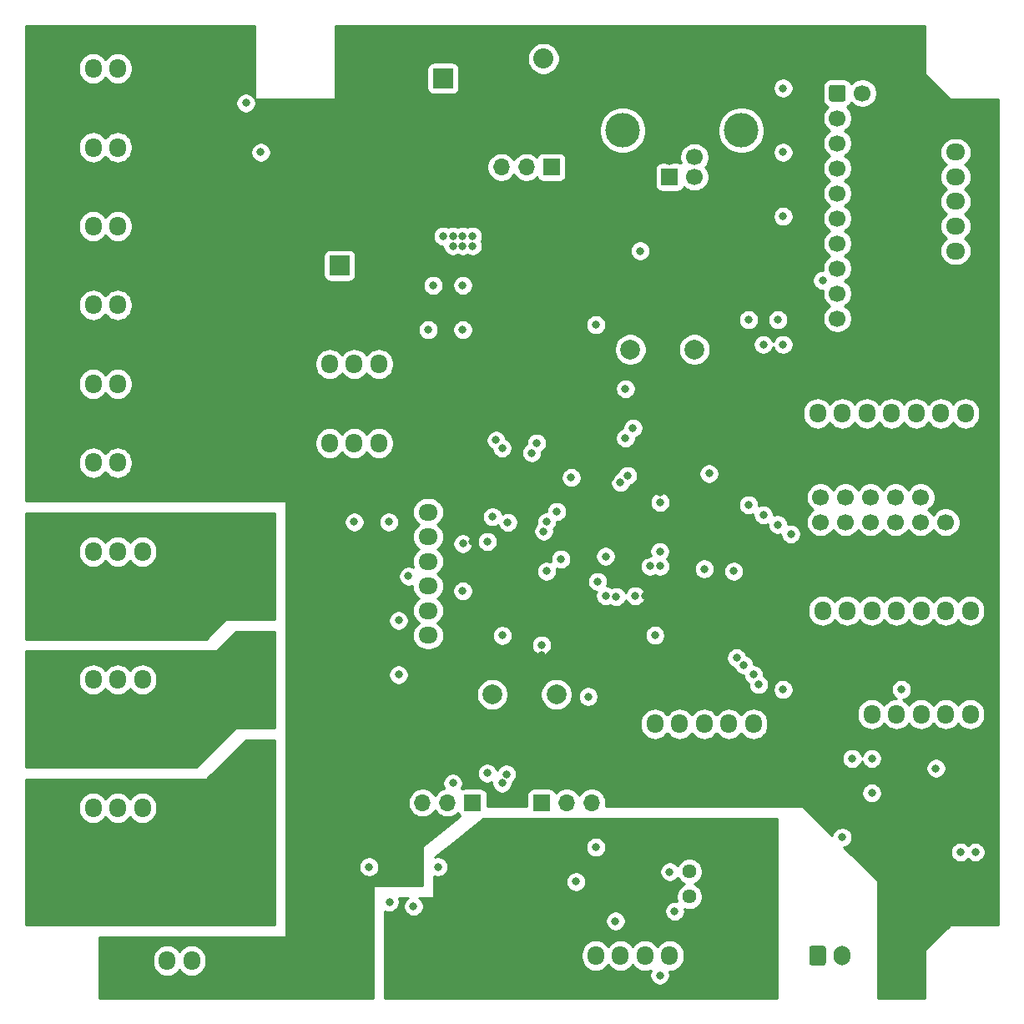
<source format=gbr>
%TF.GenerationSoftware,KiCad,Pcbnew,5.1.9-73d0e3b20d~88~ubuntu20.04.1*%
%TF.CreationDate,2021-04-20T13:41:42-04:00*%
%TF.ProjectId,control,636f6e74-726f-46c2-9e6b-696361645f70,rev?*%
%TF.SameCoordinates,Original*%
%TF.FileFunction,Copper,L2,Inr*%
%TF.FilePolarity,Positive*%
%FSLAX46Y46*%
G04 Gerber Fmt 4.6, Leading zero omitted, Abs format (unit mm)*
G04 Created by KiCad (PCBNEW 5.1.9-73d0e3b20d~88~ubuntu20.04.1) date 2021-04-20 13:41:42*
%MOMM*%
%LPD*%
G01*
G04 APERTURE LIST*
%TA.AperFunction,ComponentPad*%
%ADD10C,1.700000*%
%TD*%
%TA.AperFunction,ComponentPad*%
%ADD11O,1.700000X1.950000*%
%TD*%
%TA.AperFunction,ComponentPad*%
%ADD12O,1.950000X1.700000*%
%TD*%
%TA.AperFunction,ComponentPad*%
%ADD13O,1.700000X2.000000*%
%TD*%
%TA.AperFunction,ComponentPad*%
%ADD14C,2.000000*%
%TD*%
%TA.AperFunction,ComponentPad*%
%ADD15C,1.440000*%
%TD*%
%TA.AperFunction,ComponentPad*%
%ADD16O,1.700000X1.700000*%
%TD*%
%TA.AperFunction,ComponentPad*%
%ADD17R,1.700000X1.700000*%
%TD*%
%TA.AperFunction,ComponentPad*%
%ADD18C,3.500000*%
%TD*%
%TA.AperFunction,ComponentPad*%
%ADD19C,2.032000*%
%TD*%
%TA.AperFunction,ComponentPad*%
%ADD20R,2.032000X2.032000*%
%TD*%
%TA.AperFunction,ComponentPad*%
%ADD21R,2.000000X2.000000*%
%TD*%
%TA.AperFunction,ViaPad*%
%ADD22C,0.800000*%
%TD*%
%TA.AperFunction,Conductor*%
%ADD23C,0.254000*%
%TD*%
%TA.AperFunction,Conductor*%
%ADD24C,0.100000*%
%TD*%
G04 APERTURE END LIST*
D10*
%TO.N,/mcu/ENET_MDIO*%
%TO.C,J34*%
X101300000Y-71040000D03*
%TO.N,/mcu/ENET_REF_CLK*%
X103840000Y-71040000D03*
%TO.N,/mcu/ENET_RXD1*%
X106380000Y-71040000D03*
%TO.N,/mcu/ENET_CRS*%
X108920000Y-71040000D03*
%TO.N,/mcu/ENET_TXD1*%
X111460000Y-71040000D03*
%TO.N,+3V3*%
X114000000Y-71040000D03*
%TO.N,/mcu/ENET_MDC*%
X101300000Y-68500000D03*
%TO.N,/mcu/ENET_RX_ER*%
X103840000Y-68500000D03*
%TO.N,/mcu/ENET_RXD0*%
X106380000Y-68500000D03*
%TO.N,/mcu/ENET_TX_EN*%
X108920000Y-68500000D03*
%TO.N,/mcu/ENET_TXD0*%
X111460000Y-68500000D03*
%TO.N,GNDD*%
%TA.AperFunction,ComponentPad*%
G36*
G01*
X113400000Y-67650000D02*
X114600000Y-67650000D01*
G75*
G02*
X114850000Y-67900000I0J-250000D01*
G01*
X114850000Y-69100000D01*
G75*
G02*
X114600000Y-69350000I-250000J0D01*
G01*
X113400000Y-69350000D01*
G75*
G02*
X113150000Y-69100000I0J250000D01*
G01*
X113150000Y-67900000D01*
G75*
G02*
X113400000Y-67650000I250000J0D01*
G01*
G37*
%TD.AperFunction*%
%TD*%
D11*
%TO.N,/mcu/P2_3*%
%TO.C,J29*%
X116500000Y-80000000D03*
%TO.N,/mcu/P2_4*%
X114000000Y-80000000D03*
%TO.N,/mcu/P2_5*%
X111500000Y-80000000D03*
%TO.N,/mcu/P2_6*%
X109000000Y-80000000D03*
%TO.N,/mcu/P2_7*%
X106500000Y-80000000D03*
%TO.N,/mcu/P2_8*%
X104000000Y-80000000D03*
%TO.N,+3V3*%
X101500000Y-80000000D03*
%TO.N,GNDD*%
%TA.AperFunction,ComponentPad*%
G36*
G01*
X98150000Y-80725000D02*
X98150000Y-79275000D01*
G75*
G02*
X98400000Y-79025000I250000J0D01*
G01*
X99600000Y-79025000D01*
G75*
G02*
X99850000Y-79275000I0J-250000D01*
G01*
X99850000Y-80725000D01*
G75*
G02*
X99600000Y-80975000I-250000J0D01*
G01*
X98400000Y-80975000D01*
G75*
G02*
X98150000Y-80725000I0J250000D01*
G01*
G37*
%TD.AperFunction*%
%TD*%
D12*
%TO.N,/mcu/P1_18*%
%TO.C,J25*%
X61500000Y-70000000D03*
%TO.N,/mcu/P1_19*%
X61500000Y-72500000D03*
%TO.N,/mcu/P1_20*%
X61500000Y-75000000D03*
%TO.N,/mcu/P1_21*%
X61500000Y-77500000D03*
%TO.N,/mcu/P1_22*%
X61500000Y-80000000D03*
%TO.N,+3V3*%
X61500000Y-82500000D03*
%TO.N,GNDD*%
%TA.AperFunction,ComponentPad*%
G36*
G01*
X62225000Y-85850000D02*
X60775000Y-85850000D01*
G75*
G02*
X60525000Y-85600000I0J250000D01*
G01*
X60525000Y-84400000D01*
G75*
G02*
X60775000Y-84150000I250000J0D01*
G01*
X62225000Y-84150000D01*
G75*
G02*
X62475000Y-84400000I0J-250000D01*
G01*
X62475000Y-85600000D01*
G75*
G02*
X62225000Y-85850000I-250000J0D01*
G01*
G37*
%TD.AperFunction*%
%TD*%
D11*
%TO.N,/mcu/P4_28*%
%TO.C,J24*%
X116000000Y-60000000D03*
%TO.N,/mcu/P4_29*%
X113500000Y-60000000D03*
%TO.N,/mcu/PO_23*%
X111000000Y-60000000D03*
%TO.N,/mcu/PO_24*%
X108500000Y-60000000D03*
%TO.N,/mcu/PO_25*%
X106000000Y-60000000D03*
%TO.N,/mcu/PO_26*%
X103500000Y-60000000D03*
%TO.N,+3V3*%
X101000000Y-60000000D03*
%TO.N,GNDD*%
%TA.AperFunction,ComponentPad*%
G36*
G01*
X97650000Y-60725000D02*
X97650000Y-59275000D01*
G75*
G02*
X97900000Y-59025000I250000J0D01*
G01*
X99100000Y-59025000D01*
G75*
G02*
X99350000Y-59275000I0J-250000D01*
G01*
X99350000Y-60725000D01*
G75*
G02*
X99100000Y-60975000I-250000J0D01*
G01*
X97900000Y-60975000D01*
G75*
G02*
X97650000Y-60725000I0J250000D01*
G01*
G37*
%TD.AperFunction*%
%TD*%
%TO.N,/spindle/CONTROLLER_SV*%
%TO.C,J12*%
X86000000Y-115000000D03*
%TO.N,/spindle/CONTROLLER_PG*%
X83500000Y-115000000D03*
%TO.N,/spindle/CONTROLLER_EN*%
X81000000Y-115000000D03*
%TO.N,/spindle/CONTROLLER_10V*%
X78500000Y-115000000D03*
%TO.N,/spindle/CONTROLLER_GND*%
%TA.AperFunction,ComponentPad*%
G36*
G01*
X75150000Y-115725000D02*
X75150000Y-114275000D01*
G75*
G02*
X75400000Y-114025000I250000J0D01*
G01*
X76600000Y-114025000D01*
G75*
G02*
X76850000Y-114275000I0J-250000D01*
G01*
X76850000Y-115725000D01*
G75*
G02*
X76600000Y-115975000I-250000J0D01*
G01*
X75400000Y-115975000D01*
G75*
G02*
X75150000Y-115725000I0J250000D01*
G01*
G37*
%TD.AperFunction*%
%TD*%
D13*
%TO.N,Net-(J11-Pad2)*%
%TO.C,J11*%
X103500000Y-115000000D03*
%TO.N,Net-(J11-Pad1)*%
%TA.AperFunction,ComponentPad*%
G36*
G01*
X100150000Y-115750000D02*
X100150000Y-114250000D01*
G75*
G02*
X100400000Y-114000000I250000J0D01*
G01*
X101600000Y-114000000D01*
G75*
G02*
X101850000Y-114250000I0J-250000D01*
G01*
X101850000Y-115750000D01*
G75*
G02*
X101600000Y-116000000I-250000J0D01*
G01*
X100400000Y-116000000D01*
G75*
G02*
X100150000Y-115750000I0J250000D01*
G01*
G37*
%TD.AperFunction*%
%TD*%
D14*
%TO.N,/mcu/~ISP_BOOT*%
%TO.C,SW2*%
X74500000Y-88500000D03*
%TO.N,GNDD*%
X74500000Y-93000000D03*
%TO.N,/mcu/~ISP_BOOT*%
X68000000Y-88500000D03*
%TO.N,GNDD*%
X68000000Y-93000000D03*
%TD*%
%TO.N,/mcu/~RESET*%
%TO.C,SW1*%
X82000000Y-53500000D03*
%TO.N,GNDD*%
X82000000Y-49000000D03*
%TO.N,/mcu/~RESET*%
X88500000Y-53500000D03*
%TO.N,GNDD*%
X88500000Y-49000000D03*
%TD*%
D15*
%TO.N,/spindle/CONTROLLER_GND*%
%TO.C,RV3*%
X88000000Y-103920000D03*
%TO.N,Net-(RV3-Pad2)*%
X88000000Y-106460000D03*
%TO.N,/spindle/CONTROLLER_10V*%
X88000000Y-109000000D03*
%TD*%
D16*
%TO.N,/spindle/HALL_EFFECT_FEEDBACK*%
%TO.C,JP12*%
X60920000Y-99500000D03*
%TO.N,/spindle/FEEDBACK*%
X63460000Y-99500000D03*
D17*
%TO.N,/spindle/BLDC_FEEDBACK*%
X66000000Y-99500000D03*
%TD*%
D16*
%TO.N,/spindle/DC_PWM*%
%TO.C,JP11*%
X78080000Y-99500000D03*
%TO.N,/spindle/PWM*%
X75540000Y-99500000D03*
D17*
%TO.N,/spindle/BLDC_PWM*%
X73000000Y-99500000D03*
%TD*%
D16*
%TO.N,Net-(J1-Pad2)*%
%TO.C,JP1*%
X68920000Y-35000000D03*
%TO.N,+5V*%
X71460000Y-35000000D03*
D17*
%TO.N,VBUS*%
X74000000Y-35000000D03*
%TD*%
D11*
%TO.N,/mcu/SPI0_MOSI*%
%TO.C,J28*%
X84500000Y-91500000D03*
%TO.N,/mcu/SPI0_MISO*%
X87000000Y-91500000D03*
%TO.N,/mcu/SPI0_SCK*%
X89500000Y-91500000D03*
%TO.N,/mcu/SPI0_SSEL*%
X92000000Y-91500000D03*
%TO.N,+3V3*%
X94500000Y-91500000D03*
%TO.N,GNDD*%
%TA.AperFunction,ComponentPad*%
G36*
G01*
X97850000Y-90775000D02*
X97850000Y-92225000D01*
G75*
G02*
X97600000Y-92475000I-250000J0D01*
G01*
X96400000Y-92475000D01*
G75*
G02*
X96150000Y-92225000I0J250000D01*
G01*
X96150000Y-90775000D01*
G75*
G02*
X96400000Y-90525000I250000J0D01*
G01*
X97600000Y-90525000D01*
G75*
G02*
X97850000Y-90775000I0J-250000D01*
G01*
G37*
%TD.AperFunction*%
%TD*%
%TO.N,/mcu/SD_MOSI*%
%TO.C,J26*%
X116500000Y-90500000D03*
%TO.N,/mcu/SD_MISO*%
X114000000Y-90500000D03*
%TO.N,/mcu/SD_SCK*%
X111500000Y-90500000D03*
%TO.N,/mcu/SD_CS*%
X109000000Y-90500000D03*
%TO.N,+3V3*%
X106500000Y-90500000D03*
%TO.N,GNDD*%
%TA.AperFunction,ComponentPad*%
G36*
G01*
X103150000Y-91225000D02*
X103150000Y-89775000D01*
G75*
G02*
X103400000Y-89525000I250000J0D01*
G01*
X104600000Y-89525000D01*
G75*
G02*
X104850000Y-89775000I0J-250000D01*
G01*
X104850000Y-91225000D01*
G75*
G02*
X104600000Y-91475000I-250000J0D01*
G01*
X103400000Y-91475000D01*
G75*
G02*
X103150000Y-91225000I0J250000D01*
G01*
G37*
%TD.AperFunction*%
%TD*%
D10*
%TO.N,GNDD*%
%TO.C,J23*%
X105540000Y-50360000D03*
X105540000Y-47820000D03*
X105540000Y-45280000D03*
X105540000Y-42740000D03*
X105540000Y-40200000D03*
X105540000Y-37660000D03*
X105540000Y-35120000D03*
X105540000Y-32580000D03*
X105540000Y-30040000D03*
%TO.N,Net-(J23-Pad2)*%
X105540000Y-27500000D03*
%TO.N,Net-(J23-Pad19)*%
X103000000Y-50360000D03*
%TO.N,Net-(J23-Pad17)*%
X103000000Y-47820000D03*
%TO.N,/mcu/~RESET*%
X103000000Y-45280000D03*
%TO.N,/mcu/JTAG_TDO*%
X103000000Y-42740000D03*
%TO.N,/mcu/JTAG_RTCK*%
X103000000Y-40200000D03*
%TO.N,/mcu/JTAG_TCK*%
X103000000Y-37660000D03*
%TO.N,/mcu/JTAG_TMS*%
X103000000Y-35120000D03*
%TO.N,/mcu/JTAG_TDI*%
X103000000Y-32580000D03*
%TO.N,/mcu/~JTAG_TRST*%
X103000000Y-30040000D03*
%TO.N,Net-(J23-Pad1)*%
%TA.AperFunction,ComponentPad*%
G36*
G01*
X102150000Y-28100000D02*
X102150000Y-26900000D01*
G75*
G02*
X102400000Y-26650000I250000J0D01*
G01*
X103600000Y-26650000D01*
G75*
G02*
X103850000Y-26900000I0J-250000D01*
G01*
X103850000Y-28100000D01*
G75*
G02*
X103600000Y-28350000I-250000J0D01*
G01*
X102400000Y-28350000D01*
G75*
G02*
X102150000Y-28100000I0J250000D01*
G01*
G37*
%TD.AperFunction*%
%TD*%
D11*
%TO.N,/mcu/I2C1_SCL*%
%TO.C,J22*%
X56500000Y-55000000D03*
%TO.N,/mcu/I2C1_SDA*%
X54000000Y-55000000D03*
%TO.N,+3V3*%
X51500000Y-55000000D03*
%TO.N,GNDD*%
%TA.AperFunction,ComponentPad*%
G36*
G01*
X48150000Y-55725000D02*
X48150000Y-54275000D01*
G75*
G02*
X48400000Y-54025000I250000J0D01*
G01*
X49600000Y-54025000D01*
G75*
G02*
X49850000Y-54275000I0J-250000D01*
G01*
X49850000Y-55725000D01*
G75*
G02*
X49600000Y-55975000I-250000J0D01*
G01*
X48400000Y-55975000D01*
G75*
G02*
X48150000Y-55725000I0J250000D01*
G01*
G37*
%TD.AperFunction*%
%TD*%
D12*
%TO.N,/mcu/UART0_RTS*%
%TO.C,J21*%
X115000000Y-43500000D03*
%TO.N,/mcu/UART0_TX*%
X115000000Y-41000000D03*
%TO.N,/mcu/UART0_RX*%
X115000000Y-38500000D03*
%TO.N,+3V3*%
X115000000Y-36000000D03*
%TO.N,/mcu/UART0_CTS*%
X115000000Y-33500000D03*
%TO.N,GNDD*%
%TA.AperFunction,ComponentPad*%
G36*
G01*
X114275000Y-30150000D02*
X115725000Y-30150000D01*
G75*
G02*
X115975000Y-30400000I0J-250000D01*
G01*
X115975000Y-31600000D01*
G75*
G02*
X115725000Y-31850000I-250000J0D01*
G01*
X114275000Y-31850000D01*
G75*
G02*
X114025000Y-31600000I0J250000D01*
G01*
X114025000Y-30400000D01*
G75*
G02*
X114275000Y-30150000I250000J0D01*
G01*
G37*
%TD.AperFunction*%
%TD*%
D11*
%TO.N,/mcu/I2C0_SCL*%
%TO.C,J19*%
X56500000Y-63000000D03*
%TO.N,/mcu/I2C0_SDA*%
X54000000Y-63000000D03*
%TO.N,+3V3*%
X51500000Y-63000000D03*
%TO.N,GNDD*%
%TA.AperFunction,ComponentPad*%
G36*
G01*
X48150000Y-63725000D02*
X48150000Y-62275000D01*
G75*
G02*
X48400000Y-62025000I250000J0D01*
G01*
X49600000Y-62025000D01*
G75*
G02*
X49850000Y-62275000I0J-250000D01*
G01*
X49850000Y-63725000D01*
G75*
G02*
X49600000Y-63975000I-250000J0D01*
G01*
X48400000Y-63975000D01*
G75*
G02*
X48150000Y-63725000I0J250000D01*
G01*
G37*
%TD.AperFunction*%
%TD*%
%TO.N,Net-(J18-Pad3)*%
%TO.C,J18*%
X30000000Y-33000000D03*
%TO.N,ENDSTOPS_3.3V*%
X27500000Y-33000000D03*
%TO.N,GNDD*%
%TA.AperFunction,ComponentPad*%
G36*
G01*
X24150000Y-33725000D02*
X24150000Y-32275000D01*
G75*
G02*
X24400000Y-32025000I250000J0D01*
G01*
X25600000Y-32025000D01*
G75*
G02*
X25850000Y-32275000I0J-250000D01*
G01*
X25850000Y-33725000D01*
G75*
G02*
X25600000Y-33975000I-250000J0D01*
G01*
X24400000Y-33975000D01*
G75*
G02*
X24150000Y-33725000I0J250000D01*
G01*
G37*
%TD.AperFunction*%
%TD*%
%TO.N,Net-(J17-Pad3)*%
%TO.C,J17*%
X30000000Y-49000000D03*
%TO.N,ENDSTOPS_3.3V*%
X27500000Y-49000000D03*
%TO.N,GNDD*%
%TA.AperFunction,ComponentPad*%
G36*
G01*
X24150000Y-49725000D02*
X24150000Y-48275000D01*
G75*
G02*
X24400000Y-48025000I250000J0D01*
G01*
X25600000Y-48025000D01*
G75*
G02*
X25850000Y-48275000I0J-250000D01*
G01*
X25850000Y-49725000D01*
G75*
G02*
X25600000Y-49975000I-250000J0D01*
G01*
X24400000Y-49975000D01*
G75*
G02*
X24150000Y-49725000I0J250000D01*
G01*
G37*
%TD.AperFunction*%
%TD*%
%TO.N,Net-(J16-Pad3)*%
%TO.C,J16*%
X30000000Y-65000000D03*
%TO.N,ENDSTOPS_3.3V*%
X27500000Y-65000000D03*
%TO.N,GNDD*%
%TA.AperFunction,ComponentPad*%
G36*
G01*
X24150000Y-65725000D02*
X24150000Y-64275000D01*
G75*
G02*
X24400000Y-64025000I250000J0D01*
G01*
X25600000Y-64025000D01*
G75*
G02*
X25850000Y-64275000I0J-250000D01*
G01*
X25850000Y-65725000D01*
G75*
G02*
X25600000Y-65975000I-250000J0D01*
G01*
X24400000Y-65975000D01*
G75*
G02*
X24150000Y-65725000I0J250000D01*
G01*
G37*
%TD.AperFunction*%
%TD*%
%TO.N,Net-(J15-Pad3)*%
%TO.C,J15*%
X30000000Y-25000000D03*
%TO.N,ENDSTOPS_3.3V*%
X27500000Y-25000000D03*
%TO.N,GNDD*%
%TA.AperFunction,ComponentPad*%
G36*
G01*
X24150000Y-25725000D02*
X24150000Y-24275000D01*
G75*
G02*
X24400000Y-24025000I250000J0D01*
G01*
X25600000Y-24025000D01*
G75*
G02*
X25850000Y-24275000I0J-250000D01*
G01*
X25850000Y-25725000D01*
G75*
G02*
X25600000Y-25975000I-250000J0D01*
G01*
X24400000Y-25975000D01*
G75*
G02*
X24150000Y-25725000I0J250000D01*
G01*
G37*
%TD.AperFunction*%
%TD*%
%TO.N,Net-(J14-Pad3)*%
%TO.C,J14*%
X30000000Y-57000000D03*
%TO.N,ENDSTOPS_3.3V*%
X27500000Y-57000000D03*
%TO.N,GNDD*%
%TA.AperFunction,ComponentPad*%
G36*
G01*
X24150000Y-57725000D02*
X24150000Y-56275000D01*
G75*
G02*
X24400000Y-56025000I250000J0D01*
G01*
X25600000Y-56025000D01*
G75*
G02*
X25850000Y-56275000I0J-250000D01*
G01*
X25850000Y-57725000D01*
G75*
G02*
X25600000Y-57975000I-250000J0D01*
G01*
X24400000Y-57975000D01*
G75*
G02*
X24150000Y-57725000I0J250000D01*
G01*
G37*
%TD.AperFunction*%
%TD*%
%TO.N,Net-(J13-Pad3)*%
%TO.C,J13*%
X30000000Y-41000000D03*
%TO.N,ENDSTOPS_3.3V*%
X27500000Y-41000000D03*
%TO.N,GNDD*%
%TA.AperFunction,ComponentPad*%
G36*
G01*
X24150000Y-41725000D02*
X24150000Y-40275000D01*
G75*
G02*
X24400000Y-40025000I250000J0D01*
G01*
X25600000Y-40025000D01*
G75*
G02*
X25850000Y-40275000I0J-250000D01*
G01*
X25850000Y-41725000D01*
G75*
G02*
X25600000Y-41975000I-250000J0D01*
G01*
X24400000Y-41975000D01*
G75*
G02*
X24150000Y-41725000I0J250000D01*
G01*
G37*
%TD.AperFunction*%
%TD*%
%TO.N,/spindle/HALL_EFFECT_FEEDBACK*%
%TO.C,J10*%
X37500000Y-115500000D03*
%TO.N,ENDSTOPS_3.3V*%
X35000000Y-115500000D03*
%TO.N,GNDD*%
%TA.AperFunction,ComponentPad*%
G36*
G01*
X31650000Y-116225000D02*
X31650000Y-114775000D01*
G75*
G02*
X31900000Y-114525000I250000J0D01*
G01*
X33100000Y-114525000D01*
G75*
G02*
X33350000Y-114775000I0J-250000D01*
G01*
X33350000Y-116225000D01*
G75*
G02*
X33100000Y-116475000I-250000J0D01*
G01*
X31900000Y-116475000D01*
G75*
G02*
X31650000Y-116225000I0J250000D01*
G01*
G37*
%TD.AperFunction*%
%TD*%
%TO.N,/steppers/OPTO_X_STEP*%
%TO.C,J8*%
X32500000Y-74000000D03*
%TO.N,/steppers/OPTO_X_DIR*%
X30000000Y-74000000D03*
%TO.N,/steppers/OPTO_X_EN*%
X27500000Y-74000000D03*
%TO.N,/steppers/OPTO_X_GND*%
%TA.AperFunction,ComponentPad*%
G36*
G01*
X24150000Y-74725000D02*
X24150000Y-73275000D01*
G75*
G02*
X24400000Y-73025000I250000J0D01*
G01*
X25600000Y-73025000D01*
G75*
G02*
X25850000Y-73275000I0J-250000D01*
G01*
X25850000Y-74725000D01*
G75*
G02*
X25600000Y-74975000I-250000J0D01*
G01*
X24400000Y-74975000D01*
G75*
G02*
X24150000Y-74725000I0J250000D01*
G01*
G37*
%TD.AperFunction*%
%TD*%
%TO.N,/steppers/OPTO_Z_STEP*%
%TO.C,J6*%
X32500000Y-100000000D03*
%TO.N,/steppers/OPTO_Z_DIR*%
X30000000Y-100000000D03*
%TO.N,/steppers/OPTO_Z_EN*%
X27500000Y-100000000D03*
%TO.N,/steppers/OPTO_Z_GND*%
%TA.AperFunction,ComponentPad*%
G36*
G01*
X24150000Y-100725000D02*
X24150000Y-99275000D01*
G75*
G02*
X24400000Y-99025000I250000J0D01*
G01*
X25600000Y-99025000D01*
G75*
G02*
X25850000Y-99275000I0J-250000D01*
G01*
X25850000Y-100725000D01*
G75*
G02*
X25600000Y-100975000I-250000J0D01*
G01*
X24400000Y-100975000D01*
G75*
G02*
X24150000Y-100725000I0J250000D01*
G01*
G37*
%TD.AperFunction*%
%TD*%
%TO.N,/steppers/OPTO_Y_STEP*%
%TO.C,J4*%
X32500000Y-87000000D03*
%TO.N,/steppers/OPTO_Y_DIR*%
X30000000Y-87000000D03*
%TO.N,/steppers/OPTO_Y_EN*%
X27500000Y-87000000D03*
%TO.N,/steppers/OPTO_Y_GND*%
%TA.AperFunction,ComponentPad*%
G36*
G01*
X24150000Y-87725000D02*
X24150000Y-86275000D01*
G75*
G02*
X24400000Y-86025000I250000J0D01*
G01*
X25600000Y-86025000D01*
G75*
G02*
X25850000Y-86275000I0J-250000D01*
G01*
X25850000Y-87725000D01*
G75*
G02*
X25600000Y-87975000I-250000J0D01*
G01*
X24400000Y-87975000D01*
G75*
G02*
X24150000Y-87725000I0J250000D01*
G01*
G37*
%TD.AperFunction*%
%TD*%
D18*
%TO.N,Net-(C1-Pad1)*%
%TO.C,J2*%
X93270000Y-31290000D03*
X81230000Y-31290000D03*
D10*
%TO.N,GNDD*%
X86000000Y-34000000D03*
%TO.N,/J2_D+*%
X88500000Y-34000000D03*
%TO.N,/J2_D-*%
X88500000Y-36000000D03*
D17*
%TO.N,VBUS*%
X86000000Y-36000000D03*
%TD*%
D19*
%TO.N,Net-(J1-Pad2)*%
%TO.C,J1*%
X73192000Y-24000000D03*
D20*
%TO.N,GNDD*%
X69382000Y-24000000D03*
%TD*%
D14*
%TO.N,GNDD*%
%TO.C,C9*%
X47500000Y-45000000D03*
D21*
%TO.N,+3V3*%
X52500000Y-45000000D03*
%TD*%
D14*
%TO.N,GNDD*%
%TO.C,C3*%
X58000000Y-26000000D03*
D21*
%TO.N,+5V*%
X63000000Y-26000000D03*
%TD*%
D22*
%TO.N,GNDD*%
X50000000Y-30500000D03*
X50000000Y-29000000D03*
X62500000Y-35000000D03*
X61500000Y-35000000D03*
X60500000Y-35000000D03*
X59500000Y-35000000D03*
X59500000Y-34000000D03*
X59500000Y-33000000D03*
X60500000Y-33000000D03*
X60500000Y-34000000D03*
X61500000Y-34000000D03*
X62500000Y-34000000D03*
X62500000Y-33000000D03*
X61500000Y-33000000D03*
X60500000Y-106000000D03*
X79000000Y-57500000D03*
X67000000Y-63500000D03*
X73000000Y-84500000D03*
X91000000Y-76000000D03*
X61500000Y-31000000D03*
X62500000Y-31000000D03*
X63500000Y-31000000D03*
X64500000Y-31000000D03*
X65500000Y-31000000D03*
X65500000Y-32000000D03*
X64500000Y-32000000D03*
X63500000Y-32000000D03*
X62500000Y-32000000D03*
X61500000Y-32000000D03*
X63500000Y-33000000D03*
X64500000Y-33000000D03*
X65500000Y-33000000D03*
X65500000Y-34000000D03*
X64500000Y-34000000D03*
X63500000Y-34000000D03*
X60500000Y-32000000D03*
X59500000Y-32000000D03*
X60500000Y-31000000D03*
X63500000Y-35000000D03*
X64500000Y-35000000D03*
X65500000Y-35000000D03*
X65500000Y-36000000D03*
X64500000Y-36000000D03*
X63500000Y-36000000D03*
X62500000Y-36000000D03*
X61500000Y-36000000D03*
X60500000Y-36000000D03*
X59500000Y-36000000D03*
X58500000Y-36000000D03*
X58500000Y-35000000D03*
X58500000Y-34000000D03*
X57500000Y-34000000D03*
X56500000Y-34000000D03*
X55500000Y-34000000D03*
X55500000Y-35000000D03*
X56500000Y-35000000D03*
X57500000Y-35000000D03*
X57500000Y-36000000D03*
X56500000Y-36000000D03*
X55500000Y-36000000D03*
X55500000Y-37000000D03*
X56500000Y-37000000D03*
X57500000Y-37000000D03*
X58500000Y-37000000D03*
X59500000Y-37000000D03*
X60500000Y-37000000D03*
X61500000Y-37000000D03*
X62500000Y-37000000D03*
X63500000Y-37000000D03*
X64500000Y-37000000D03*
X65500000Y-37000000D03*
X72500000Y-31000000D03*
X73500000Y-32000000D03*
X72500000Y-32000000D03*
X46000000Y-29000000D03*
X40000000Y-67000000D03*
X39000000Y-67000000D03*
X39000000Y-59000000D03*
X40000000Y-59000000D03*
X40000000Y-51000000D03*
X39000000Y-51000000D03*
X40000000Y-43000000D03*
X39000000Y-43000000D03*
X40000000Y-35000000D03*
X39000000Y-35000000D03*
X40000000Y-27000000D03*
X39000000Y-27000000D03*
X97500000Y-46500000D03*
X75500000Y-54000000D03*
X71500000Y-54000000D03*
X80000000Y-66500000D03*
X78000000Y-66500000D03*
X73000000Y-69000000D03*
X73000000Y-74000000D03*
X75000000Y-78500000D03*
X83500000Y-78500000D03*
X85000000Y-68000000D03*
X117500000Y-96000000D03*
X109000000Y-96000000D03*
X117000000Y-106500000D03*
X117500000Y-110500000D03*
X112500000Y-110500000D03*
X117500000Y-99000000D03*
X107500000Y-108500000D03*
X50500000Y-73000000D03*
X50500000Y-75500000D03*
X50500000Y-80000000D03*
X50500000Y-82500000D03*
X50500000Y-87000000D03*
X50500000Y-89500000D03*
X50500000Y-94000000D03*
X50500000Y-96500000D03*
X50500000Y-101000000D03*
X47500000Y-117500000D03*
X46500000Y-117500000D03*
X83756626Y-74394932D03*
X50000000Y-33500000D03*
X84500000Y-84500000D03*
X92000000Y-68000000D03*
X66000000Y-73000000D03*
X54000000Y-114000000D03*
X49000000Y-29000000D03*
X49000000Y-30500000D03*
X48000000Y-29000000D03*
X46000000Y-29000000D03*
X51000000Y-29000000D03*
X52000000Y-29000000D03*
X52000000Y-30500000D03*
X51000000Y-30500000D03*
X48000000Y-30500000D03*
X83000000Y-41500000D03*
X78500000Y-46500000D03*
X78500000Y-38500000D03*
%TO.N,+3V3*%
X63000000Y-42000000D03*
X64000000Y-42000000D03*
X65000000Y-42000000D03*
X66000000Y-42000000D03*
X66000000Y-43000000D03*
X65000000Y-43000000D03*
X64000000Y-43000000D03*
X81500000Y-57500000D03*
X69000000Y-63500000D03*
X97500000Y-27000000D03*
X97500000Y-33500000D03*
X97500000Y-40000000D03*
X97500000Y-53000000D03*
X55500000Y-106000000D03*
X117000000Y-104500000D03*
X104500000Y-95000000D03*
X103500000Y-103000000D03*
X113000000Y-96000000D03*
X57500000Y-71000000D03*
X54000000Y-71000000D03*
X90000000Y-66091989D03*
X76000000Y-66500000D03*
X69014067Y-82514067D03*
X65000000Y-47000000D03*
X62000000Y-47000000D03*
X84500000Y-82500000D03*
X72999999Y-83487965D03*
X89500000Y-75773000D03*
X67500000Y-73000000D03*
X78500000Y-51000000D03*
%TO.N,/spindle/CONTROLLER_GND*%
X61500000Y-114500000D03*
X61500000Y-112500000D03*
X67000000Y-114000000D03*
X65500000Y-109000000D03*
X71000000Y-107500000D03*
X73500000Y-110000000D03*
X93000000Y-114000000D03*
X84500000Y-105000000D03*
%TO.N,/spindle/CONTROLLER_10V*%
X78500000Y-104000000D03*
X57561727Y-109561727D03*
%TO.N,/endstops/X_MIN*%
X44500000Y-33500000D03*
X43000000Y-28500000D03*
%TO.N,VBUS*%
X83000000Y-43500000D03*
%TO.N,/steppers/OPTO_Y_GND*%
X42000000Y-87000000D03*
X45500000Y-89500000D03*
X45500000Y-82500000D03*
%TO.N,/steppers/OPTO_Z_GND*%
X45000000Y-94000000D03*
X45000000Y-97000000D03*
X45000000Y-101000000D03*
%TO.N,/steppers/OPTO_X_GND*%
X42000000Y-75282500D03*
X42000000Y-79000000D03*
X45500000Y-72500000D03*
%TO.N,/spindle/CONTROLLER_SV*%
X80500000Y-111500000D03*
X76500000Y-107500000D03*
%TO.N,/spindle/CONTROLLER_EN*%
X85000000Y-117000000D03*
%TO.N,/mcu/I2C1_SCL*%
X72500000Y-63000000D03*
X65000000Y-51500000D03*
%TO.N,/mcu/I2C1_SDA*%
X72000000Y-64000000D03*
X61500000Y-51500000D03*
%TO.N,/mcu/JTAG_TDO*%
X95500000Y-53000000D03*
X101500000Y-46500000D03*
%TO.N,/mcu/JTAG_TCK*%
X96985933Y-50485933D03*
X93985933Y-50485933D03*
%TO.N,/mcu/PO_23*%
X81000000Y-67000000D03*
%TO.N,/mcu/PO_24*%
X81727000Y-66292892D03*
%TO.N,/mcu/PO_25*%
X81500000Y-62500000D03*
%TO.N,/mcu/PO_26*%
X82273000Y-61466710D03*
%TO.N,/mcu/P1_18*%
X68014004Y-70485996D03*
%TO.N,/mcu/P1_19*%
X65020015Y-73199083D03*
X74546415Y-69942318D03*
%TO.N,/mcu/P1_20*%
X69573995Y-71045861D03*
%TO.N,/mcu/P1_21*%
X73500000Y-71000000D03*
%TO.N,/mcu/P1_22*%
X73208416Y-71956547D03*
%TO.N,/mcu/SD_MOSI*%
X109500000Y-88000000D03*
X97500000Y-88000000D03*
%TO.N,/mcu/SD_SCK*%
X115500000Y-104500000D03*
%TO.N,/mcu/SD_CS*%
X106500000Y-98500000D03*
X106500000Y-95000000D03*
%TO.N,/mcu/P2_3*%
X82500000Y-78500000D03*
%TO.N,/mcu/P2_4*%
X80573254Y-78578220D03*
%TO.N,/mcu/P2_5*%
X92792892Y-84792892D03*
%TO.N,/mcu/P2_6*%
X93500000Y-85500000D03*
%TO.N,/mcu/P2_7*%
X94500000Y-86500000D03*
%TO.N,/mcu/P2_8*%
X95000000Y-87500000D03*
%TO.N,/mcu/P4_29*%
X85000000Y-74000000D03*
X92500000Y-76000000D03*
%TO.N,/mcu/ENET_REF_CLK*%
X98292892Y-72227000D03*
%TO.N,/mcu/ENET_RXD1*%
X96956355Y-71273000D03*
%TO.N,/mcu/ENET_CRS*%
X95500000Y-70273000D03*
%TO.N,/mcu/ENET_TXD1*%
X94000000Y-69273000D03*
%TO.N,/mcu/ENET_TXD0*%
X85022210Y-69004224D03*
%TO.N,/mcu/Z_DIR*%
X69430654Y-96597481D03*
X67485933Y-96485933D03*
%TO.N,/mcu/X_EN*%
X85014067Y-75485933D03*
X58500000Y-81000000D03*
%TO.N,/mcu/X_DIR*%
X65000000Y-78000000D03*
X84000000Y-75500000D03*
%TO.N,/mcu/X_STEP*%
X73500000Y-76000000D03*
X59500000Y-76500000D03*
%TO.N,/spindle/PWM*%
X74966767Y-74781247D03*
X77727000Y-88727000D03*
%TO.N,/mcu/SCON*%
X79500000Y-78500000D03*
X68382828Y-62713169D03*
X79500000Y-74500000D03*
%TO.N,Net-(R32-Pad2)*%
X62500000Y-106000000D03*
X60000000Y-110000000D03*
%TO.N,Net-(R39-Pad2)*%
X86000000Y-106500000D03*
X86500000Y-110500000D03*
%TO.N,/mcu/Z_EN*%
X69000000Y-97500000D03*
X64000000Y-97500000D03*
%TO.N,/mcu/Y_STEP*%
X78681011Y-77045999D03*
X58500000Y-86500000D03*
%TD*%
D23*
%TO.N,/steppers/OPTO_X_GND*%
X45873000Y-80873000D02*
X41000000Y-80873000D01*
X40975224Y-80875440D01*
X40951399Y-80882667D01*
X40929443Y-80894403D01*
X40910197Y-80910197D01*
X38947394Y-82873000D01*
X20660000Y-82873000D01*
X20660000Y-73802051D01*
X26015000Y-73802051D01*
X26015000Y-74197950D01*
X26036487Y-74416111D01*
X26121401Y-74696034D01*
X26259294Y-74954014D01*
X26444866Y-75180134D01*
X26670987Y-75365706D01*
X26928967Y-75503599D01*
X27208890Y-75588513D01*
X27500000Y-75617185D01*
X27791111Y-75588513D01*
X28071034Y-75503599D01*
X28329014Y-75365706D01*
X28555134Y-75180134D01*
X28740706Y-74954014D01*
X28750000Y-74936626D01*
X28759294Y-74954014D01*
X28944866Y-75180134D01*
X29170987Y-75365706D01*
X29428967Y-75503599D01*
X29708890Y-75588513D01*
X30000000Y-75617185D01*
X30291111Y-75588513D01*
X30571034Y-75503599D01*
X30829014Y-75365706D01*
X31055134Y-75180134D01*
X31240706Y-74954014D01*
X31250000Y-74936626D01*
X31259294Y-74954014D01*
X31444866Y-75180134D01*
X31670987Y-75365706D01*
X31928967Y-75503599D01*
X32208890Y-75588513D01*
X32500000Y-75617185D01*
X32791111Y-75588513D01*
X33071034Y-75503599D01*
X33329014Y-75365706D01*
X33555134Y-75180134D01*
X33740706Y-74954014D01*
X33878599Y-74696033D01*
X33963513Y-74416110D01*
X33985000Y-74197949D01*
X33985000Y-73802050D01*
X33963513Y-73583889D01*
X33878599Y-73303966D01*
X33740706Y-73045986D01*
X33555134Y-72819866D01*
X33329013Y-72634294D01*
X33071033Y-72496401D01*
X32791110Y-72411487D01*
X32500000Y-72382815D01*
X32208889Y-72411487D01*
X31928966Y-72496401D01*
X31670986Y-72634294D01*
X31444866Y-72819866D01*
X31259294Y-73045987D01*
X31250000Y-73063374D01*
X31240706Y-73045986D01*
X31055134Y-72819866D01*
X30829013Y-72634294D01*
X30571033Y-72496401D01*
X30291110Y-72411487D01*
X30000000Y-72382815D01*
X29708889Y-72411487D01*
X29428966Y-72496401D01*
X29170986Y-72634294D01*
X28944866Y-72819866D01*
X28759294Y-73045987D01*
X28750000Y-73063374D01*
X28740706Y-73045986D01*
X28555134Y-72819866D01*
X28329013Y-72634294D01*
X28071033Y-72496401D01*
X27791110Y-72411487D01*
X27500000Y-72382815D01*
X27208889Y-72411487D01*
X26928966Y-72496401D01*
X26670986Y-72634294D01*
X26444866Y-72819866D01*
X26259294Y-73045987D01*
X26121401Y-73303967D01*
X26036487Y-73583890D01*
X26015000Y-73802051D01*
X20660000Y-73802051D01*
X20660000Y-70127000D01*
X45873000Y-70127000D01*
X45873000Y-80873000D01*
%TA.AperFunction,Conductor*%
D24*
G36*
X45873000Y-80873000D02*
G01*
X41000000Y-80873000D01*
X40975224Y-80875440D01*
X40951399Y-80882667D01*
X40929443Y-80894403D01*
X40910197Y-80910197D01*
X38947394Y-82873000D01*
X20660000Y-82873000D01*
X20660000Y-73802051D01*
X26015000Y-73802051D01*
X26015000Y-74197950D01*
X26036487Y-74416111D01*
X26121401Y-74696034D01*
X26259294Y-74954014D01*
X26444866Y-75180134D01*
X26670987Y-75365706D01*
X26928967Y-75503599D01*
X27208890Y-75588513D01*
X27500000Y-75617185D01*
X27791111Y-75588513D01*
X28071034Y-75503599D01*
X28329014Y-75365706D01*
X28555134Y-75180134D01*
X28740706Y-74954014D01*
X28750000Y-74936626D01*
X28759294Y-74954014D01*
X28944866Y-75180134D01*
X29170987Y-75365706D01*
X29428967Y-75503599D01*
X29708890Y-75588513D01*
X30000000Y-75617185D01*
X30291111Y-75588513D01*
X30571034Y-75503599D01*
X30829014Y-75365706D01*
X31055134Y-75180134D01*
X31240706Y-74954014D01*
X31250000Y-74936626D01*
X31259294Y-74954014D01*
X31444866Y-75180134D01*
X31670987Y-75365706D01*
X31928967Y-75503599D01*
X32208890Y-75588513D01*
X32500000Y-75617185D01*
X32791111Y-75588513D01*
X33071034Y-75503599D01*
X33329014Y-75365706D01*
X33555134Y-75180134D01*
X33740706Y-74954014D01*
X33878599Y-74696033D01*
X33963513Y-74416110D01*
X33985000Y-74197949D01*
X33985000Y-73802050D01*
X33963513Y-73583889D01*
X33878599Y-73303966D01*
X33740706Y-73045986D01*
X33555134Y-72819866D01*
X33329013Y-72634294D01*
X33071033Y-72496401D01*
X32791110Y-72411487D01*
X32500000Y-72382815D01*
X32208889Y-72411487D01*
X31928966Y-72496401D01*
X31670986Y-72634294D01*
X31444866Y-72819866D01*
X31259294Y-73045987D01*
X31250000Y-73063374D01*
X31240706Y-73045986D01*
X31055134Y-72819866D01*
X30829013Y-72634294D01*
X30571033Y-72496401D01*
X30291110Y-72411487D01*
X30000000Y-72382815D01*
X29708889Y-72411487D01*
X29428966Y-72496401D01*
X29170986Y-72634294D01*
X28944866Y-72819866D01*
X28759294Y-73045987D01*
X28750000Y-73063374D01*
X28740706Y-73045986D01*
X28555134Y-72819866D01*
X28329013Y-72634294D01*
X28071033Y-72496401D01*
X27791110Y-72411487D01*
X27500000Y-72382815D01*
X27208889Y-72411487D01*
X26928966Y-72496401D01*
X26670986Y-72634294D01*
X26444866Y-72819866D01*
X26259294Y-73045987D01*
X26121401Y-73303967D01*
X26036487Y-73583890D01*
X26015000Y-73802051D01*
X20660000Y-73802051D01*
X20660000Y-70127000D01*
X45873000Y-70127000D01*
X45873000Y-80873000D01*
G37*
%TD.AperFunction*%
%TD*%
D23*
%TO.N,/steppers/OPTO_Y_GND*%
X45873000Y-91873000D02*
X42000000Y-91873000D01*
X41975224Y-91875440D01*
X41951399Y-91882667D01*
X41929443Y-91894403D01*
X41910197Y-91910197D01*
X37947394Y-95873000D01*
X20660000Y-95873000D01*
X20660000Y-86802051D01*
X26015000Y-86802051D01*
X26015000Y-87197950D01*
X26036487Y-87416111D01*
X26121401Y-87696034D01*
X26259294Y-87954014D01*
X26444866Y-88180134D01*
X26670987Y-88365706D01*
X26928967Y-88503599D01*
X27208890Y-88588513D01*
X27500000Y-88617185D01*
X27791111Y-88588513D01*
X28071034Y-88503599D01*
X28329014Y-88365706D01*
X28555134Y-88180134D01*
X28740706Y-87954014D01*
X28750000Y-87936626D01*
X28759294Y-87954014D01*
X28944866Y-88180134D01*
X29170987Y-88365706D01*
X29428967Y-88503599D01*
X29708890Y-88588513D01*
X30000000Y-88617185D01*
X30291111Y-88588513D01*
X30571034Y-88503599D01*
X30829014Y-88365706D01*
X31055134Y-88180134D01*
X31240706Y-87954014D01*
X31250000Y-87936626D01*
X31259294Y-87954014D01*
X31444866Y-88180134D01*
X31670987Y-88365706D01*
X31928967Y-88503599D01*
X32208890Y-88588513D01*
X32500000Y-88617185D01*
X32791111Y-88588513D01*
X33071034Y-88503599D01*
X33329014Y-88365706D01*
X33555134Y-88180134D01*
X33740706Y-87954014D01*
X33878599Y-87696033D01*
X33963513Y-87416110D01*
X33985000Y-87197949D01*
X33985000Y-86802050D01*
X33963513Y-86583889D01*
X33878599Y-86303966D01*
X33740706Y-86045986D01*
X33555134Y-85819866D01*
X33329013Y-85634294D01*
X33071033Y-85496401D01*
X32791110Y-85411487D01*
X32500000Y-85382815D01*
X32208889Y-85411487D01*
X31928966Y-85496401D01*
X31670986Y-85634294D01*
X31444866Y-85819866D01*
X31259294Y-86045987D01*
X31250000Y-86063374D01*
X31240706Y-86045986D01*
X31055134Y-85819866D01*
X30829013Y-85634294D01*
X30571033Y-85496401D01*
X30291110Y-85411487D01*
X30000000Y-85382815D01*
X29708889Y-85411487D01*
X29428966Y-85496401D01*
X29170986Y-85634294D01*
X28944866Y-85819866D01*
X28759294Y-86045987D01*
X28750000Y-86063374D01*
X28740706Y-86045986D01*
X28555134Y-85819866D01*
X28329013Y-85634294D01*
X28071033Y-85496401D01*
X27791110Y-85411487D01*
X27500000Y-85382815D01*
X27208889Y-85411487D01*
X26928966Y-85496401D01*
X26670986Y-85634294D01*
X26444866Y-85819866D01*
X26259294Y-86045987D01*
X26121401Y-86303967D01*
X26036487Y-86583890D01*
X26015000Y-86802051D01*
X20660000Y-86802051D01*
X20660000Y-84127000D01*
X40000000Y-84127000D01*
X40024776Y-84124560D01*
X40048601Y-84117333D01*
X40070557Y-84105597D01*
X40089803Y-84089803D01*
X42052606Y-82127000D01*
X45873000Y-82127000D01*
X45873000Y-91873000D01*
%TA.AperFunction,Conductor*%
D24*
G36*
X45873000Y-91873000D02*
G01*
X42000000Y-91873000D01*
X41975224Y-91875440D01*
X41951399Y-91882667D01*
X41929443Y-91894403D01*
X41910197Y-91910197D01*
X37947394Y-95873000D01*
X20660000Y-95873000D01*
X20660000Y-86802051D01*
X26015000Y-86802051D01*
X26015000Y-87197950D01*
X26036487Y-87416111D01*
X26121401Y-87696034D01*
X26259294Y-87954014D01*
X26444866Y-88180134D01*
X26670987Y-88365706D01*
X26928967Y-88503599D01*
X27208890Y-88588513D01*
X27500000Y-88617185D01*
X27791111Y-88588513D01*
X28071034Y-88503599D01*
X28329014Y-88365706D01*
X28555134Y-88180134D01*
X28740706Y-87954014D01*
X28750000Y-87936626D01*
X28759294Y-87954014D01*
X28944866Y-88180134D01*
X29170987Y-88365706D01*
X29428967Y-88503599D01*
X29708890Y-88588513D01*
X30000000Y-88617185D01*
X30291111Y-88588513D01*
X30571034Y-88503599D01*
X30829014Y-88365706D01*
X31055134Y-88180134D01*
X31240706Y-87954014D01*
X31250000Y-87936626D01*
X31259294Y-87954014D01*
X31444866Y-88180134D01*
X31670987Y-88365706D01*
X31928967Y-88503599D01*
X32208890Y-88588513D01*
X32500000Y-88617185D01*
X32791111Y-88588513D01*
X33071034Y-88503599D01*
X33329014Y-88365706D01*
X33555134Y-88180134D01*
X33740706Y-87954014D01*
X33878599Y-87696033D01*
X33963513Y-87416110D01*
X33985000Y-87197949D01*
X33985000Y-86802050D01*
X33963513Y-86583889D01*
X33878599Y-86303966D01*
X33740706Y-86045986D01*
X33555134Y-85819866D01*
X33329013Y-85634294D01*
X33071033Y-85496401D01*
X32791110Y-85411487D01*
X32500000Y-85382815D01*
X32208889Y-85411487D01*
X31928966Y-85496401D01*
X31670986Y-85634294D01*
X31444866Y-85819866D01*
X31259294Y-86045987D01*
X31250000Y-86063374D01*
X31240706Y-86045986D01*
X31055134Y-85819866D01*
X30829013Y-85634294D01*
X30571033Y-85496401D01*
X30291110Y-85411487D01*
X30000000Y-85382815D01*
X29708889Y-85411487D01*
X29428966Y-85496401D01*
X29170986Y-85634294D01*
X28944866Y-85819866D01*
X28759294Y-86045987D01*
X28750000Y-86063374D01*
X28740706Y-86045986D01*
X28555134Y-85819866D01*
X28329013Y-85634294D01*
X28071033Y-85496401D01*
X27791110Y-85411487D01*
X27500000Y-85382815D01*
X27208889Y-85411487D01*
X26928966Y-85496401D01*
X26670986Y-85634294D01*
X26444866Y-85819866D01*
X26259294Y-86045987D01*
X26121401Y-86303967D01*
X26036487Y-86583890D01*
X26015000Y-86802051D01*
X20660000Y-86802051D01*
X20660000Y-84127000D01*
X40000000Y-84127000D01*
X40024776Y-84124560D01*
X40048601Y-84117333D01*
X40070557Y-84105597D01*
X40089803Y-84089803D01*
X42052606Y-82127000D01*
X45873000Y-82127000D01*
X45873000Y-91873000D01*
G37*
%TD.AperFunction*%
%TD*%
D23*
%TO.N,/steppers/OPTO_Z_GND*%
X45873000Y-111873000D02*
X20660000Y-111873000D01*
X20660000Y-99802051D01*
X26015000Y-99802051D01*
X26015000Y-100197950D01*
X26036487Y-100416111D01*
X26121401Y-100696034D01*
X26259294Y-100954014D01*
X26444866Y-101180134D01*
X26670987Y-101365706D01*
X26928967Y-101503599D01*
X27208890Y-101588513D01*
X27500000Y-101617185D01*
X27791111Y-101588513D01*
X28071034Y-101503599D01*
X28329014Y-101365706D01*
X28555134Y-101180134D01*
X28740706Y-100954014D01*
X28750000Y-100936626D01*
X28759294Y-100954014D01*
X28944866Y-101180134D01*
X29170987Y-101365706D01*
X29428967Y-101503599D01*
X29708890Y-101588513D01*
X30000000Y-101617185D01*
X30291111Y-101588513D01*
X30571034Y-101503599D01*
X30829014Y-101365706D01*
X31055134Y-101180134D01*
X31240706Y-100954014D01*
X31250000Y-100936626D01*
X31259294Y-100954014D01*
X31444866Y-101180134D01*
X31670987Y-101365706D01*
X31928967Y-101503599D01*
X32208890Y-101588513D01*
X32500000Y-101617185D01*
X32791111Y-101588513D01*
X33071034Y-101503599D01*
X33329014Y-101365706D01*
X33555134Y-101180134D01*
X33740706Y-100954014D01*
X33878599Y-100696033D01*
X33963513Y-100416110D01*
X33985000Y-100197949D01*
X33985000Y-99802050D01*
X33963513Y-99583889D01*
X33878599Y-99303966D01*
X33740706Y-99045986D01*
X33555134Y-98819866D01*
X33329013Y-98634294D01*
X33071033Y-98496401D01*
X32791110Y-98411487D01*
X32500000Y-98382815D01*
X32208889Y-98411487D01*
X31928966Y-98496401D01*
X31670986Y-98634294D01*
X31444866Y-98819866D01*
X31259294Y-99045987D01*
X31250000Y-99063374D01*
X31240706Y-99045986D01*
X31055134Y-98819866D01*
X30829013Y-98634294D01*
X30571033Y-98496401D01*
X30291110Y-98411487D01*
X30000000Y-98382815D01*
X29708889Y-98411487D01*
X29428966Y-98496401D01*
X29170986Y-98634294D01*
X28944866Y-98819866D01*
X28759294Y-99045987D01*
X28750000Y-99063374D01*
X28740706Y-99045986D01*
X28555134Y-98819866D01*
X28329013Y-98634294D01*
X28071033Y-98496401D01*
X27791110Y-98411487D01*
X27500000Y-98382815D01*
X27208889Y-98411487D01*
X26928966Y-98496401D01*
X26670986Y-98634294D01*
X26444866Y-98819866D01*
X26259294Y-99045987D01*
X26121401Y-99303967D01*
X26036487Y-99583890D01*
X26015000Y-99802051D01*
X20660000Y-99802051D01*
X20660000Y-97127000D01*
X39000000Y-97127000D01*
X39024776Y-97124560D01*
X39048601Y-97117333D01*
X39070557Y-97105597D01*
X39089803Y-97089803D01*
X43052606Y-93127000D01*
X45873000Y-93127000D01*
X45873000Y-111873000D01*
%TA.AperFunction,Conductor*%
D24*
G36*
X45873000Y-111873000D02*
G01*
X20660000Y-111873000D01*
X20660000Y-99802051D01*
X26015000Y-99802051D01*
X26015000Y-100197950D01*
X26036487Y-100416111D01*
X26121401Y-100696034D01*
X26259294Y-100954014D01*
X26444866Y-101180134D01*
X26670987Y-101365706D01*
X26928967Y-101503599D01*
X27208890Y-101588513D01*
X27500000Y-101617185D01*
X27791111Y-101588513D01*
X28071034Y-101503599D01*
X28329014Y-101365706D01*
X28555134Y-101180134D01*
X28740706Y-100954014D01*
X28750000Y-100936626D01*
X28759294Y-100954014D01*
X28944866Y-101180134D01*
X29170987Y-101365706D01*
X29428967Y-101503599D01*
X29708890Y-101588513D01*
X30000000Y-101617185D01*
X30291111Y-101588513D01*
X30571034Y-101503599D01*
X30829014Y-101365706D01*
X31055134Y-101180134D01*
X31240706Y-100954014D01*
X31250000Y-100936626D01*
X31259294Y-100954014D01*
X31444866Y-101180134D01*
X31670987Y-101365706D01*
X31928967Y-101503599D01*
X32208890Y-101588513D01*
X32500000Y-101617185D01*
X32791111Y-101588513D01*
X33071034Y-101503599D01*
X33329014Y-101365706D01*
X33555134Y-101180134D01*
X33740706Y-100954014D01*
X33878599Y-100696033D01*
X33963513Y-100416110D01*
X33985000Y-100197949D01*
X33985000Y-99802050D01*
X33963513Y-99583889D01*
X33878599Y-99303966D01*
X33740706Y-99045986D01*
X33555134Y-98819866D01*
X33329013Y-98634294D01*
X33071033Y-98496401D01*
X32791110Y-98411487D01*
X32500000Y-98382815D01*
X32208889Y-98411487D01*
X31928966Y-98496401D01*
X31670986Y-98634294D01*
X31444866Y-98819866D01*
X31259294Y-99045987D01*
X31250000Y-99063374D01*
X31240706Y-99045986D01*
X31055134Y-98819866D01*
X30829013Y-98634294D01*
X30571033Y-98496401D01*
X30291110Y-98411487D01*
X30000000Y-98382815D01*
X29708889Y-98411487D01*
X29428966Y-98496401D01*
X29170986Y-98634294D01*
X28944866Y-98819866D01*
X28759294Y-99045987D01*
X28750000Y-99063374D01*
X28740706Y-99045986D01*
X28555134Y-98819866D01*
X28329013Y-98634294D01*
X28071033Y-98496401D01*
X27791110Y-98411487D01*
X27500000Y-98382815D01*
X27208889Y-98411487D01*
X26928966Y-98496401D01*
X26670986Y-98634294D01*
X26444866Y-98819866D01*
X26259294Y-99045987D01*
X26121401Y-99303967D01*
X26036487Y-99583890D01*
X26015000Y-99802051D01*
X20660000Y-99802051D01*
X20660000Y-97127000D01*
X39000000Y-97127000D01*
X39024776Y-97124560D01*
X39048601Y-97117333D01*
X39070557Y-97105597D01*
X39089803Y-97089803D01*
X43052606Y-93127000D01*
X45873000Y-93127000D01*
X45873000Y-111873000D01*
G37*
%TD.AperFunction*%
%TD*%
D23*
%TO.N,/spindle/CONTROLLER_GND*%
X96873000Y-119340000D02*
X57127000Y-119340000D01*
X57127000Y-114802051D01*
X77015000Y-114802051D01*
X77015000Y-115197950D01*
X77036487Y-115416111D01*
X77121401Y-115696034D01*
X77259294Y-115954014D01*
X77444866Y-116180134D01*
X77670987Y-116365706D01*
X77928967Y-116503599D01*
X78208890Y-116588513D01*
X78500000Y-116617185D01*
X78791111Y-116588513D01*
X79071034Y-116503599D01*
X79329014Y-116365706D01*
X79555134Y-116180134D01*
X79740706Y-115954014D01*
X79750000Y-115936626D01*
X79759294Y-115954014D01*
X79944866Y-116180134D01*
X80170987Y-116365706D01*
X80428967Y-116503599D01*
X80708890Y-116588513D01*
X81000000Y-116617185D01*
X81291111Y-116588513D01*
X81571034Y-116503599D01*
X81829014Y-116365706D01*
X82055134Y-116180134D01*
X82240706Y-115954014D01*
X82250000Y-115936626D01*
X82259294Y-115954014D01*
X82444866Y-116180134D01*
X82670987Y-116365706D01*
X82928967Y-116503599D01*
X83208890Y-116588513D01*
X83500000Y-116617185D01*
X83791111Y-116588513D01*
X84071034Y-116503599D01*
X84095716Y-116490406D01*
X84082795Y-116509744D01*
X84004774Y-116698102D01*
X83965000Y-116898061D01*
X83965000Y-117101939D01*
X84004774Y-117301898D01*
X84082795Y-117490256D01*
X84196063Y-117659774D01*
X84340226Y-117803937D01*
X84509744Y-117917205D01*
X84698102Y-117995226D01*
X84898061Y-118035000D01*
X85101939Y-118035000D01*
X85301898Y-117995226D01*
X85490256Y-117917205D01*
X85659774Y-117803937D01*
X85803937Y-117659774D01*
X85917205Y-117490256D01*
X85995226Y-117301898D01*
X86035000Y-117101939D01*
X86035000Y-116898061D01*
X85995226Y-116698102D01*
X85960080Y-116613253D01*
X86000000Y-116617185D01*
X86291111Y-116588513D01*
X86571034Y-116503599D01*
X86829014Y-116365706D01*
X87055134Y-116180134D01*
X87240706Y-115954014D01*
X87378599Y-115696033D01*
X87463513Y-115416110D01*
X87485000Y-115197949D01*
X87485000Y-114802050D01*
X87463513Y-114583889D01*
X87378599Y-114303966D01*
X87240706Y-114045986D01*
X87055134Y-113819866D01*
X86829013Y-113634294D01*
X86571033Y-113496401D01*
X86291110Y-113411487D01*
X86000000Y-113382815D01*
X85708889Y-113411487D01*
X85428966Y-113496401D01*
X85170986Y-113634294D01*
X84944866Y-113819866D01*
X84759294Y-114045987D01*
X84750000Y-114063374D01*
X84740706Y-114045986D01*
X84555134Y-113819866D01*
X84329013Y-113634294D01*
X84071033Y-113496401D01*
X83791110Y-113411487D01*
X83500000Y-113382815D01*
X83208889Y-113411487D01*
X82928966Y-113496401D01*
X82670986Y-113634294D01*
X82444866Y-113819866D01*
X82259294Y-114045987D01*
X82250000Y-114063374D01*
X82240706Y-114045986D01*
X82055134Y-113819866D01*
X81829013Y-113634294D01*
X81571033Y-113496401D01*
X81291110Y-113411487D01*
X81000000Y-113382815D01*
X80708889Y-113411487D01*
X80428966Y-113496401D01*
X80170986Y-113634294D01*
X79944866Y-113819866D01*
X79759294Y-114045987D01*
X79750000Y-114063374D01*
X79740706Y-114045986D01*
X79555134Y-113819866D01*
X79329013Y-113634294D01*
X79071033Y-113496401D01*
X78791110Y-113411487D01*
X78500000Y-113382815D01*
X78208889Y-113411487D01*
X77928966Y-113496401D01*
X77670986Y-113634294D01*
X77444866Y-113819866D01*
X77259294Y-114045987D01*
X77121401Y-114303967D01*
X77036487Y-114583890D01*
X77015000Y-114802051D01*
X57127000Y-114802051D01*
X57127000Y-111398061D01*
X79465000Y-111398061D01*
X79465000Y-111601939D01*
X79504774Y-111801898D01*
X79582795Y-111990256D01*
X79696063Y-112159774D01*
X79840226Y-112303937D01*
X80009744Y-112417205D01*
X80198102Y-112495226D01*
X80398061Y-112535000D01*
X80601939Y-112535000D01*
X80801898Y-112495226D01*
X80990256Y-112417205D01*
X81159774Y-112303937D01*
X81303937Y-112159774D01*
X81417205Y-111990256D01*
X81495226Y-111801898D01*
X81535000Y-111601939D01*
X81535000Y-111398061D01*
X81495226Y-111198102D01*
X81417205Y-111009744D01*
X81303937Y-110840226D01*
X81159774Y-110696063D01*
X80990256Y-110582795D01*
X80801898Y-110504774D01*
X80601939Y-110465000D01*
X80398061Y-110465000D01*
X80198102Y-110504774D01*
X80009744Y-110582795D01*
X79840226Y-110696063D01*
X79696063Y-110840226D01*
X79582795Y-111009744D01*
X79504774Y-111198102D01*
X79465000Y-111398061D01*
X57127000Y-111398061D01*
X57127000Y-110501933D01*
X57259829Y-110556953D01*
X57459788Y-110596727D01*
X57663666Y-110596727D01*
X57863625Y-110556953D01*
X58051983Y-110478932D01*
X58221501Y-110365664D01*
X58365664Y-110221501D01*
X58478932Y-110051983D01*
X58556953Y-109863625D01*
X58596727Y-109663666D01*
X58596727Y-109459788D01*
X58556953Y-109259829D01*
X58501933Y-109127000D01*
X59443586Y-109127000D01*
X59340226Y-109196063D01*
X59196063Y-109340226D01*
X59082795Y-109509744D01*
X59004774Y-109698102D01*
X58965000Y-109898061D01*
X58965000Y-110101939D01*
X59004774Y-110301898D01*
X59082795Y-110490256D01*
X59196063Y-110659774D01*
X59340226Y-110803937D01*
X59509744Y-110917205D01*
X59698102Y-110995226D01*
X59898061Y-111035000D01*
X60101939Y-111035000D01*
X60301898Y-110995226D01*
X60490256Y-110917205D01*
X60659774Y-110803937D01*
X60803937Y-110659774D01*
X60917205Y-110490256D01*
X60995226Y-110301898D01*
X61035000Y-110101939D01*
X61035000Y-109898061D01*
X60995226Y-109698102D01*
X60917205Y-109509744D01*
X60803937Y-109340226D01*
X60659774Y-109196063D01*
X60556414Y-109127000D01*
X62000000Y-109127000D01*
X62024776Y-109124560D01*
X62048601Y-109117333D01*
X62070557Y-109105597D01*
X62089803Y-109089803D01*
X62105597Y-109070557D01*
X62117333Y-109048601D01*
X62124560Y-109024776D01*
X62127000Y-109000000D01*
X62127000Y-107398061D01*
X75465000Y-107398061D01*
X75465000Y-107601939D01*
X75504774Y-107801898D01*
X75582795Y-107990256D01*
X75696063Y-108159774D01*
X75840226Y-108303937D01*
X76009744Y-108417205D01*
X76198102Y-108495226D01*
X76398061Y-108535000D01*
X76601939Y-108535000D01*
X76801898Y-108495226D01*
X76990256Y-108417205D01*
X77159774Y-108303937D01*
X77303937Y-108159774D01*
X77417205Y-107990256D01*
X77495226Y-107801898D01*
X77535000Y-107601939D01*
X77535000Y-107398061D01*
X77495226Y-107198102D01*
X77417205Y-107009744D01*
X77303937Y-106840226D01*
X77159774Y-106696063D01*
X76990256Y-106582795D01*
X76801898Y-106504774D01*
X76601939Y-106465000D01*
X76398061Y-106465000D01*
X76198102Y-106504774D01*
X76009744Y-106582795D01*
X75840226Y-106696063D01*
X75696063Y-106840226D01*
X75582795Y-107009744D01*
X75504774Y-107198102D01*
X75465000Y-107398061D01*
X62127000Y-107398061D01*
X62127000Y-106965774D01*
X62198102Y-106995226D01*
X62398061Y-107035000D01*
X62601939Y-107035000D01*
X62801898Y-106995226D01*
X62990256Y-106917205D01*
X63159774Y-106803937D01*
X63303937Y-106659774D01*
X63417205Y-106490256D01*
X63455393Y-106398061D01*
X84965000Y-106398061D01*
X84965000Y-106601939D01*
X85004774Y-106801898D01*
X85082795Y-106990256D01*
X85196063Y-107159774D01*
X85340226Y-107303937D01*
X85509744Y-107417205D01*
X85698102Y-107495226D01*
X85898061Y-107535000D01*
X86101939Y-107535000D01*
X86301898Y-107495226D01*
X86490256Y-107417205D01*
X86659774Y-107303937D01*
X86803937Y-107159774D01*
X86820933Y-107134337D01*
X86947503Y-107323762D01*
X87136238Y-107512497D01*
X87358167Y-107660785D01*
X87525266Y-107730000D01*
X87358167Y-107799215D01*
X87136238Y-107947503D01*
X86947503Y-108136238D01*
X86799215Y-108358167D01*
X86697072Y-108604761D01*
X86645000Y-108866544D01*
X86645000Y-109133456D01*
X86697072Y-109395239D01*
X86737105Y-109491886D01*
X86601939Y-109465000D01*
X86398061Y-109465000D01*
X86198102Y-109504774D01*
X86009744Y-109582795D01*
X85840226Y-109696063D01*
X85696063Y-109840226D01*
X85582795Y-110009744D01*
X85504774Y-110198102D01*
X85465000Y-110398061D01*
X85465000Y-110601939D01*
X85504774Y-110801898D01*
X85582795Y-110990256D01*
X85696063Y-111159774D01*
X85840226Y-111303937D01*
X86009744Y-111417205D01*
X86198102Y-111495226D01*
X86398061Y-111535000D01*
X86601939Y-111535000D01*
X86801898Y-111495226D01*
X86990256Y-111417205D01*
X87159774Y-111303937D01*
X87303937Y-111159774D01*
X87417205Y-110990256D01*
X87495226Y-110801898D01*
X87535000Y-110601939D01*
X87535000Y-110398061D01*
X87508114Y-110262895D01*
X87604761Y-110302928D01*
X87866544Y-110355000D01*
X88133456Y-110355000D01*
X88395239Y-110302928D01*
X88641833Y-110200785D01*
X88863762Y-110052497D01*
X89052497Y-109863762D01*
X89200785Y-109641833D01*
X89302928Y-109395239D01*
X89355000Y-109133456D01*
X89355000Y-108866544D01*
X89302928Y-108604761D01*
X89200785Y-108358167D01*
X89052497Y-108136238D01*
X88863762Y-107947503D01*
X88641833Y-107799215D01*
X88474734Y-107730000D01*
X88641833Y-107660785D01*
X88863762Y-107512497D01*
X89052497Y-107323762D01*
X89200785Y-107101833D01*
X89302928Y-106855239D01*
X89355000Y-106593456D01*
X89355000Y-106326544D01*
X89302928Y-106064761D01*
X89200785Y-105818167D01*
X89052497Y-105596238D01*
X88863762Y-105407503D01*
X88641833Y-105259215D01*
X88395239Y-105157072D01*
X88133456Y-105105000D01*
X87866544Y-105105000D01*
X87604761Y-105157072D01*
X87358167Y-105259215D01*
X87136238Y-105407503D01*
X86947503Y-105596238D01*
X86799215Y-105818167D01*
X86794137Y-105830426D01*
X86659774Y-105696063D01*
X86490256Y-105582795D01*
X86301898Y-105504774D01*
X86101939Y-105465000D01*
X85898061Y-105465000D01*
X85698102Y-105504774D01*
X85509744Y-105582795D01*
X85340226Y-105696063D01*
X85196063Y-105840226D01*
X85082795Y-106009744D01*
X85004774Y-106198102D01*
X84965000Y-106398061D01*
X63455393Y-106398061D01*
X63495226Y-106301898D01*
X63535000Y-106101939D01*
X63535000Y-105898061D01*
X63495226Y-105698102D01*
X63417205Y-105509744D01*
X63303937Y-105340226D01*
X63159774Y-105196063D01*
X62990256Y-105082795D01*
X62801898Y-105004774D01*
X62601939Y-104965000D01*
X62398061Y-104965000D01*
X62198102Y-105004774D01*
X62196504Y-105005436D01*
X63580722Y-103898061D01*
X77465000Y-103898061D01*
X77465000Y-104101939D01*
X77504774Y-104301898D01*
X77582795Y-104490256D01*
X77696063Y-104659774D01*
X77840226Y-104803937D01*
X78009744Y-104917205D01*
X78198102Y-104995226D01*
X78398061Y-105035000D01*
X78601939Y-105035000D01*
X78801898Y-104995226D01*
X78990256Y-104917205D01*
X79159774Y-104803937D01*
X79303937Y-104659774D01*
X79417205Y-104490256D01*
X79495226Y-104301898D01*
X79535000Y-104101939D01*
X79535000Y-103898061D01*
X79495226Y-103698102D01*
X79417205Y-103509744D01*
X79303937Y-103340226D01*
X79159774Y-103196063D01*
X78990256Y-103082795D01*
X78801898Y-103004774D01*
X78601939Y-102965000D01*
X78398061Y-102965000D01*
X78198102Y-103004774D01*
X78009744Y-103082795D01*
X77840226Y-103196063D01*
X77696063Y-103340226D01*
X77582795Y-103509744D01*
X77504774Y-103698102D01*
X77465000Y-103898061D01*
X63580722Y-103898061D01*
X67044549Y-101127000D01*
X96873000Y-101127000D01*
X96873000Y-119340000D01*
%TA.AperFunction,Conductor*%
D24*
G36*
X96873000Y-119340000D02*
G01*
X57127000Y-119340000D01*
X57127000Y-114802051D01*
X77015000Y-114802051D01*
X77015000Y-115197950D01*
X77036487Y-115416111D01*
X77121401Y-115696034D01*
X77259294Y-115954014D01*
X77444866Y-116180134D01*
X77670987Y-116365706D01*
X77928967Y-116503599D01*
X78208890Y-116588513D01*
X78500000Y-116617185D01*
X78791111Y-116588513D01*
X79071034Y-116503599D01*
X79329014Y-116365706D01*
X79555134Y-116180134D01*
X79740706Y-115954014D01*
X79750000Y-115936626D01*
X79759294Y-115954014D01*
X79944866Y-116180134D01*
X80170987Y-116365706D01*
X80428967Y-116503599D01*
X80708890Y-116588513D01*
X81000000Y-116617185D01*
X81291111Y-116588513D01*
X81571034Y-116503599D01*
X81829014Y-116365706D01*
X82055134Y-116180134D01*
X82240706Y-115954014D01*
X82250000Y-115936626D01*
X82259294Y-115954014D01*
X82444866Y-116180134D01*
X82670987Y-116365706D01*
X82928967Y-116503599D01*
X83208890Y-116588513D01*
X83500000Y-116617185D01*
X83791111Y-116588513D01*
X84071034Y-116503599D01*
X84095716Y-116490406D01*
X84082795Y-116509744D01*
X84004774Y-116698102D01*
X83965000Y-116898061D01*
X83965000Y-117101939D01*
X84004774Y-117301898D01*
X84082795Y-117490256D01*
X84196063Y-117659774D01*
X84340226Y-117803937D01*
X84509744Y-117917205D01*
X84698102Y-117995226D01*
X84898061Y-118035000D01*
X85101939Y-118035000D01*
X85301898Y-117995226D01*
X85490256Y-117917205D01*
X85659774Y-117803937D01*
X85803937Y-117659774D01*
X85917205Y-117490256D01*
X85995226Y-117301898D01*
X86035000Y-117101939D01*
X86035000Y-116898061D01*
X85995226Y-116698102D01*
X85960080Y-116613253D01*
X86000000Y-116617185D01*
X86291111Y-116588513D01*
X86571034Y-116503599D01*
X86829014Y-116365706D01*
X87055134Y-116180134D01*
X87240706Y-115954014D01*
X87378599Y-115696033D01*
X87463513Y-115416110D01*
X87485000Y-115197949D01*
X87485000Y-114802050D01*
X87463513Y-114583889D01*
X87378599Y-114303966D01*
X87240706Y-114045986D01*
X87055134Y-113819866D01*
X86829013Y-113634294D01*
X86571033Y-113496401D01*
X86291110Y-113411487D01*
X86000000Y-113382815D01*
X85708889Y-113411487D01*
X85428966Y-113496401D01*
X85170986Y-113634294D01*
X84944866Y-113819866D01*
X84759294Y-114045987D01*
X84750000Y-114063374D01*
X84740706Y-114045986D01*
X84555134Y-113819866D01*
X84329013Y-113634294D01*
X84071033Y-113496401D01*
X83791110Y-113411487D01*
X83500000Y-113382815D01*
X83208889Y-113411487D01*
X82928966Y-113496401D01*
X82670986Y-113634294D01*
X82444866Y-113819866D01*
X82259294Y-114045987D01*
X82250000Y-114063374D01*
X82240706Y-114045986D01*
X82055134Y-113819866D01*
X81829013Y-113634294D01*
X81571033Y-113496401D01*
X81291110Y-113411487D01*
X81000000Y-113382815D01*
X80708889Y-113411487D01*
X80428966Y-113496401D01*
X80170986Y-113634294D01*
X79944866Y-113819866D01*
X79759294Y-114045987D01*
X79750000Y-114063374D01*
X79740706Y-114045986D01*
X79555134Y-113819866D01*
X79329013Y-113634294D01*
X79071033Y-113496401D01*
X78791110Y-113411487D01*
X78500000Y-113382815D01*
X78208889Y-113411487D01*
X77928966Y-113496401D01*
X77670986Y-113634294D01*
X77444866Y-113819866D01*
X77259294Y-114045987D01*
X77121401Y-114303967D01*
X77036487Y-114583890D01*
X77015000Y-114802051D01*
X57127000Y-114802051D01*
X57127000Y-111398061D01*
X79465000Y-111398061D01*
X79465000Y-111601939D01*
X79504774Y-111801898D01*
X79582795Y-111990256D01*
X79696063Y-112159774D01*
X79840226Y-112303937D01*
X80009744Y-112417205D01*
X80198102Y-112495226D01*
X80398061Y-112535000D01*
X80601939Y-112535000D01*
X80801898Y-112495226D01*
X80990256Y-112417205D01*
X81159774Y-112303937D01*
X81303937Y-112159774D01*
X81417205Y-111990256D01*
X81495226Y-111801898D01*
X81535000Y-111601939D01*
X81535000Y-111398061D01*
X81495226Y-111198102D01*
X81417205Y-111009744D01*
X81303937Y-110840226D01*
X81159774Y-110696063D01*
X80990256Y-110582795D01*
X80801898Y-110504774D01*
X80601939Y-110465000D01*
X80398061Y-110465000D01*
X80198102Y-110504774D01*
X80009744Y-110582795D01*
X79840226Y-110696063D01*
X79696063Y-110840226D01*
X79582795Y-111009744D01*
X79504774Y-111198102D01*
X79465000Y-111398061D01*
X57127000Y-111398061D01*
X57127000Y-110501933D01*
X57259829Y-110556953D01*
X57459788Y-110596727D01*
X57663666Y-110596727D01*
X57863625Y-110556953D01*
X58051983Y-110478932D01*
X58221501Y-110365664D01*
X58365664Y-110221501D01*
X58478932Y-110051983D01*
X58556953Y-109863625D01*
X58596727Y-109663666D01*
X58596727Y-109459788D01*
X58556953Y-109259829D01*
X58501933Y-109127000D01*
X59443586Y-109127000D01*
X59340226Y-109196063D01*
X59196063Y-109340226D01*
X59082795Y-109509744D01*
X59004774Y-109698102D01*
X58965000Y-109898061D01*
X58965000Y-110101939D01*
X59004774Y-110301898D01*
X59082795Y-110490256D01*
X59196063Y-110659774D01*
X59340226Y-110803937D01*
X59509744Y-110917205D01*
X59698102Y-110995226D01*
X59898061Y-111035000D01*
X60101939Y-111035000D01*
X60301898Y-110995226D01*
X60490256Y-110917205D01*
X60659774Y-110803937D01*
X60803937Y-110659774D01*
X60917205Y-110490256D01*
X60995226Y-110301898D01*
X61035000Y-110101939D01*
X61035000Y-109898061D01*
X60995226Y-109698102D01*
X60917205Y-109509744D01*
X60803937Y-109340226D01*
X60659774Y-109196063D01*
X60556414Y-109127000D01*
X62000000Y-109127000D01*
X62024776Y-109124560D01*
X62048601Y-109117333D01*
X62070557Y-109105597D01*
X62089803Y-109089803D01*
X62105597Y-109070557D01*
X62117333Y-109048601D01*
X62124560Y-109024776D01*
X62127000Y-109000000D01*
X62127000Y-107398061D01*
X75465000Y-107398061D01*
X75465000Y-107601939D01*
X75504774Y-107801898D01*
X75582795Y-107990256D01*
X75696063Y-108159774D01*
X75840226Y-108303937D01*
X76009744Y-108417205D01*
X76198102Y-108495226D01*
X76398061Y-108535000D01*
X76601939Y-108535000D01*
X76801898Y-108495226D01*
X76990256Y-108417205D01*
X77159774Y-108303937D01*
X77303937Y-108159774D01*
X77417205Y-107990256D01*
X77495226Y-107801898D01*
X77535000Y-107601939D01*
X77535000Y-107398061D01*
X77495226Y-107198102D01*
X77417205Y-107009744D01*
X77303937Y-106840226D01*
X77159774Y-106696063D01*
X76990256Y-106582795D01*
X76801898Y-106504774D01*
X76601939Y-106465000D01*
X76398061Y-106465000D01*
X76198102Y-106504774D01*
X76009744Y-106582795D01*
X75840226Y-106696063D01*
X75696063Y-106840226D01*
X75582795Y-107009744D01*
X75504774Y-107198102D01*
X75465000Y-107398061D01*
X62127000Y-107398061D01*
X62127000Y-106965774D01*
X62198102Y-106995226D01*
X62398061Y-107035000D01*
X62601939Y-107035000D01*
X62801898Y-106995226D01*
X62990256Y-106917205D01*
X63159774Y-106803937D01*
X63303937Y-106659774D01*
X63417205Y-106490256D01*
X63455393Y-106398061D01*
X84965000Y-106398061D01*
X84965000Y-106601939D01*
X85004774Y-106801898D01*
X85082795Y-106990256D01*
X85196063Y-107159774D01*
X85340226Y-107303937D01*
X85509744Y-107417205D01*
X85698102Y-107495226D01*
X85898061Y-107535000D01*
X86101939Y-107535000D01*
X86301898Y-107495226D01*
X86490256Y-107417205D01*
X86659774Y-107303937D01*
X86803937Y-107159774D01*
X86820933Y-107134337D01*
X86947503Y-107323762D01*
X87136238Y-107512497D01*
X87358167Y-107660785D01*
X87525266Y-107730000D01*
X87358167Y-107799215D01*
X87136238Y-107947503D01*
X86947503Y-108136238D01*
X86799215Y-108358167D01*
X86697072Y-108604761D01*
X86645000Y-108866544D01*
X86645000Y-109133456D01*
X86697072Y-109395239D01*
X86737105Y-109491886D01*
X86601939Y-109465000D01*
X86398061Y-109465000D01*
X86198102Y-109504774D01*
X86009744Y-109582795D01*
X85840226Y-109696063D01*
X85696063Y-109840226D01*
X85582795Y-110009744D01*
X85504774Y-110198102D01*
X85465000Y-110398061D01*
X85465000Y-110601939D01*
X85504774Y-110801898D01*
X85582795Y-110990256D01*
X85696063Y-111159774D01*
X85840226Y-111303937D01*
X86009744Y-111417205D01*
X86198102Y-111495226D01*
X86398061Y-111535000D01*
X86601939Y-111535000D01*
X86801898Y-111495226D01*
X86990256Y-111417205D01*
X87159774Y-111303937D01*
X87303937Y-111159774D01*
X87417205Y-110990256D01*
X87495226Y-110801898D01*
X87535000Y-110601939D01*
X87535000Y-110398061D01*
X87508114Y-110262895D01*
X87604761Y-110302928D01*
X87866544Y-110355000D01*
X88133456Y-110355000D01*
X88395239Y-110302928D01*
X88641833Y-110200785D01*
X88863762Y-110052497D01*
X89052497Y-109863762D01*
X89200785Y-109641833D01*
X89302928Y-109395239D01*
X89355000Y-109133456D01*
X89355000Y-108866544D01*
X89302928Y-108604761D01*
X89200785Y-108358167D01*
X89052497Y-108136238D01*
X88863762Y-107947503D01*
X88641833Y-107799215D01*
X88474734Y-107730000D01*
X88641833Y-107660785D01*
X88863762Y-107512497D01*
X89052497Y-107323762D01*
X89200785Y-107101833D01*
X89302928Y-106855239D01*
X89355000Y-106593456D01*
X89355000Y-106326544D01*
X89302928Y-106064761D01*
X89200785Y-105818167D01*
X89052497Y-105596238D01*
X88863762Y-105407503D01*
X88641833Y-105259215D01*
X88395239Y-105157072D01*
X88133456Y-105105000D01*
X87866544Y-105105000D01*
X87604761Y-105157072D01*
X87358167Y-105259215D01*
X87136238Y-105407503D01*
X86947503Y-105596238D01*
X86799215Y-105818167D01*
X86794137Y-105830426D01*
X86659774Y-105696063D01*
X86490256Y-105582795D01*
X86301898Y-105504774D01*
X86101939Y-105465000D01*
X85898061Y-105465000D01*
X85698102Y-105504774D01*
X85509744Y-105582795D01*
X85340226Y-105696063D01*
X85196063Y-105840226D01*
X85082795Y-106009744D01*
X85004774Y-106198102D01*
X84965000Y-106398061D01*
X63455393Y-106398061D01*
X63495226Y-106301898D01*
X63535000Y-106101939D01*
X63535000Y-105898061D01*
X63495226Y-105698102D01*
X63417205Y-105509744D01*
X63303937Y-105340226D01*
X63159774Y-105196063D01*
X62990256Y-105082795D01*
X62801898Y-105004774D01*
X62601939Y-104965000D01*
X62398061Y-104965000D01*
X62198102Y-105004774D01*
X62196504Y-105005436D01*
X63580722Y-103898061D01*
X77465000Y-103898061D01*
X77465000Y-104101939D01*
X77504774Y-104301898D01*
X77582795Y-104490256D01*
X77696063Y-104659774D01*
X77840226Y-104803937D01*
X78009744Y-104917205D01*
X78198102Y-104995226D01*
X78398061Y-105035000D01*
X78601939Y-105035000D01*
X78801898Y-104995226D01*
X78990256Y-104917205D01*
X79159774Y-104803937D01*
X79303937Y-104659774D01*
X79417205Y-104490256D01*
X79495226Y-104301898D01*
X79535000Y-104101939D01*
X79535000Y-103898061D01*
X79495226Y-103698102D01*
X79417205Y-103509744D01*
X79303937Y-103340226D01*
X79159774Y-103196063D01*
X78990256Y-103082795D01*
X78801898Y-103004774D01*
X78601939Y-102965000D01*
X78398061Y-102965000D01*
X78198102Y-103004774D01*
X78009744Y-103082795D01*
X77840226Y-103196063D01*
X77696063Y-103340226D01*
X77582795Y-103509744D01*
X77504774Y-103698102D01*
X77465000Y-103898061D01*
X63580722Y-103898061D01*
X67044549Y-101127000D01*
X96873000Y-101127000D01*
X96873000Y-119340000D01*
G37*
%TD.AperFunction*%
%TD*%
D23*
%TO.N,GNDD*%
X43873000Y-27943586D02*
X43803937Y-27840226D01*
X43659774Y-27696063D01*
X43490256Y-27582795D01*
X43301898Y-27504774D01*
X43101939Y-27465000D01*
X42898061Y-27465000D01*
X42698102Y-27504774D01*
X42509744Y-27582795D01*
X42340226Y-27696063D01*
X42196063Y-27840226D01*
X42082795Y-28009744D01*
X42004774Y-28198102D01*
X41965000Y-28398061D01*
X41965000Y-28601939D01*
X42004774Y-28801898D01*
X42082795Y-28990256D01*
X42196063Y-29159774D01*
X42340226Y-29303937D01*
X42509744Y-29417205D01*
X42698102Y-29495226D01*
X42898061Y-29535000D01*
X43101939Y-29535000D01*
X43301898Y-29495226D01*
X43490256Y-29417205D01*
X43659774Y-29303937D01*
X43803937Y-29159774D01*
X43917205Y-28990256D01*
X43995226Y-28801898D01*
X44035000Y-28601939D01*
X44035000Y-28398061D01*
X43995226Y-28198102D01*
X43963261Y-28120931D01*
X43975224Y-28124560D01*
X44000000Y-28127000D01*
X52000000Y-28127000D01*
X52024776Y-28124560D01*
X52048601Y-28117333D01*
X52070557Y-28105597D01*
X52089803Y-28089803D01*
X52105597Y-28070557D01*
X52117333Y-28048601D01*
X52124560Y-28024776D01*
X52127000Y-28000000D01*
X52127000Y-25000000D01*
X61361928Y-25000000D01*
X61361928Y-27000000D01*
X61374188Y-27124482D01*
X61410498Y-27244180D01*
X61469463Y-27354494D01*
X61548815Y-27451185D01*
X61645506Y-27530537D01*
X61755820Y-27589502D01*
X61875518Y-27625812D01*
X62000000Y-27638072D01*
X64000000Y-27638072D01*
X64124482Y-27625812D01*
X64244180Y-27589502D01*
X64354494Y-27530537D01*
X64451185Y-27451185D01*
X64530537Y-27354494D01*
X64589502Y-27244180D01*
X64625812Y-27124482D01*
X64638072Y-27000000D01*
X64638072Y-26898061D01*
X96465000Y-26898061D01*
X96465000Y-27101939D01*
X96504774Y-27301898D01*
X96582795Y-27490256D01*
X96696063Y-27659774D01*
X96840226Y-27803937D01*
X97009744Y-27917205D01*
X97198102Y-27995226D01*
X97398061Y-28035000D01*
X97601939Y-28035000D01*
X97801898Y-27995226D01*
X97990256Y-27917205D01*
X98159774Y-27803937D01*
X98303937Y-27659774D01*
X98417205Y-27490256D01*
X98495226Y-27301898D01*
X98535000Y-27101939D01*
X98535000Y-26898061D01*
X98495226Y-26698102D01*
X98417205Y-26509744D01*
X98303937Y-26340226D01*
X98159774Y-26196063D01*
X97990256Y-26082795D01*
X97801898Y-26004774D01*
X97601939Y-25965000D01*
X97398061Y-25965000D01*
X97198102Y-26004774D01*
X97009744Y-26082795D01*
X96840226Y-26196063D01*
X96696063Y-26340226D01*
X96582795Y-26509744D01*
X96504774Y-26698102D01*
X96465000Y-26898061D01*
X64638072Y-26898061D01*
X64638072Y-25000000D01*
X64625812Y-24875518D01*
X64589502Y-24755820D01*
X64530537Y-24645506D01*
X64451185Y-24548815D01*
X64354494Y-24469463D01*
X64244180Y-24410498D01*
X64124482Y-24374188D01*
X64000000Y-24361928D01*
X62000000Y-24361928D01*
X61875518Y-24374188D01*
X61755820Y-24410498D01*
X61645506Y-24469463D01*
X61548815Y-24548815D01*
X61469463Y-24645506D01*
X61410498Y-24755820D01*
X61374188Y-24875518D01*
X61361928Y-25000000D01*
X52127000Y-25000000D01*
X52127000Y-23837391D01*
X71541000Y-23837391D01*
X71541000Y-24162609D01*
X71604447Y-24481579D01*
X71728903Y-24782042D01*
X71909585Y-25052451D01*
X72139549Y-25282415D01*
X72409958Y-25463097D01*
X72710421Y-25587553D01*
X73029391Y-25651000D01*
X73354609Y-25651000D01*
X73673579Y-25587553D01*
X73974042Y-25463097D01*
X74244451Y-25282415D01*
X74474415Y-25052451D01*
X74655097Y-24782042D01*
X74779553Y-24481579D01*
X74843000Y-24162609D01*
X74843000Y-23837391D01*
X74779553Y-23518421D01*
X74655097Y-23217958D01*
X74474415Y-22947549D01*
X74244451Y-22717585D01*
X73974042Y-22536903D01*
X73673579Y-22412447D01*
X73354609Y-22349000D01*
X73029391Y-22349000D01*
X72710421Y-22412447D01*
X72409958Y-22536903D01*
X72139549Y-22717585D01*
X71909585Y-22947549D01*
X71728903Y-23217958D01*
X71604447Y-23518421D01*
X71541000Y-23837391D01*
X52127000Y-23837391D01*
X52127000Y-20660000D01*
X111873000Y-20660000D01*
X111873000Y-25500000D01*
X111875440Y-25524776D01*
X111882667Y-25548601D01*
X111894403Y-25570557D01*
X111910197Y-25589803D01*
X114410197Y-28089803D01*
X114429443Y-28105597D01*
X114451399Y-28117333D01*
X114475224Y-28124560D01*
X114500000Y-28127000D01*
X119340000Y-28127000D01*
X119340001Y-111873000D01*
X114500000Y-111873000D01*
X114475224Y-111875440D01*
X114451399Y-111882667D01*
X114429443Y-111894403D01*
X114410197Y-111910197D01*
X111910197Y-114410197D01*
X111894403Y-114429443D01*
X111882667Y-114451399D01*
X111875440Y-114475224D01*
X111873000Y-114500000D01*
X111873000Y-119340000D01*
X107127000Y-119340000D01*
X107127000Y-107500000D01*
X107124560Y-107475224D01*
X107117333Y-107451399D01*
X107105597Y-107429443D01*
X107089803Y-107410197D01*
X104077667Y-104398061D01*
X114465000Y-104398061D01*
X114465000Y-104601939D01*
X114504774Y-104801898D01*
X114582795Y-104990256D01*
X114696063Y-105159774D01*
X114840226Y-105303937D01*
X115009744Y-105417205D01*
X115198102Y-105495226D01*
X115398061Y-105535000D01*
X115601939Y-105535000D01*
X115801898Y-105495226D01*
X115990256Y-105417205D01*
X116159774Y-105303937D01*
X116250000Y-105213711D01*
X116340226Y-105303937D01*
X116509744Y-105417205D01*
X116698102Y-105495226D01*
X116898061Y-105535000D01*
X117101939Y-105535000D01*
X117301898Y-105495226D01*
X117490256Y-105417205D01*
X117659774Y-105303937D01*
X117803937Y-105159774D01*
X117917205Y-104990256D01*
X117995226Y-104801898D01*
X118035000Y-104601939D01*
X118035000Y-104398061D01*
X117995226Y-104198102D01*
X117917205Y-104009744D01*
X117803937Y-103840226D01*
X117659774Y-103696063D01*
X117490256Y-103582795D01*
X117301898Y-103504774D01*
X117101939Y-103465000D01*
X116898061Y-103465000D01*
X116698102Y-103504774D01*
X116509744Y-103582795D01*
X116340226Y-103696063D01*
X116250000Y-103786289D01*
X116159774Y-103696063D01*
X115990256Y-103582795D01*
X115801898Y-103504774D01*
X115601939Y-103465000D01*
X115398061Y-103465000D01*
X115198102Y-103504774D01*
X115009744Y-103582795D01*
X114840226Y-103696063D01*
X114696063Y-103840226D01*
X114582795Y-104009744D01*
X114504774Y-104198102D01*
X114465000Y-104398061D01*
X104077667Y-104398061D01*
X103695913Y-104016307D01*
X103801898Y-103995226D01*
X103990256Y-103917205D01*
X104159774Y-103803937D01*
X104303937Y-103659774D01*
X104417205Y-103490256D01*
X104495226Y-103301898D01*
X104535000Y-103101939D01*
X104535000Y-102898061D01*
X104495226Y-102698102D01*
X104417205Y-102509744D01*
X104303937Y-102340226D01*
X104159774Y-102196063D01*
X103990256Y-102082795D01*
X103801898Y-102004774D01*
X103601939Y-101965000D01*
X103398061Y-101965000D01*
X103198102Y-102004774D01*
X103009744Y-102082795D01*
X102840226Y-102196063D01*
X102696063Y-102340226D01*
X102582795Y-102509744D01*
X102504774Y-102698102D01*
X102483693Y-102804087D01*
X99589803Y-99910197D01*
X99570557Y-99894403D01*
X99548601Y-99882667D01*
X99524776Y-99875440D01*
X99500000Y-99873000D01*
X79519898Y-99873000D01*
X79565000Y-99646260D01*
X79565000Y-99353740D01*
X79507932Y-99066842D01*
X79395990Y-98796589D01*
X79233475Y-98553368D01*
X79078168Y-98398061D01*
X105465000Y-98398061D01*
X105465000Y-98601939D01*
X105504774Y-98801898D01*
X105582795Y-98990256D01*
X105696063Y-99159774D01*
X105840226Y-99303937D01*
X106009744Y-99417205D01*
X106198102Y-99495226D01*
X106398061Y-99535000D01*
X106601939Y-99535000D01*
X106801898Y-99495226D01*
X106990256Y-99417205D01*
X107159774Y-99303937D01*
X107303937Y-99159774D01*
X107417205Y-98990256D01*
X107495226Y-98801898D01*
X107535000Y-98601939D01*
X107535000Y-98398061D01*
X107495226Y-98198102D01*
X107417205Y-98009744D01*
X107303937Y-97840226D01*
X107159774Y-97696063D01*
X106990256Y-97582795D01*
X106801898Y-97504774D01*
X106601939Y-97465000D01*
X106398061Y-97465000D01*
X106198102Y-97504774D01*
X106009744Y-97582795D01*
X105840226Y-97696063D01*
X105696063Y-97840226D01*
X105582795Y-98009744D01*
X105504774Y-98198102D01*
X105465000Y-98398061D01*
X79078168Y-98398061D01*
X79026632Y-98346525D01*
X78783411Y-98184010D01*
X78513158Y-98072068D01*
X78226260Y-98015000D01*
X77933740Y-98015000D01*
X77646842Y-98072068D01*
X77376589Y-98184010D01*
X77133368Y-98346525D01*
X76926525Y-98553368D01*
X76810000Y-98727760D01*
X76693475Y-98553368D01*
X76486632Y-98346525D01*
X76243411Y-98184010D01*
X75973158Y-98072068D01*
X75686260Y-98015000D01*
X75393740Y-98015000D01*
X75106842Y-98072068D01*
X74836589Y-98184010D01*
X74593368Y-98346525D01*
X74461513Y-98478380D01*
X74439502Y-98405820D01*
X74380537Y-98295506D01*
X74301185Y-98198815D01*
X74204494Y-98119463D01*
X74094180Y-98060498D01*
X73974482Y-98024188D01*
X73850000Y-98011928D01*
X72150000Y-98011928D01*
X72025518Y-98024188D01*
X71905820Y-98060498D01*
X71795506Y-98119463D01*
X71698815Y-98198815D01*
X71619463Y-98295506D01*
X71560498Y-98405820D01*
X71524188Y-98525518D01*
X71511928Y-98650000D01*
X71511928Y-99873000D01*
X67488072Y-99873000D01*
X67488072Y-98650000D01*
X67475812Y-98525518D01*
X67439502Y-98405820D01*
X67380537Y-98295506D01*
X67301185Y-98198815D01*
X67204494Y-98119463D01*
X67094180Y-98060498D01*
X66974482Y-98024188D01*
X66850000Y-98011928D01*
X65150000Y-98011928D01*
X65025518Y-98024188D01*
X64905820Y-98060498D01*
X64850521Y-98090057D01*
X64917205Y-97990256D01*
X64995226Y-97801898D01*
X65035000Y-97601939D01*
X65035000Y-97398061D01*
X64995226Y-97198102D01*
X64917205Y-97009744D01*
X64803937Y-96840226D01*
X64659774Y-96696063D01*
X64490256Y-96582795D01*
X64301898Y-96504774D01*
X64101939Y-96465000D01*
X63898061Y-96465000D01*
X63698102Y-96504774D01*
X63509744Y-96582795D01*
X63340226Y-96696063D01*
X63196063Y-96840226D01*
X63082795Y-97009744D01*
X63004774Y-97198102D01*
X62965000Y-97398061D01*
X62965000Y-97601939D01*
X63004774Y-97801898D01*
X63082795Y-97990256D01*
X63124483Y-98052646D01*
X63026842Y-98072068D01*
X62756589Y-98184010D01*
X62513368Y-98346525D01*
X62306525Y-98553368D01*
X62190000Y-98727760D01*
X62073475Y-98553368D01*
X61866632Y-98346525D01*
X61623411Y-98184010D01*
X61353158Y-98072068D01*
X61066260Y-98015000D01*
X60773740Y-98015000D01*
X60486842Y-98072068D01*
X60216589Y-98184010D01*
X59973368Y-98346525D01*
X59766525Y-98553368D01*
X59604010Y-98796589D01*
X59492068Y-99066842D01*
X59435000Y-99353740D01*
X59435000Y-99646260D01*
X59492068Y-99933158D01*
X59604010Y-100203411D01*
X59766525Y-100446632D01*
X59973368Y-100653475D01*
X60216589Y-100815990D01*
X60486842Y-100927932D01*
X60773740Y-100985000D01*
X61066260Y-100985000D01*
X61353158Y-100927932D01*
X61623411Y-100815990D01*
X61866632Y-100653475D01*
X62073475Y-100446632D01*
X62190000Y-100272240D01*
X62306525Y-100446632D01*
X62513368Y-100653475D01*
X62756589Y-100815990D01*
X63026842Y-100927932D01*
X63313740Y-100985000D01*
X63606260Y-100985000D01*
X63893158Y-100927932D01*
X64163411Y-100815990D01*
X64406632Y-100653475D01*
X64538487Y-100521620D01*
X64560498Y-100594180D01*
X64619463Y-100704494D01*
X64698815Y-100801185D01*
X64746403Y-100840239D01*
X60920664Y-103900830D01*
X60902841Y-103918213D01*
X60888752Y-103938739D01*
X60878938Y-103961620D01*
X60873777Y-103985975D01*
X60873000Y-104000000D01*
X60873000Y-107873000D01*
X56000000Y-107873000D01*
X55975224Y-107875440D01*
X55951399Y-107882667D01*
X55929443Y-107894403D01*
X55910197Y-107910197D01*
X55894403Y-107929443D01*
X55882667Y-107951399D01*
X55875440Y-107975224D01*
X55873000Y-108000000D01*
X55873000Y-119340000D01*
X28127000Y-119340000D01*
X28127000Y-115302051D01*
X33515000Y-115302051D01*
X33515000Y-115697950D01*
X33536487Y-115916111D01*
X33621401Y-116196034D01*
X33759294Y-116454014D01*
X33944866Y-116680134D01*
X34170987Y-116865706D01*
X34428967Y-117003599D01*
X34708890Y-117088513D01*
X35000000Y-117117185D01*
X35291111Y-117088513D01*
X35571034Y-117003599D01*
X35829014Y-116865706D01*
X36055134Y-116680134D01*
X36240706Y-116454014D01*
X36250000Y-116436626D01*
X36259294Y-116454014D01*
X36444866Y-116680134D01*
X36670987Y-116865706D01*
X36928967Y-117003599D01*
X37208890Y-117088513D01*
X37500000Y-117117185D01*
X37791111Y-117088513D01*
X38071034Y-117003599D01*
X38329014Y-116865706D01*
X38555134Y-116680134D01*
X38740706Y-116454014D01*
X38878599Y-116196033D01*
X38963513Y-115916110D01*
X38985000Y-115697949D01*
X38985000Y-115302050D01*
X38963513Y-115083889D01*
X38878599Y-114803966D01*
X38740706Y-114545986D01*
X38555134Y-114319866D01*
X38329013Y-114134294D01*
X38071033Y-113996401D01*
X37791110Y-113911487D01*
X37500000Y-113882815D01*
X37208889Y-113911487D01*
X36928966Y-113996401D01*
X36670986Y-114134294D01*
X36444866Y-114319866D01*
X36259294Y-114545987D01*
X36250000Y-114563374D01*
X36240706Y-114545986D01*
X36055134Y-114319866D01*
X35829013Y-114134294D01*
X35571033Y-113996401D01*
X35291110Y-113911487D01*
X35000000Y-113882815D01*
X34708889Y-113911487D01*
X34428966Y-113996401D01*
X34170986Y-114134294D01*
X33944866Y-114319866D01*
X33759294Y-114545987D01*
X33621401Y-114803967D01*
X33536487Y-115083890D01*
X33515000Y-115302051D01*
X28127000Y-115302051D01*
X28127000Y-113127000D01*
X47000000Y-113127000D01*
X47024776Y-113124560D01*
X47048601Y-113117333D01*
X47070557Y-113105597D01*
X47089803Y-113089803D01*
X47105597Y-113070557D01*
X47117333Y-113048601D01*
X47124560Y-113024776D01*
X47127000Y-113000000D01*
X47127000Y-105898061D01*
X54465000Y-105898061D01*
X54465000Y-106101939D01*
X54504774Y-106301898D01*
X54582795Y-106490256D01*
X54696063Y-106659774D01*
X54840226Y-106803937D01*
X55009744Y-106917205D01*
X55198102Y-106995226D01*
X55398061Y-107035000D01*
X55601939Y-107035000D01*
X55801898Y-106995226D01*
X55990256Y-106917205D01*
X56159774Y-106803937D01*
X56303937Y-106659774D01*
X56417205Y-106490256D01*
X56495226Y-106301898D01*
X56535000Y-106101939D01*
X56535000Y-105898061D01*
X56495226Y-105698102D01*
X56417205Y-105509744D01*
X56303937Y-105340226D01*
X56159774Y-105196063D01*
X55990256Y-105082795D01*
X55801898Y-105004774D01*
X55601939Y-104965000D01*
X55398061Y-104965000D01*
X55198102Y-105004774D01*
X55009744Y-105082795D01*
X54840226Y-105196063D01*
X54696063Y-105340226D01*
X54582795Y-105509744D01*
X54504774Y-105698102D01*
X54465000Y-105898061D01*
X47127000Y-105898061D01*
X47127000Y-96383994D01*
X66450933Y-96383994D01*
X66450933Y-96587872D01*
X66490707Y-96787831D01*
X66568728Y-96976189D01*
X66681996Y-97145707D01*
X66826159Y-97289870D01*
X66995677Y-97403138D01*
X67184035Y-97481159D01*
X67383994Y-97520933D01*
X67587872Y-97520933D01*
X67787831Y-97481159D01*
X67965000Y-97407773D01*
X67965000Y-97601939D01*
X68004774Y-97801898D01*
X68082795Y-97990256D01*
X68196063Y-98159774D01*
X68340226Y-98303937D01*
X68509744Y-98417205D01*
X68698102Y-98495226D01*
X68898061Y-98535000D01*
X69101939Y-98535000D01*
X69301898Y-98495226D01*
X69490256Y-98417205D01*
X69659774Y-98303937D01*
X69803937Y-98159774D01*
X69917205Y-97990256D01*
X69995226Y-97801898D01*
X70035000Y-97601939D01*
X70035000Y-97438454D01*
X70090428Y-97401418D01*
X70234591Y-97257255D01*
X70347859Y-97087737D01*
X70425880Y-96899379D01*
X70465654Y-96699420D01*
X70465654Y-96495542D01*
X70425880Y-96295583D01*
X70347859Y-96107225D01*
X70234591Y-95937707D01*
X70090428Y-95793544D01*
X69920910Y-95680276D01*
X69732552Y-95602255D01*
X69532593Y-95562481D01*
X69328715Y-95562481D01*
X69128756Y-95602255D01*
X68940398Y-95680276D01*
X68770880Y-95793544D01*
X68626717Y-95937707D01*
X68513449Y-96107225D01*
X68481313Y-96184808D01*
X68481159Y-96184035D01*
X68403138Y-95995677D01*
X68289870Y-95826159D01*
X68145707Y-95681996D01*
X67976189Y-95568728D01*
X67787831Y-95490707D01*
X67587872Y-95450933D01*
X67383994Y-95450933D01*
X67184035Y-95490707D01*
X66995677Y-95568728D01*
X66826159Y-95681996D01*
X66681996Y-95826159D01*
X66568728Y-95995677D01*
X66490707Y-96184035D01*
X66450933Y-96383994D01*
X47127000Y-96383994D01*
X47127000Y-94898061D01*
X103465000Y-94898061D01*
X103465000Y-95101939D01*
X103504774Y-95301898D01*
X103582795Y-95490256D01*
X103696063Y-95659774D01*
X103840226Y-95803937D01*
X104009744Y-95917205D01*
X104198102Y-95995226D01*
X104398061Y-96035000D01*
X104601939Y-96035000D01*
X104801898Y-95995226D01*
X104990256Y-95917205D01*
X105159774Y-95803937D01*
X105303937Y-95659774D01*
X105417205Y-95490256D01*
X105495226Y-95301898D01*
X105500000Y-95277897D01*
X105504774Y-95301898D01*
X105582795Y-95490256D01*
X105696063Y-95659774D01*
X105840226Y-95803937D01*
X106009744Y-95917205D01*
X106198102Y-95995226D01*
X106398061Y-96035000D01*
X106601939Y-96035000D01*
X106801898Y-95995226D01*
X106990256Y-95917205D01*
X107018907Y-95898061D01*
X111965000Y-95898061D01*
X111965000Y-96101939D01*
X112004774Y-96301898D01*
X112082795Y-96490256D01*
X112196063Y-96659774D01*
X112340226Y-96803937D01*
X112509744Y-96917205D01*
X112698102Y-96995226D01*
X112898061Y-97035000D01*
X113101939Y-97035000D01*
X113301898Y-96995226D01*
X113490256Y-96917205D01*
X113659774Y-96803937D01*
X113803937Y-96659774D01*
X113917205Y-96490256D01*
X113995226Y-96301898D01*
X114035000Y-96101939D01*
X114035000Y-95898061D01*
X113995226Y-95698102D01*
X113917205Y-95509744D01*
X113803937Y-95340226D01*
X113659774Y-95196063D01*
X113490256Y-95082795D01*
X113301898Y-95004774D01*
X113101939Y-94965000D01*
X112898061Y-94965000D01*
X112698102Y-95004774D01*
X112509744Y-95082795D01*
X112340226Y-95196063D01*
X112196063Y-95340226D01*
X112082795Y-95509744D01*
X112004774Y-95698102D01*
X111965000Y-95898061D01*
X107018907Y-95898061D01*
X107159774Y-95803937D01*
X107303937Y-95659774D01*
X107417205Y-95490256D01*
X107495226Y-95301898D01*
X107535000Y-95101939D01*
X107535000Y-94898061D01*
X107495226Y-94698102D01*
X107417205Y-94509744D01*
X107303937Y-94340226D01*
X107159774Y-94196063D01*
X106990256Y-94082795D01*
X106801898Y-94004774D01*
X106601939Y-93965000D01*
X106398061Y-93965000D01*
X106198102Y-94004774D01*
X106009744Y-94082795D01*
X105840226Y-94196063D01*
X105696063Y-94340226D01*
X105582795Y-94509744D01*
X105504774Y-94698102D01*
X105500000Y-94722103D01*
X105495226Y-94698102D01*
X105417205Y-94509744D01*
X105303937Y-94340226D01*
X105159774Y-94196063D01*
X104990256Y-94082795D01*
X104801898Y-94004774D01*
X104601939Y-93965000D01*
X104398061Y-93965000D01*
X104198102Y-94004774D01*
X104009744Y-94082795D01*
X103840226Y-94196063D01*
X103696063Y-94340226D01*
X103582795Y-94509744D01*
X103504774Y-94698102D01*
X103465000Y-94898061D01*
X47127000Y-94898061D01*
X47127000Y-91302050D01*
X83015000Y-91302050D01*
X83015000Y-91697949D01*
X83036487Y-91916110D01*
X83121401Y-92196033D01*
X83259294Y-92454013D01*
X83444866Y-92680134D01*
X83670986Y-92865706D01*
X83928966Y-93003599D01*
X84208889Y-93088513D01*
X84500000Y-93117185D01*
X84791110Y-93088513D01*
X85071033Y-93003599D01*
X85329013Y-92865706D01*
X85555134Y-92680134D01*
X85740706Y-92454014D01*
X85750000Y-92436626D01*
X85759294Y-92454013D01*
X85944866Y-92680134D01*
X86170986Y-92865706D01*
X86428966Y-93003599D01*
X86708889Y-93088513D01*
X87000000Y-93117185D01*
X87291110Y-93088513D01*
X87571033Y-93003599D01*
X87829013Y-92865706D01*
X88055134Y-92680134D01*
X88240706Y-92454014D01*
X88250000Y-92436626D01*
X88259294Y-92454013D01*
X88444866Y-92680134D01*
X88670986Y-92865706D01*
X88928966Y-93003599D01*
X89208889Y-93088513D01*
X89500000Y-93117185D01*
X89791110Y-93088513D01*
X90071033Y-93003599D01*
X90329013Y-92865706D01*
X90555134Y-92680134D01*
X90740706Y-92454014D01*
X90750000Y-92436626D01*
X90759294Y-92454013D01*
X90944866Y-92680134D01*
X91170986Y-92865706D01*
X91428966Y-93003599D01*
X91708889Y-93088513D01*
X92000000Y-93117185D01*
X92291110Y-93088513D01*
X92571033Y-93003599D01*
X92829013Y-92865706D01*
X93055134Y-92680134D01*
X93240706Y-92454014D01*
X93250000Y-92436626D01*
X93259294Y-92454013D01*
X93444866Y-92680134D01*
X93670986Y-92865706D01*
X93928966Y-93003599D01*
X94208889Y-93088513D01*
X94500000Y-93117185D01*
X94791110Y-93088513D01*
X95071033Y-93003599D01*
X95329013Y-92865706D01*
X95555134Y-92680134D01*
X95740706Y-92454014D01*
X95878599Y-92196034D01*
X95963513Y-91916111D01*
X95985000Y-91697950D01*
X95985000Y-91302051D01*
X95963513Y-91083890D01*
X95878599Y-90803967D01*
X95740706Y-90545986D01*
X95555134Y-90319866D01*
X95533427Y-90302051D01*
X105015000Y-90302051D01*
X105015000Y-90697950D01*
X105036487Y-90916111D01*
X105121401Y-91196034D01*
X105259294Y-91454014D01*
X105444866Y-91680134D01*
X105670987Y-91865706D01*
X105928967Y-92003599D01*
X106208890Y-92088513D01*
X106500000Y-92117185D01*
X106791111Y-92088513D01*
X107071034Y-92003599D01*
X107329014Y-91865706D01*
X107555134Y-91680134D01*
X107740706Y-91454014D01*
X107750000Y-91436626D01*
X107759294Y-91454014D01*
X107944866Y-91680134D01*
X108170987Y-91865706D01*
X108428967Y-92003599D01*
X108708890Y-92088513D01*
X109000000Y-92117185D01*
X109291111Y-92088513D01*
X109571034Y-92003599D01*
X109829014Y-91865706D01*
X110055134Y-91680134D01*
X110240706Y-91454014D01*
X110250000Y-91436626D01*
X110259294Y-91454014D01*
X110444866Y-91680134D01*
X110670987Y-91865706D01*
X110928967Y-92003599D01*
X111208890Y-92088513D01*
X111500000Y-92117185D01*
X111791111Y-92088513D01*
X112071034Y-92003599D01*
X112329014Y-91865706D01*
X112555134Y-91680134D01*
X112740706Y-91454014D01*
X112750000Y-91436626D01*
X112759294Y-91454014D01*
X112944866Y-91680134D01*
X113170987Y-91865706D01*
X113428967Y-92003599D01*
X113708890Y-92088513D01*
X114000000Y-92117185D01*
X114291111Y-92088513D01*
X114571034Y-92003599D01*
X114829014Y-91865706D01*
X115055134Y-91680134D01*
X115240706Y-91454014D01*
X115250000Y-91436626D01*
X115259294Y-91454014D01*
X115444866Y-91680134D01*
X115670987Y-91865706D01*
X115928967Y-92003599D01*
X116208890Y-92088513D01*
X116500000Y-92117185D01*
X116791111Y-92088513D01*
X117071034Y-92003599D01*
X117329014Y-91865706D01*
X117555134Y-91680134D01*
X117740706Y-91454014D01*
X117878599Y-91196033D01*
X117963513Y-90916110D01*
X117985000Y-90697949D01*
X117985000Y-90302050D01*
X117963513Y-90083889D01*
X117878599Y-89803966D01*
X117740706Y-89545986D01*
X117555134Y-89319866D01*
X117329013Y-89134294D01*
X117071033Y-88996401D01*
X116791110Y-88911487D01*
X116500000Y-88882815D01*
X116208889Y-88911487D01*
X115928966Y-88996401D01*
X115670986Y-89134294D01*
X115444866Y-89319866D01*
X115259294Y-89545987D01*
X115250000Y-89563374D01*
X115240706Y-89545986D01*
X115055134Y-89319866D01*
X114829013Y-89134294D01*
X114571033Y-88996401D01*
X114291110Y-88911487D01*
X114000000Y-88882815D01*
X113708889Y-88911487D01*
X113428966Y-88996401D01*
X113170986Y-89134294D01*
X112944866Y-89319866D01*
X112759294Y-89545987D01*
X112750000Y-89563374D01*
X112740706Y-89545986D01*
X112555134Y-89319866D01*
X112329013Y-89134294D01*
X112071033Y-88996401D01*
X111791110Y-88911487D01*
X111500000Y-88882815D01*
X111208889Y-88911487D01*
X110928966Y-88996401D01*
X110670986Y-89134294D01*
X110444866Y-89319866D01*
X110259294Y-89545987D01*
X110250000Y-89563374D01*
X110240706Y-89545986D01*
X110055134Y-89319866D01*
X109829013Y-89134294D01*
X109632044Y-89029012D01*
X109801898Y-88995226D01*
X109990256Y-88917205D01*
X110159774Y-88803937D01*
X110303937Y-88659774D01*
X110417205Y-88490256D01*
X110495226Y-88301898D01*
X110535000Y-88101939D01*
X110535000Y-87898061D01*
X110495226Y-87698102D01*
X110417205Y-87509744D01*
X110303937Y-87340226D01*
X110159774Y-87196063D01*
X109990256Y-87082795D01*
X109801898Y-87004774D01*
X109601939Y-86965000D01*
X109398061Y-86965000D01*
X109198102Y-87004774D01*
X109009744Y-87082795D01*
X108840226Y-87196063D01*
X108696063Y-87340226D01*
X108582795Y-87509744D01*
X108504774Y-87698102D01*
X108465000Y-87898061D01*
X108465000Y-88101939D01*
X108504774Y-88301898D01*
X108582795Y-88490256D01*
X108696063Y-88659774D01*
X108840226Y-88803937D01*
X108963636Y-88886397D01*
X108708889Y-88911487D01*
X108428966Y-88996401D01*
X108170986Y-89134294D01*
X107944866Y-89319866D01*
X107759294Y-89545987D01*
X107750000Y-89563374D01*
X107740706Y-89545986D01*
X107555134Y-89319866D01*
X107329013Y-89134294D01*
X107071033Y-88996401D01*
X106791110Y-88911487D01*
X106500000Y-88882815D01*
X106208889Y-88911487D01*
X105928966Y-88996401D01*
X105670986Y-89134294D01*
X105444866Y-89319866D01*
X105259294Y-89545987D01*
X105121401Y-89803967D01*
X105036487Y-90083890D01*
X105015000Y-90302051D01*
X95533427Y-90302051D01*
X95329014Y-90134294D01*
X95071034Y-89996401D01*
X94791111Y-89911487D01*
X94500000Y-89882815D01*
X94208890Y-89911487D01*
X93928967Y-89996401D01*
X93670987Y-90134294D01*
X93444866Y-90319866D01*
X93259294Y-90545986D01*
X93250000Y-90563374D01*
X93240706Y-90545986D01*
X93055134Y-90319866D01*
X92829014Y-90134294D01*
X92571034Y-89996401D01*
X92291111Y-89911487D01*
X92000000Y-89882815D01*
X91708890Y-89911487D01*
X91428967Y-89996401D01*
X91170987Y-90134294D01*
X90944866Y-90319866D01*
X90759294Y-90545986D01*
X90750000Y-90563374D01*
X90740706Y-90545986D01*
X90555134Y-90319866D01*
X90329014Y-90134294D01*
X90071034Y-89996401D01*
X89791111Y-89911487D01*
X89500000Y-89882815D01*
X89208890Y-89911487D01*
X88928967Y-89996401D01*
X88670987Y-90134294D01*
X88444866Y-90319866D01*
X88259294Y-90545986D01*
X88250000Y-90563374D01*
X88240706Y-90545986D01*
X88055134Y-90319866D01*
X87829014Y-90134294D01*
X87571034Y-89996401D01*
X87291111Y-89911487D01*
X87000000Y-89882815D01*
X86708890Y-89911487D01*
X86428967Y-89996401D01*
X86170987Y-90134294D01*
X85944866Y-90319866D01*
X85759294Y-90545986D01*
X85750000Y-90563374D01*
X85740706Y-90545986D01*
X85555134Y-90319866D01*
X85329014Y-90134294D01*
X85071034Y-89996401D01*
X84791111Y-89911487D01*
X84500000Y-89882815D01*
X84208890Y-89911487D01*
X83928967Y-89996401D01*
X83670987Y-90134294D01*
X83444866Y-90319866D01*
X83259294Y-90545986D01*
X83121401Y-90803966D01*
X83036487Y-91083889D01*
X83015000Y-91302050D01*
X47127000Y-91302050D01*
X47127000Y-88338967D01*
X66365000Y-88338967D01*
X66365000Y-88661033D01*
X66427832Y-88976912D01*
X66551082Y-89274463D01*
X66730013Y-89542252D01*
X66957748Y-89769987D01*
X67225537Y-89948918D01*
X67523088Y-90072168D01*
X67838967Y-90135000D01*
X68161033Y-90135000D01*
X68476912Y-90072168D01*
X68774463Y-89948918D01*
X69042252Y-89769987D01*
X69269987Y-89542252D01*
X69448918Y-89274463D01*
X69572168Y-88976912D01*
X69635000Y-88661033D01*
X69635000Y-88338967D01*
X72865000Y-88338967D01*
X72865000Y-88661033D01*
X72927832Y-88976912D01*
X73051082Y-89274463D01*
X73230013Y-89542252D01*
X73457748Y-89769987D01*
X73725537Y-89948918D01*
X74023088Y-90072168D01*
X74338967Y-90135000D01*
X74661033Y-90135000D01*
X74976912Y-90072168D01*
X75274463Y-89948918D01*
X75542252Y-89769987D01*
X75769987Y-89542252D01*
X75948918Y-89274463D01*
X76072168Y-88976912D01*
X76135000Y-88661033D01*
X76135000Y-88625061D01*
X76692000Y-88625061D01*
X76692000Y-88828939D01*
X76731774Y-89028898D01*
X76809795Y-89217256D01*
X76923063Y-89386774D01*
X77067226Y-89530937D01*
X77236744Y-89644205D01*
X77425102Y-89722226D01*
X77625061Y-89762000D01*
X77828939Y-89762000D01*
X78028898Y-89722226D01*
X78217256Y-89644205D01*
X78386774Y-89530937D01*
X78530937Y-89386774D01*
X78644205Y-89217256D01*
X78722226Y-89028898D01*
X78762000Y-88828939D01*
X78762000Y-88625061D01*
X78722226Y-88425102D01*
X78644205Y-88236744D01*
X78530937Y-88067226D01*
X78386774Y-87923063D01*
X78217256Y-87809795D01*
X78028898Y-87731774D01*
X77828939Y-87692000D01*
X77625061Y-87692000D01*
X77425102Y-87731774D01*
X77236744Y-87809795D01*
X77067226Y-87923063D01*
X76923063Y-88067226D01*
X76809795Y-88236744D01*
X76731774Y-88425102D01*
X76692000Y-88625061D01*
X76135000Y-88625061D01*
X76135000Y-88338967D01*
X76072168Y-88023088D01*
X75948918Y-87725537D01*
X75769987Y-87457748D01*
X75542252Y-87230013D01*
X75274463Y-87051082D01*
X74976912Y-86927832D01*
X74661033Y-86865000D01*
X74338967Y-86865000D01*
X74023088Y-86927832D01*
X73725537Y-87051082D01*
X73457748Y-87230013D01*
X73230013Y-87457748D01*
X73051082Y-87725537D01*
X72927832Y-88023088D01*
X72865000Y-88338967D01*
X69635000Y-88338967D01*
X69572168Y-88023088D01*
X69448918Y-87725537D01*
X69269987Y-87457748D01*
X69042252Y-87230013D01*
X68774463Y-87051082D01*
X68476912Y-86927832D01*
X68161033Y-86865000D01*
X67838967Y-86865000D01*
X67523088Y-86927832D01*
X67225537Y-87051082D01*
X66957748Y-87230013D01*
X66730013Y-87457748D01*
X66551082Y-87725537D01*
X66427832Y-88023088D01*
X66365000Y-88338967D01*
X47127000Y-88338967D01*
X47127000Y-86398061D01*
X57465000Y-86398061D01*
X57465000Y-86601939D01*
X57504774Y-86801898D01*
X57582795Y-86990256D01*
X57696063Y-87159774D01*
X57840226Y-87303937D01*
X58009744Y-87417205D01*
X58198102Y-87495226D01*
X58398061Y-87535000D01*
X58601939Y-87535000D01*
X58801898Y-87495226D01*
X58990256Y-87417205D01*
X59159774Y-87303937D01*
X59303937Y-87159774D01*
X59417205Y-86990256D01*
X59495226Y-86801898D01*
X59535000Y-86601939D01*
X59535000Y-86398061D01*
X59495226Y-86198102D01*
X59417205Y-86009744D01*
X59303937Y-85840226D01*
X59159774Y-85696063D01*
X58990256Y-85582795D01*
X58801898Y-85504774D01*
X58601939Y-85465000D01*
X58398061Y-85465000D01*
X58198102Y-85504774D01*
X58009744Y-85582795D01*
X57840226Y-85696063D01*
X57696063Y-85840226D01*
X57582795Y-86009744D01*
X57504774Y-86198102D01*
X57465000Y-86398061D01*
X47127000Y-86398061D01*
X47127000Y-84690953D01*
X91757892Y-84690953D01*
X91757892Y-84894831D01*
X91797666Y-85094790D01*
X91875687Y-85283148D01*
X91988955Y-85452666D01*
X92133118Y-85596829D01*
X92302636Y-85710097D01*
X92490994Y-85788118D01*
X92502488Y-85790404D01*
X92504774Y-85801898D01*
X92582795Y-85990256D01*
X92696063Y-86159774D01*
X92840226Y-86303937D01*
X93009744Y-86417205D01*
X93198102Y-86495226D01*
X93398061Y-86535000D01*
X93465000Y-86535000D01*
X93465000Y-86601939D01*
X93504774Y-86801898D01*
X93582795Y-86990256D01*
X93696063Y-87159774D01*
X93840226Y-87303937D01*
X93966888Y-87388570D01*
X93965000Y-87398061D01*
X93965000Y-87601939D01*
X94004774Y-87801898D01*
X94082795Y-87990256D01*
X94196063Y-88159774D01*
X94340226Y-88303937D01*
X94509744Y-88417205D01*
X94698102Y-88495226D01*
X94898061Y-88535000D01*
X95101939Y-88535000D01*
X95301898Y-88495226D01*
X95490256Y-88417205D01*
X95659774Y-88303937D01*
X95803937Y-88159774D01*
X95917205Y-87990256D01*
X95955393Y-87898061D01*
X96465000Y-87898061D01*
X96465000Y-88101939D01*
X96504774Y-88301898D01*
X96582795Y-88490256D01*
X96696063Y-88659774D01*
X96840226Y-88803937D01*
X97009744Y-88917205D01*
X97198102Y-88995226D01*
X97398061Y-89035000D01*
X97601939Y-89035000D01*
X97801898Y-88995226D01*
X97990256Y-88917205D01*
X98159774Y-88803937D01*
X98303937Y-88659774D01*
X98417205Y-88490256D01*
X98495226Y-88301898D01*
X98535000Y-88101939D01*
X98535000Y-87898061D01*
X98495226Y-87698102D01*
X98417205Y-87509744D01*
X98303937Y-87340226D01*
X98159774Y-87196063D01*
X97990256Y-87082795D01*
X97801898Y-87004774D01*
X97601939Y-86965000D01*
X97398061Y-86965000D01*
X97198102Y-87004774D01*
X97009744Y-87082795D01*
X96840226Y-87196063D01*
X96696063Y-87340226D01*
X96582795Y-87509744D01*
X96504774Y-87698102D01*
X96465000Y-87898061D01*
X95955393Y-87898061D01*
X95995226Y-87801898D01*
X96035000Y-87601939D01*
X96035000Y-87398061D01*
X95995226Y-87198102D01*
X95917205Y-87009744D01*
X95803937Y-86840226D01*
X95659774Y-86696063D01*
X95533112Y-86611430D01*
X95535000Y-86601939D01*
X95535000Y-86398061D01*
X95495226Y-86198102D01*
X95417205Y-86009744D01*
X95303937Y-85840226D01*
X95159774Y-85696063D01*
X94990256Y-85582795D01*
X94801898Y-85504774D01*
X94601939Y-85465000D01*
X94535000Y-85465000D01*
X94535000Y-85398061D01*
X94495226Y-85198102D01*
X94417205Y-85009744D01*
X94303937Y-84840226D01*
X94159774Y-84696063D01*
X93990256Y-84582795D01*
X93801898Y-84504774D01*
X93790404Y-84502488D01*
X93788118Y-84490994D01*
X93710097Y-84302636D01*
X93596829Y-84133118D01*
X93452666Y-83988955D01*
X93283148Y-83875687D01*
X93094790Y-83797666D01*
X92894831Y-83757892D01*
X92690953Y-83757892D01*
X92490994Y-83797666D01*
X92302636Y-83875687D01*
X92133118Y-83988955D01*
X91988955Y-84133118D01*
X91875687Y-84302636D01*
X91797666Y-84490994D01*
X91757892Y-84690953D01*
X47127000Y-84690953D01*
X47127000Y-80898061D01*
X57465000Y-80898061D01*
X57465000Y-81101939D01*
X57504774Y-81301898D01*
X57582795Y-81490256D01*
X57696063Y-81659774D01*
X57840226Y-81803937D01*
X58009744Y-81917205D01*
X58198102Y-81995226D01*
X58398061Y-82035000D01*
X58601939Y-82035000D01*
X58801898Y-81995226D01*
X58990256Y-81917205D01*
X59159774Y-81803937D01*
X59303937Y-81659774D01*
X59417205Y-81490256D01*
X59495226Y-81301898D01*
X59535000Y-81101939D01*
X59535000Y-80898061D01*
X59495226Y-80698102D01*
X59417205Y-80509744D01*
X59303937Y-80340226D01*
X59159774Y-80196063D01*
X58990256Y-80082795D01*
X58801898Y-80004774D01*
X58601939Y-79965000D01*
X58398061Y-79965000D01*
X58198102Y-80004774D01*
X58009744Y-80082795D01*
X57840226Y-80196063D01*
X57696063Y-80340226D01*
X57582795Y-80509744D01*
X57504774Y-80698102D01*
X57465000Y-80898061D01*
X47127000Y-80898061D01*
X47127000Y-76398061D01*
X58465000Y-76398061D01*
X58465000Y-76601939D01*
X58504774Y-76801898D01*
X58582795Y-76990256D01*
X58696063Y-77159774D01*
X58840226Y-77303937D01*
X59009744Y-77417205D01*
X59198102Y-77495226D01*
X59398061Y-77535000D01*
X59601939Y-77535000D01*
X59801898Y-77495226D01*
X59886747Y-77460080D01*
X59882815Y-77500000D01*
X59911487Y-77791111D01*
X59996401Y-78071034D01*
X60134294Y-78329014D01*
X60319866Y-78555134D01*
X60545986Y-78740706D01*
X60563374Y-78750000D01*
X60545986Y-78759294D01*
X60319866Y-78944866D01*
X60134294Y-79170986D01*
X59996401Y-79428966D01*
X59911487Y-79708889D01*
X59882815Y-80000000D01*
X59911487Y-80291111D01*
X59996401Y-80571034D01*
X60134294Y-80829014D01*
X60319866Y-81055134D01*
X60545986Y-81240706D01*
X60563374Y-81250000D01*
X60545986Y-81259294D01*
X60319866Y-81444866D01*
X60134294Y-81670986D01*
X59996401Y-81928966D01*
X59911487Y-82208889D01*
X59882815Y-82500000D01*
X59911487Y-82791111D01*
X59996401Y-83071034D01*
X60134294Y-83329014D01*
X60319866Y-83555134D01*
X60545986Y-83740706D01*
X60803966Y-83878599D01*
X61083889Y-83963513D01*
X61302050Y-83985000D01*
X61697950Y-83985000D01*
X61916111Y-83963513D01*
X62196034Y-83878599D01*
X62454014Y-83740706D01*
X62680134Y-83555134D01*
X62865706Y-83329014D01*
X63003599Y-83071034D01*
X63088513Y-82791111D01*
X63117185Y-82500000D01*
X63108531Y-82412128D01*
X67979067Y-82412128D01*
X67979067Y-82616006D01*
X68018841Y-82815965D01*
X68096862Y-83004323D01*
X68210130Y-83173841D01*
X68354293Y-83318004D01*
X68523811Y-83431272D01*
X68712169Y-83509293D01*
X68912128Y-83549067D01*
X69116006Y-83549067D01*
X69315965Y-83509293D01*
X69504323Y-83431272D01*
X69572038Y-83386026D01*
X71964999Y-83386026D01*
X71964999Y-83589904D01*
X72004773Y-83789863D01*
X72082794Y-83978221D01*
X72196062Y-84147739D01*
X72340225Y-84291902D01*
X72509743Y-84405170D01*
X72698101Y-84483191D01*
X72898060Y-84522965D01*
X73101938Y-84522965D01*
X73301897Y-84483191D01*
X73490255Y-84405170D01*
X73659773Y-84291902D01*
X73803936Y-84147739D01*
X73917204Y-83978221D01*
X73995225Y-83789863D01*
X74034999Y-83589904D01*
X74034999Y-83386026D01*
X73995225Y-83186067D01*
X73917204Y-82997709D01*
X73803936Y-82828191D01*
X73659773Y-82684028D01*
X73490255Y-82570760D01*
X73301897Y-82492739D01*
X73101938Y-82452965D01*
X72898060Y-82452965D01*
X72698101Y-82492739D01*
X72509743Y-82570760D01*
X72340225Y-82684028D01*
X72196062Y-82828191D01*
X72082794Y-82997709D01*
X72004773Y-83186067D01*
X71964999Y-83386026D01*
X69572038Y-83386026D01*
X69673841Y-83318004D01*
X69818004Y-83173841D01*
X69931272Y-83004323D01*
X70009293Y-82815965D01*
X70049067Y-82616006D01*
X70049067Y-82412128D01*
X70046269Y-82398061D01*
X83465000Y-82398061D01*
X83465000Y-82601939D01*
X83504774Y-82801898D01*
X83582795Y-82990256D01*
X83696063Y-83159774D01*
X83840226Y-83303937D01*
X84009744Y-83417205D01*
X84198102Y-83495226D01*
X84398061Y-83535000D01*
X84601939Y-83535000D01*
X84801898Y-83495226D01*
X84990256Y-83417205D01*
X85159774Y-83303937D01*
X85303937Y-83159774D01*
X85417205Y-82990256D01*
X85495226Y-82801898D01*
X85535000Y-82601939D01*
X85535000Y-82398061D01*
X85495226Y-82198102D01*
X85417205Y-82009744D01*
X85303937Y-81840226D01*
X85159774Y-81696063D01*
X84990256Y-81582795D01*
X84801898Y-81504774D01*
X84601939Y-81465000D01*
X84398061Y-81465000D01*
X84198102Y-81504774D01*
X84009744Y-81582795D01*
X83840226Y-81696063D01*
X83696063Y-81840226D01*
X83582795Y-82009744D01*
X83504774Y-82198102D01*
X83465000Y-82398061D01*
X70046269Y-82398061D01*
X70009293Y-82212169D01*
X69931272Y-82023811D01*
X69818004Y-81854293D01*
X69673841Y-81710130D01*
X69504323Y-81596862D01*
X69315965Y-81518841D01*
X69116006Y-81479067D01*
X68912128Y-81479067D01*
X68712169Y-81518841D01*
X68523811Y-81596862D01*
X68354293Y-81710130D01*
X68210130Y-81854293D01*
X68096862Y-82023811D01*
X68018841Y-82212169D01*
X67979067Y-82412128D01*
X63108531Y-82412128D01*
X63088513Y-82208889D01*
X63003599Y-81928966D01*
X62865706Y-81670986D01*
X62680134Y-81444866D01*
X62454014Y-81259294D01*
X62436626Y-81250000D01*
X62454014Y-81240706D01*
X62680134Y-81055134D01*
X62865706Y-80829014D01*
X63003599Y-80571034D01*
X63088513Y-80291111D01*
X63117185Y-80000000D01*
X63097689Y-79802051D01*
X100015000Y-79802051D01*
X100015000Y-80197950D01*
X100036487Y-80416111D01*
X100121401Y-80696034D01*
X100259294Y-80954014D01*
X100444866Y-81180134D01*
X100670987Y-81365706D01*
X100928967Y-81503599D01*
X101208890Y-81588513D01*
X101500000Y-81617185D01*
X101791111Y-81588513D01*
X102071034Y-81503599D01*
X102329014Y-81365706D01*
X102555134Y-81180134D01*
X102740706Y-80954014D01*
X102750000Y-80936626D01*
X102759294Y-80954014D01*
X102944866Y-81180134D01*
X103170987Y-81365706D01*
X103428967Y-81503599D01*
X103708890Y-81588513D01*
X104000000Y-81617185D01*
X104291111Y-81588513D01*
X104571034Y-81503599D01*
X104829014Y-81365706D01*
X105055134Y-81180134D01*
X105240706Y-80954014D01*
X105250000Y-80936626D01*
X105259294Y-80954014D01*
X105444866Y-81180134D01*
X105670987Y-81365706D01*
X105928967Y-81503599D01*
X106208890Y-81588513D01*
X106500000Y-81617185D01*
X106791111Y-81588513D01*
X107071034Y-81503599D01*
X107329014Y-81365706D01*
X107555134Y-81180134D01*
X107740706Y-80954014D01*
X107750000Y-80936626D01*
X107759294Y-80954014D01*
X107944866Y-81180134D01*
X108170987Y-81365706D01*
X108428967Y-81503599D01*
X108708890Y-81588513D01*
X109000000Y-81617185D01*
X109291111Y-81588513D01*
X109571034Y-81503599D01*
X109829014Y-81365706D01*
X110055134Y-81180134D01*
X110240706Y-80954014D01*
X110250000Y-80936626D01*
X110259294Y-80954014D01*
X110444866Y-81180134D01*
X110670987Y-81365706D01*
X110928967Y-81503599D01*
X111208890Y-81588513D01*
X111500000Y-81617185D01*
X111791111Y-81588513D01*
X112071034Y-81503599D01*
X112329014Y-81365706D01*
X112555134Y-81180134D01*
X112740706Y-80954014D01*
X112750000Y-80936626D01*
X112759294Y-80954014D01*
X112944866Y-81180134D01*
X113170987Y-81365706D01*
X113428967Y-81503599D01*
X113708890Y-81588513D01*
X114000000Y-81617185D01*
X114291111Y-81588513D01*
X114571034Y-81503599D01*
X114829014Y-81365706D01*
X115055134Y-81180134D01*
X115240706Y-80954014D01*
X115250000Y-80936626D01*
X115259294Y-80954014D01*
X115444866Y-81180134D01*
X115670987Y-81365706D01*
X115928967Y-81503599D01*
X116208890Y-81588513D01*
X116500000Y-81617185D01*
X116791111Y-81588513D01*
X117071034Y-81503599D01*
X117329014Y-81365706D01*
X117555134Y-81180134D01*
X117740706Y-80954014D01*
X117878599Y-80696033D01*
X117963513Y-80416110D01*
X117985000Y-80197949D01*
X117985000Y-79802050D01*
X117963513Y-79583889D01*
X117878599Y-79303966D01*
X117740706Y-79045986D01*
X117555134Y-78819866D01*
X117329013Y-78634294D01*
X117071033Y-78496401D01*
X116791110Y-78411487D01*
X116500000Y-78382815D01*
X116208889Y-78411487D01*
X115928966Y-78496401D01*
X115670986Y-78634294D01*
X115444866Y-78819866D01*
X115259294Y-79045987D01*
X115250000Y-79063374D01*
X115240706Y-79045986D01*
X115055134Y-78819866D01*
X114829013Y-78634294D01*
X114571033Y-78496401D01*
X114291110Y-78411487D01*
X114000000Y-78382815D01*
X113708889Y-78411487D01*
X113428966Y-78496401D01*
X113170986Y-78634294D01*
X112944866Y-78819866D01*
X112759294Y-79045987D01*
X112750000Y-79063374D01*
X112740706Y-79045986D01*
X112555134Y-78819866D01*
X112329013Y-78634294D01*
X112071033Y-78496401D01*
X111791110Y-78411487D01*
X111500000Y-78382815D01*
X111208889Y-78411487D01*
X110928966Y-78496401D01*
X110670986Y-78634294D01*
X110444866Y-78819866D01*
X110259294Y-79045987D01*
X110250000Y-79063374D01*
X110240706Y-79045986D01*
X110055134Y-78819866D01*
X109829013Y-78634294D01*
X109571033Y-78496401D01*
X109291110Y-78411487D01*
X109000000Y-78382815D01*
X108708889Y-78411487D01*
X108428966Y-78496401D01*
X108170986Y-78634294D01*
X107944866Y-78819866D01*
X107759294Y-79045987D01*
X107750000Y-79063374D01*
X107740706Y-79045986D01*
X107555134Y-78819866D01*
X107329013Y-78634294D01*
X107071033Y-78496401D01*
X106791110Y-78411487D01*
X106500000Y-78382815D01*
X106208889Y-78411487D01*
X105928966Y-78496401D01*
X105670986Y-78634294D01*
X105444866Y-78819866D01*
X105259294Y-79045987D01*
X105250000Y-79063374D01*
X105240706Y-79045986D01*
X105055134Y-78819866D01*
X104829013Y-78634294D01*
X104571033Y-78496401D01*
X104291110Y-78411487D01*
X104000000Y-78382815D01*
X103708889Y-78411487D01*
X103428966Y-78496401D01*
X103170986Y-78634294D01*
X102944866Y-78819866D01*
X102759294Y-79045987D01*
X102750000Y-79063374D01*
X102740706Y-79045986D01*
X102555134Y-78819866D01*
X102329013Y-78634294D01*
X102071033Y-78496401D01*
X101791110Y-78411487D01*
X101500000Y-78382815D01*
X101208889Y-78411487D01*
X100928966Y-78496401D01*
X100670986Y-78634294D01*
X100444866Y-78819866D01*
X100259294Y-79045987D01*
X100121401Y-79303967D01*
X100036487Y-79583890D01*
X100015000Y-79802051D01*
X63097689Y-79802051D01*
X63088513Y-79708889D01*
X63003599Y-79428966D01*
X62865706Y-79170986D01*
X62680134Y-78944866D01*
X62454014Y-78759294D01*
X62436626Y-78750000D01*
X62454014Y-78740706D01*
X62680134Y-78555134D01*
X62865706Y-78329014D01*
X63003599Y-78071034D01*
X63056069Y-77898061D01*
X63965000Y-77898061D01*
X63965000Y-78101939D01*
X64004774Y-78301898D01*
X64082795Y-78490256D01*
X64196063Y-78659774D01*
X64340226Y-78803937D01*
X64509744Y-78917205D01*
X64698102Y-78995226D01*
X64898061Y-79035000D01*
X65101939Y-79035000D01*
X65301898Y-78995226D01*
X65490256Y-78917205D01*
X65659774Y-78803937D01*
X65803937Y-78659774D01*
X65917205Y-78490256D01*
X65995226Y-78301898D01*
X66035000Y-78101939D01*
X66035000Y-77898061D01*
X65995226Y-77698102D01*
X65917205Y-77509744D01*
X65803937Y-77340226D01*
X65659774Y-77196063D01*
X65490256Y-77082795D01*
X65301898Y-77004774D01*
X65101939Y-76965000D01*
X64898061Y-76965000D01*
X64698102Y-77004774D01*
X64509744Y-77082795D01*
X64340226Y-77196063D01*
X64196063Y-77340226D01*
X64082795Y-77509744D01*
X64004774Y-77698102D01*
X63965000Y-77898061D01*
X63056069Y-77898061D01*
X63088513Y-77791111D01*
X63117185Y-77500000D01*
X63088513Y-77208889D01*
X63003599Y-76928966D01*
X62865706Y-76670986D01*
X62680134Y-76444866D01*
X62454014Y-76259294D01*
X62436626Y-76250000D01*
X62454014Y-76240706D01*
X62680134Y-76055134D01*
X62809040Y-75898061D01*
X72465000Y-75898061D01*
X72465000Y-76101939D01*
X72504774Y-76301898D01*
X72582795Y-76490256D01*
X72696063Y-76659774D01*
X72840226Y-76803937D01*
X73009744Y-76917205D01*
X73198102Y-76995226D01*
X73398061Y-77035000D01*
X73601939Y-77035000D01*
X73801898Y-76995226D01*
X73925422Y-76944060D01*
X77646011Y-76944060D01*
X77646011Y-77147938D01*
X77685785Y-77347897D01*
X77763806Y-77536255D01*
X77877074Y-77705773D01*
X78021237Y-77849936D01*
X78190755Y-77963204D01*
X78379113Y-78041225D01*
X78555243Y-78076259D01*
X78504774Y-78198102D01*
X78465000Y-78398061D01*
X78465000Y-78601939D01*
X78504774Y-78801898D01*
X78582795Y-78990256D01*
X78696063Y-79159774D01*
X78840226Y-79303937D01*
X79009744Y-79417205D01*
X79198102Y-79495226D01*
X79398061Y-79535000D01*
X79601939Y-79535000D01*
X79801898Y-79495226D01*
X79975241Y-79423424D01*
X80082998Y-79495425D01*
X80271356Y-79573446D01*
X80471315Y-79613220D01*
X80675193Y-79613220D01*
X80875152Y-79573446D01*
X81063510Y-79495425D01*
X81233028Y-79382157D01*
X81377191Y-79237994D01*
X81490459Y-79068476D01*
X81552827Y-78917907D01*
X81582795Y-78990256D01*
X81696063Y-79159774D01*
X81840226Y-79303937D01*
X82009744Y-79417205D01*
X82198102Y-79495226D01*
X82398061Y-79535000D01*
X82601939Y-79535000D01*
X82801898Y-79495226D01*
X82990256Y-79417205D01*
X83159774Y-79303937D01*
X83303937Y-79159774D01*
X83417205Y-78990256D01*
X83495226Y-78801898D01*
X83535000Y-78601939D01*
X83535000Y-78398061D01*
X83495226Y-78198102D01*
X83417205Y-78009744D01*
X83303937Y-77840226D01*
X83159774Y-77696063D01*
X82990256Y-77582795D01*
X82801898Y-77504774D01*
X82601939Y-77465000D01*
X82398061Y-77465000D01*
X82198102Y-77504774D01*
X82009744Y-77582795D01*
X81840226Y-77696063D01*
X81696063Y-77840226D01*
X81582795Y-78009744D01*
X81520427Y-78160313D01*
X81490459Y-78087964D01*
X81377191Y-77918446D01*
X81233028Y-77774283D01*
X81063510Y-77661015D01*
X80875152Y-77582994D01*
X80675193Y-77543220D01*
X80471315Y-77543220D01*
X80271356Y-77582994D01*
X80098013Y-77654796D01*
X79990256Y-77582795D01*
X79801898Y-77504774D01*
X79625768Y-77469740D01*
X79676237Y-77347897D01*
X79716011Y-77147938D01*
X79716011Y-76944060D01*
X79676237Y-76744101D01*
X79598216Y-76555743D01*
X79484948Y-76386225D01*
X79340785Y-76242062D01*
X79171267Y-76128794D01*
X78982909Y-76050773D01*
X78782950Y-76010999D01*
X78579072Y-76010999D01*
X78379113Y-76050773D01*
X78190755Y-76128794D01*
X78021237Y-76242062D01*
X77877074Y-76386225D01*
X77763806Y-76555743D01*
X77685785Y-76744101D01*
X77646011Y-76944060D01*
X73925422Y-76944060D01*
X73990256Y-76917205D01*
X74159774Y-76803937D01*
X74303937Y-76659774D01*
X74417205Y-76490256D01*
X74495226Y-76301898D01*
X74535000Y-76101939D01*
X74535000Y-75898061D01*
X74496982Y-75706932D01*
X74664869Y-75776473D01*
X74864828Y-75816247D01*
X75068706Y-75816247D01*
X75268665Y-75776473D01*
X75457023Y-75698452D01*
X75626541Y-75585184D01*
X75770704Y-75441021D01*
X75883972Y-75271503D01*
X75961993Y-75083145D01*
X76001767Y-74883186D01*
X76001767Y-74679308D01*
X75961993Y-74479349D01*
X75928323Y-74398061D01*
X78465000Y-74398061D01*
X78465000Y-74601939D01*
X78504774Y-74801898D01*
X78582795Y-74990256D01*
X78696063Y-75159774D01*
X78840226Y-75303937D01*
X79009744Y-75417205D01*
X79198102Y-75495226D01*
X79398061Y-75535000D01*
X79601939Y-75535000D01*
X79801898Y-75495226D01*
X79990256Y-75417205D01*
X80018907Y-75398061D01*
X82965000Y-75398061D01*
X82965000Y-75601939D01*
X83004774Y-75801898D01*
X83082795Y-75990256D01*
X83196063Y-76159774D01*
X83340226Y-76303937D01*
X83509744Y-76417205D01*
X83698102Y-76495226D01*
X83898061Y-76535000D01*
X84101939Y-76535000D01*
X84301898Y-76495226D01*
X84490256Y-76417205D01*
X84517560Y-76398961D01*
X84523811Y-76403138D01*
X84712169Y-76481159D01*
X84912128Y-76520933D01*
X85116006Y-76520933D01*
X85315965Y-76481159D01*
X85504323Y-76403138D01*
X85673841Y-76289870D01*
X85818004Y-76145707D01*
X85931272Y-75976189D01*
X86009293Y-75787831D01*
X86032519Y-75671061D01*
X88465000Y-75671061D01*
X88465000Y-75874939D01*
X88504774Y-76074898D01*
X88582795Y-76263256D01*
X88696063Y-76432774D01*
X88840226Y-76576937D01*
X89009744Y-76690205D01*
X89198102Y-76768226D01*
X89398061Y-76808000D01*
X89601939Y-76808000D01*
X89801898Y-76768226D01*
X89990256Y-76690205D01*
X90159774Y-76576937D01*
X90303937Y-76432774D01*
X90417205Y-76263256D01*
X90495226Y-76074898D01*
X90530400Y-75898061D01*
X91465000Y-75898061D01*
X91465000Y-76101939D01*
X91504774Y-76301898D01*
X91582795Y-76490256D01*
X91696063Y-76659774D01*
X91840226Y-76803937D01*
X92009744Y-76917205D01*
X92198102Y-76995226D01*
X92398061Y-77035000D01*
X92601939Y-77035000D01*
X92801898Y-76995226D01*
X92990256Y-76917205D01*
X93159774Y-76803937D01*
X93303937Y-76659774D01*
X93417205Y-76490256D01*
X93495226Y-76301898D01*
X93535000Y-76101939D01*
X93535000Y-75898061D01*
X93495226Y-75698102D01*
X93417205Y-75509744D01*
X93303937Y-75340226D01*
X93159774Y-75196063D01*
X92990256Y-75082795D01*
X92801898Y-75004774D01*
X92601939Y-74965000D01*
X92398061Y-74965000D01*
X92198102Y-75004774D01*
X92009744Y-75082795D01*
X91840226Y-75196063D01*
X91696063Y-75340226D01*
X91582795Y-75509744D01*
X91504774Y-75698102D01*
X91465000Y-75898061D01*
X90530400Y-75898061D01*
X90535000Y-75874939D01*
X90535000Y-75671061D01*
X90495226Y-75471102D01*
X90417205Y-75282744D01*
X90303937Y-75113226D01*
X90159774Y-74969063D01*
X89990256Y-74855795D01*
X89801898Y-74777774D01*
X89601939Y-74738000D01*
X89398061Y-74738000D01*
X89198102Y-74777774D01*
X89009744Y-74855795D01*
X88840226Y-74969063D01*
X88696063Y-75113226D01*
X88582795Y-75282744D01*
X88504774Y-75471102D01*
X88465000Y-75671061D01*
X86032519Y-75671061D01*
X86049067Y-75587872D01*
X86049067Y-75383994D01*
X86009293Y-75184035D01*
X85931272Y-74995677D01*
X85818004Y-74826159D01*
X85727778Y-74735933D01*
X85803937Y-74659774D01*
X85917205Y-74490256D01*
X85995226Y-74301898D01*
X86035000Y-74101939D01*
X86035000Y-73898061D01*
X85995226Y-73698102D01*
X85917205Y-73509744D01*
X85803937Y-73340226D01*
X85659774Y-73196063D01*
X85490256Y-73082795D01*
X85301898Y-73004774D01*
X85101939Y-72965000D01*
X84898061Y-72965000D01*
X84698102Y-73004774D01*
X84509744Y-73082795D01*
X84340226Y-73196063D01*
X84196063Y-73340226D01*
X84082795Y-73509744D01*
X84004774Y-73698102D01*
X83965000Y-73898061D01*
X83965000Y-74101939D01*
X84004774Y-74301898D01*
X84072334Y-74465000D01*
X83898061Y-74465000D01*
X83698102Y-74504774D01*
X83509744Y-74582795D01*
X83340226Y-74696063D01*
X83196063Y-74840226D01*
X83082795Y-75009744D01*
X83004774Y-75198102D01*
X82965000Y-75398061D01*
X80018907Y-75398061D01*
X80159774Y-75303937D01*
X80303937Y-75159774D01*
X80417205Y-74990256D01*
X80495226Y-74801898D01*
X80535000Y-74601939D01*
X80535000Y-74398061D01*
X80495226Y-74198102D01*
X80417205Y-74009744D01*
X80303937Y-73840226D01*
X80159774Y-73696063D01*
X79990256Y-73582795D01*
X79801898Y-73504774D01*
X79601939Y-73465000D01*
X79398061Y-73465000D01*
X79198102Y-73504774D01*
X79009744Y-73582795D01*
X78840226Y-73696063D01*
X78696063Y-73840226D01*
X78582795Y-74009744D01*
X78504774Y-74198102D01*
X78465000Y-74398061D01*
X75928323Y-74398061D01*
X75883972Y-74290991D01*
X75770704Y-74121473D01*
X75626541Y-73977310D01*
X75457023Y-73864042D01*
X75268665Y-73786021D01*
X75068706Y-73746247D01*
X74864828Y-73746247D01*
X74664869Y-73786021D01*
X74476511Y-73864042D01*
X74306993Y-73977310D01*
X74162830Y-74121473D01*
X74049562Y-74290991D01*
X73971541Y-74479349D01*
X73931767Y-74679308D01*
X73931767Y-74883186D01*
X73969785Y-75074315D01*
X73801898Y-75004774D01*
X73601939Y-74965000D01*
X73398061Y-74965000D01*
X73198102Y-75004774D01*
X73009744Y-75082795D01*
X72840226Y-75196063D01*
X72696063Y-75340226D01*
X72582795Y-75509744D01*
X72504774Y-75698102D01*
X72465000Y-75898061D01*
X62809040Y-75898061D01*
X62865706Y-75829014D01*
X63003599Y-75571034D01*
X63088513Y-75291111D01*
X63117185Y-75000000D01*
X63088513Y-74708889D01*
X63003599Y-74428966D01*
X62865706Y-74170986D01*
X62680134Y-73944866D01*
X62454014Y-73759294D01*
X62436626Y-73750000D01*
X62454014Y-73740706D01*
X62680134Y-73555134D01*
X62865706Y-73329014D01*
X62989642Y-73097144D01*
X63985015Y-73097144D01*
X63985015Y-73301022D01*
X64024789Y-73500981D01*
X64102810Y-73689339D01*
X64216078Y-73858857D01*
X64360241Y-74003020D01*
X64529759Y-74116288D01*
X64718117Y-74194309D01*
X64918076Y-74234083D01*
X65121954Y-74234083D01*
X65321913Y-74194309D01*
X65510271Y-74116288D01*
X65679789Y-74003020D01*
X65823952Y-73858857D01*
X65937220Y-73689339D01*
X66015241Y-73500981D01*
X66055015Y-73301022D01*
X66055015Y-73097144D01*
X66015416Y-72898061D01*
X66465000Y-72898061D01*
X66465000Y-73101939D01*
X66504774Y-73301898D01*
X66582795Y-73490256D01*
X66696063Y-73659774D01*
X66840226Y-73803937D01*
X67009744Y-73917205D01*
X67198102Y-73995226D01*
X67398061Y-74035000D01*
X67601939Y-74035000D01*
X67801898Y-73995226D01*
X67990256Y-73917205D01*
X68159774Y-73803937D01*
X68303937Y-73659774D01*
X68417205Y-73490256D01*
X68495226Y-73301898D01*
X68535000Y-73101939D01*
X68535000Y-72898061D01*
X68495226Y-72698102D01*
X68417205Y-72509744D01*
X68303937Y-72340226D01*
X68159774Y-72196063D01*
X67990256Y-72082795D01*
X67801898Y-72004774D01*
X67601939Y-71965000D01*
X67398061Y-71965000D01*
X67198102Y-72004774D01*
X67009744Y-72082795D01*
X66840226Y-72196063D01*
X66696063Y-72340226D01*
X66582795Y-72509744D01*
X66504774Y-72698102D01*
X66465000Y-72898061D01*
X66015416Y-72898061D01*
X66015241Y-72897185D01*
X65937220Y-72708827D01*
X65823952Y-72539309D01*
X65679789Y-72395146D01*
X65510271Y-72281878D01*
X65321913Y-72203857D01*
X65121954Y-72164083D01*
X64918076Y-72164083D01*
X64718117Y-72203857D01*
X64529759Y-72281878D01*
X64360241Y-72395146D01*
X64216078Y-72539309D01*
X64102810Y-72708827D01*
X64024789Y-72897185D01*
X63985015Y-73097144D01*
X62989642Y-73097144D01*
X63003599Y-73071034D01*
X63088513Y-72791111D01*
X63117185Y-72500000D01*
X63088513Y-72208889D01*
X63003599Y-71928966D01*
X62865706Y-71670986D01*
X62680134Y-71444866D01*
X62454014Y-71259294D01*
X62436626Y-71250000D01*
X62454014Y-71240706D01*
X62680134Y-71055134D01*
X62865706Y-70829014D01*
X63003599Y-70571034D01*
X63060318Y-70384057D01*
X66979004Y-70384057D01*
X66979004Y-70587935D01*
X67018778Y-70787894D01*
X67096799Y-70976252D01*
X67210067Y-71145770D01*
X67354230Y-71289933D01*
X67523748Y-71403201D01*
X67712106Y-71481222D01*
X67912065Y-71520996D01*
X68115943Y-71520996D01*
X68315902Y-71481222D01*
X68504260Y-71403201D01*
X68580604Y-71352190D01*
X68656790Y-71536117D01*
X68770058Y-71705635D01*
X68914221Y-71849798D01*
X69083739Y-71963066D01*
X69272097Y-72041087D01*
X69472056Y-72080861D01*
X69675934Y-72080861D01*
X69875893Y-72041087D01*
X70064251Y-71963066D01*
X70226570Y-71854608D01*
X72173416Y-71854608D01*
X72173416Y-72058486D01*
X72213190Y-72258445D01*
X72291211Y-72446803D01*
X72404479Y-72616321D01*
X72548642Y-72760484D01*
X72718160Y-72873752D01*
X72906518Y-72951773D01*
X73106477Y-72991547D01*
X73310355Y-72991547D01*
X73510314Y-72951773D01*
X73698672Y-72873752D01*
X73868190Y-72760484D01*
X74012353Y-72616321D01*
X74125621Y-72446803D01*
X74203642Y-72258445D01*
X74243416Y-72058486D01*
X74243416Y-71854608D01*
X74221132Y-71742579D01*
X74303937Y-71659774D01*
X74417205Y-71490256D01*
X74495226Y-71301898D01*
X74535000Y-71101939D01*
X74535000Y-70977318D01*
X74648354Y-70977318D01*
X74848313Y-70937544D01*
X75036671Y-70859523D01*
X75206189Y-70746255D01*
X75350352Y-70602092D01*
X75463620Y-70432574D01*
X75541641Y-70244216D01*
X75581415Y-70044257D01*
X75581415Y-69840379D01*
X75541641Y-69640420D01*
X75463620Y-69452062D01*
X75350352Y-69282544D01*
X75206189Y-69138381D01*
X75036671Y-69025113D01*
X74848313Y-68947092D01*
X74648354Y-68907318D01*
X74444476Y-68907318D01*
X74244517Y-68947092D01*
X74056159Y-69025113D01*
X73886641Y-69138381D01*
X73742478Y-69282544D01*
X73629210Y-69452062D01*
X73551189Y-69640420D01*
X73511415Y-69840379D01*
X73511415Y-69965000D01*
X73398061Y-69965000D01*
X73198102Y-70004774D01*
X73009744Y-70082795D01*
X72840226Y-70196063D01*
X72696063Y-70340226D01*
X72582795Y-70509744D01*
X72504774Y-70698102D01*
X72465000Y-70898061D01*
X72465000Y-71101939D01*
X72487284Y-71213968D01*
X72404479Y-71296773D01*
X72291211Y-71466291D01*
X72213190Y-71654649D01*
X72173416Y-71854608D01*
X70226570Y-71854608D01*
X70233769Y-71849798D01*
X70377932Y-71705635D01*
X70491200Y-71536117D01*
X70569221Y-71347759D01*
X70608995Y-71147800D01*
X70608995Y-70943922D01*
X70569221Y-70743963D01*
X70491200Y-70555605D01*
X70377932Y-70386087D01*
X70233769Y-70241924D01*
X70064251Y-70128656D01*
X69875893Y-70050635D01*
X69675934Y-70010861D01*
X69472056Y-70010861D01*
X69272097Y-70050635D01*
X69083739Y-70128656D01*
X69007395Y-70179667D01*
X68931209Y-69995740D01*
X68817941Y-69826222D01*
X68673778Y-69682059D01*
X68504260Y-69568791D01*
X68315902Y-69490770D01*
X68115943Y-69450996D01*
X67912065Y-69450996D01*
X67712106Y-69490770D01*
X67523748Y-69568791D01*
X67354230Y-69682059D01*
X67210067Y-69826222D01*
X67096799Y-69995740D01*
X67018778Y-70184098D01*
X66979004Y-70384057D01*
X63060318Y-70384057D01*
X63088513Y-70291111D01*
X63117185Y-70000000D01*
X63088513Y-69708889D01*
X63003599Y-69428966D01*
X62865706Y-69170986D01*
X62680134Y-68944866D01*
X62628249Y-68902285D01*
X83987210Y-68902285D01*
X83987210Y-69106163D01*
X84026984Y-69306122D01*
X84105005Y-69494480D01*
X84218273Y-69663998D01*
X84362436Y-69808161D01*
X84531954Y-69921429D01*
X84720312Y-69999450D01*
X84920271Y-70039224D01*
X85124149Y-70039224D01*
X85324108Y-69999450D01*
X85512466Y-69921429D01*
X85681984Y-69808161D01*
X85826147Y-69663998D01*
X85939415Y-69494480D01*
X86017436Y-69306122D01*
X86044301Y-69171061D01*
X92965000Y-69171061D01*
X92965000Y-69374939D01*
X93004774Y-69574898D01*
X93082795Y-69763256D01*
X93196063Y-69932774D01*
X93340226Y-70076937D01*
X93509744Y-70190205D01*
X93698102Y-70268226D01*
X93898061Y-70308000D01*
X94101939Y-70308000D01*
X94301898Y-70268226D01*
X94465000Y-70200666D01*
X94465000Y-70374939D01*
X94504774Y-70574898D01*
X94582795Y-70763256D01*
X94696063Y-70932774D01*
X94840226Y-71076937D01*
X95009744Y-71190205D01*
X95198102Y-71268226D01*
X95398061Y-71308000D01*
X95601939Y-71308000D01*
X95801898Y-71268226D01*
X95921355Y-71218745D01*
X95921355Y-71374939D01*
X95961129Y-71574898D01*
X96039150Y-71763256D01*
X96152418Y-71932774D01*
X96296581Y-72076937D01*
X96466099Y-72190205D01*
X96654457Y-72268226D01*
X96854416Y-72308000D01*
X97058294Y-72308000D01*
X97257892Y-72268298D01*
X97257892Y-72328939D01*
X97297666Y-72528898D01*
X97375687Y-72717256D01*
X97488955Y-72886774D01*
X97633118Y-73030937D01*
X97802636Y-73144205D01*
X97990994Y-73222226D01*
X98190953Y-73262000D01*
X98394831Y-73262000D01*
X98594790Y-73222226D01*
X98783148Y-73144205D01*
X98952666Y-73030937D01*
X99096829Y-72886774D01*
X99210097Y-72717256D01*
X99288118Y-72528898D01*
X99327892Y-72328939D01*
X99327892Y-72125061D01*
X99288118Y-71925102D01*
X99210097Y-71736744D01*
X99096829Y-71567226D01*
X98952666Y-71423063D01*
X98783148Y-71309795D01*
X98594790Y-71231774D01*
X98394831Y-71192000D01*
X98190953Y-71192000D01*
X97991355Y-71231702D01*
X97991355Y-71171061D01*
X97951581Y-70971102D01*
X97873560Y-70782744D01*
X97760292Y-70613226D01*
X97616129Y-70469063D01*
X97446611Y-70355795D01*
X97258253Y-70277774D01*
X97058294Y-70238000D01*
X96854416Y-70238000D01*
X96654457Y-70277774D01*
X96535000Y-70327255D01*
X96535000Y-70171061D01*
X96495226Y-69971102D01*
X96417205Y-69782744D01*
X96303937Y-69613226D01*
X96159774Y-69469063D01*
X95990256Y-69355795D01*
X95801898Y-69277774D01*
X95601939Y-69238000D01*
X95398061Y-69238000D01*
X95198102Y-69277774D01*
X95035000Y-69345334D01*
X95035000Y-69171061D01*
X94995226Y-68971102D01*
X94917205Y-68782744D01*
X94803937Y-68613226D01*
X94659774Y-68469063D01*
X94490256Y-68355795D01*
X94485295Y-68353740D01*
X99815000Y-68353740D01*
X99815000Y-68646260D01*
X99872068Y-68933158D01*
X99984010Y-69203411D01*
X100146525Y-69446632D01*
X100353368Y-69653475D01*
X100527760Y-69770000D01*
X100353368Y-69886525D01*
X100146525Y-70093368D01*
X99984010Y-70336589D01*
X99872068Y-70606842D01*
X99815000Y-70893740D01*
X99815000Y-71186260D01*
X99872068Y-71473158D01*
X99984010Y-71743411D01*
X100146525Y-71986632D01*
X100353368Y-72193475D01*
X100596589Y-72355990D01*
X100866842Y-72467932D01*
X101153740Y-72525000D01*
X101446260Y-72525000D01*
X101733158Y-72467932D01*
X102003411Y-72355990D01*
X102246632Y-72193475D01*
X102453475Y-71986632D01*
X102570000Y-71812240D01*
X102686525Y-71986632D01*
X102893368Y-72193475D01*
X103136589Y-72355990D01*
X103406842Y-72467932D01*
X103693740Y-72525000D01*
X103986260Y-72525000D01*
X104273158Y-72467932D01*
X104543411Y-72355990D01*
X104786632Y-72193475D01*
X104993475Y-71986632D01*
X105110000Y-71812240D01*
X105226525Y-71986632D01*
X105433368Y-72193475D01*
X105676589Y-72355990D01*
X105946842Y-72467932D01*
X106233740Y-72525000D01*
X106526260Y-72525000D01*
X106813158Y-72467932D01*
X107083411Y-72355990D01*
X107326632Y-72193475D01*
X107533475Y-71986632D01*
X107650000Y-71812240D01*
X107766525Y-71986632D01*
X107973368Y-72193475D01*
X108216589Y-72355990D01*
X108486842Y-72467932D01*
X108773740Y-72525000D01*
X109066260Y-72525000D01*
X109353158Y-72467932D01*
X109623411Y-72355990D01*
X109866632Y-72193475D01*
X110073475Y-71986632D01*
X110190000Y-71812240D01*
X110306525Y-71986632D01*
X110513368Y-72193475D01*
X110756589Y-72355990D01*
X111026842Y-72467932D01*
X111313740Y-72525000D01*
X111606260Y-72525000D01*
X111893158Y-72467932D01*
X112163411Y-72355990D01*
X112406632Y-72193475D01*
X112613475Y-71986632D01*
X112730000Y-71812240D01*
X112846525Y-71986632D01*
X113053368Y-72193475D01*
X113296589Y-72355990D01*
X113566842Y-72467932D01*
X113853740Y-72525000D01*
X114146260Y-72525000D01*
X114433158Y-72467932D01*
X114703411Y-72355990D01*
X114946632Y-72193475D01*
X115153475Y-71986632D01*
X115315990Y-71743411D01*
X115427932Y-71473158D01*
X115485000Y-71186260D01*
X115485000Y-70893740D01*
X115427932Y-70606842D01*
X115315990Y-70336589D01*
X115153475Y-70093368D01*
X114946632Y-69886525D01*
X114703411Y-69724010D01*
X114433158Y-69612068D01*
X114146260Y-69555000D01*
X113853740Y-69555000D01*
X113566842Y-69612068D01*
X113296589Y-69724010D01*
X113053368Y-69886525D01*
X112846525Y-70093368D01*
X112730000Y-70267760D01*
X112613475Y-70093368D01*
X112406632Y-69886525D01*
X112232240Y-69770000D01*
X112406632Y-69653475D01*
X112613475Y-69446632D01*
X112775990Y-69203411D01*
X112887932Y-68933158D01*
X112945000Y-68646260D01*
X112945000Y-68353740D01*
X112887932Y-68066842D01*
X112775990Y-67796589D01*
X112613475Y-67553368D01*
X112406632Y-67346525D01*
X112163411Y-67184010D01*
X111893158Y-67072068D01*
X111606260Y-67015000D01*
X111313740Y-67015000D01*
X111026842Y-67072068D01*
X110756589Y-67184010D01*
X110513368Y-67346525D01*
X110306525Y-67553368D01*
X110190000Y-67727760D01*
X110073475Y-67553368D01*
X109866632Y-67346525D01*
X109623411Y-67184010D01*
X109353158Y-67072068D01*
X109066260Y-67015000D01*
X108773740Y-67015000D01*
X108486842Y-67072068D01*
X108216589Y-67184010D01*
X107973368Y-67346525D01*
X107766525Y-67553368D01*
X107650000Y-67727760D01*
X107533475Y-67553368D01*
X107326632Y-67346525D01*
X107083411Y-67184010D01*
X106813158Y-67072068D01*
X106526260Y-67015000D01*
X106233740Y-67015000D01*
X105946842Y-67072068D01*
X105676589Y-67184010D01*
X105433368Y-67346525D01*
X105226525Y-67553368D01*
X105110000Y-67727760D01*
X104993475Y-67553368D01*
X104786632Y-67346525D01*
X104543411Y-67184010D01*
X104273158Y-67072068D01*
X103986260Y-67015000D01*
X103693740Y-67015000D01*
X103406842Y-67072068D01*
X103136589Y-67184010D01*
X102893368Y-67346525D01*
X102686525Y-67553368D01*
X102570000Y-67727760D01*
X102453475Y-67553368D01*
X102246632Y-67346525D01*
X102003411Y-67184010D01*
X101733158Y-67072068D01*
X101446260Y-67015000D01*
X101153740Y-67015000D01*
X100866842Y-67072068D01*
X100596589Y-67184010D01*
X100353368Y-67346525D01*
X100146525Y-67553368D01*
X99984010Y-67796589D01*
X99872068Y-68066842D01*
X99815000Y-68353740D01*
X94485295Y-68353740D01*
X94301898Y-68277774D01*
X94101939Y-68238000D01*
X93898061Y-68238000D01*
X93698102Y-68277774D01*
X93509744Y-68355795D01*
X93340226Y-68469063D01*
X93196063Y-68613226D01*
X93082795Y-68782744D01*
X93004774Y-68971102D01*
X92965000Y-69171061D01*
X86044301Y-69171061D01*
X86057210Y-69106163D01*
X86057210Y-68902285D01*
X86017436Y-68702326D01*
X85939415Y-68513968D01*
X85826147Y-68344450D01*
X85681984Y-68200287D01*
X85512466Y-68087019D01*
X85324108Y-68008998D01*
X85124149Y-67969224D01*
X84920271Y-67969224D01*
X84720312Y-68008998D01*
X84531954Y-68087019D01*
X84362436Y-68200287D01*
X84218273Y-68344450D01*
X84105005Y-68513968D01*
X84026984Y-68702326D01*
X83987210Y-68902285D01*
X62628249Y-68902285D01*
X62454014Y-68759294D01*
X62196034Y-68621401D01*
X61916111Y-68536487D01*
X61697950Y-68515000D01*
X61302050Y-68515000D01*
X61083889Y-68536487D01*
X60803966Y-68621401D01*
X60545986Y-68759294D01*
X60319866Y-68944866D01*
X60134294Y-69170986D01*
X59996401Y-69428966D01*
X59911487Y-69708889D01*
X59882815Y-70000000D01*
X59911487Y-70291111D01*
X59996401Y-70571034D01*
X60134294Y-70829014D01*
X60319866Y-71055134D01*
X60545986Y-71240706D01*
X60563374Y-71250000D01*
X60545986Y-71259294D01*
X60319866Y-71444866D01*
X60134294Y-71670986D01*
X59996401Y-71928966D01*
X59911487Y-72208889D01*
X59882815Y-72500000D01*
X59911487Y-72791111D01*
X59996401Y-73071034D01*
X60134294Y-73329014D01*
X60319866Y-73555134D01*
X60545986Y-73740706D01*
X60563374Y-73750000D01*
X60545986Y-73759294D01*
X60319866Y-73944866D01*
X60134294Y-74170986D01*
X59996401Y-74428966D01*
X59911487Y-74708889D01*
X59882815Y-75000000D01*
X59911487Y-75291111D01*
X59996401Y-75571034D01*
X60009594Y-75595716D01*
X59990256Y-75582795D01*
X59801898Y-75504774D01*
X59601939Y-75465000D01*
X59398061Y-75465000D01*
X59198102Y-75504774D01*
X59009744Y-75582795D01*
X58840226Y-75696063D01*
X58696063Y-75840226D01*
X58582795Y-76009744D01*
X58504774Y-76198102D01*
X58465000Y-76398061D01*
X47127000Y-76398061D01*
X47127000Y-70898061D01*
X52965000Y-70898061D01*
X52965000Y-71101939D01*
X53004774Y-71301898D01*
X53082795Y-71490256D01*
X53196063Y-71659774D01*
X53340226Y-71803937D01*
X53509744Y-71917205D01*
X53698102Y-71995226D01*
X53898061Y-72035000D01*
X54101939Y-72035000D01*
X54301898Y-71995226D01*
X54490256Y-71917205D01*
X54659774Y-71803937D01*
X54803937Y-71659774D01*
X54917205Y-71490256D01*
X54995226Y-71301898D01*
X55035000Y-71101939D01*
X55035000Y-70898061D01*
X56465000Y-70898061D01*
X56465000Y-71101939D01*
X56504774Y-71301898D01*
X56582795Y-71490256D01*
X56696063Y-71659774D01*
X56840226Y-71803937D01*
X57009744Y-71917205D01*
X57198102Y-71995226D01*
X57398061Y-72035000D01*
X57601939Y-72035000D01*
X57801898Y-71995226D01*
X57990256Y-71917205D01*
X58159774Y-71803937D01*
X58303937Y-71659774D01*
X58417205Y-71490256D01*
X58495226Y-71301898D01*
X58535000Y-71101939D01*
X58535000Y-70898061D01*
X58495226Y-70698102D01*
X58417205Y-70509744D01*
X58303937Y-70340226D01*
X58159774Y-70196063D01*
X57990256Y-70082795D01*
X57801898Y-70004774D01*
X57601939Y-69965000D01*
X57398061Y-69965000D01*
X57198102Y-70004774D01*
X57009744Y-70082795D01*
X56840226Y-70196063D01*
X56696063Y-70340226D01*
X56582795Y-70509744D01*
X56504774Y-70698102D01*
X56465000Y-70898061D01*
X55035000Y-70898061D01*
X54995226Y-70698102D01*
X54917205Y-70509744D01*
X54803937Y-70340226D01*
X54659774Y-70196063D01*
X54490256Y-70082795D01*
X54301898Y-70004774D01*
X54101939Y-69965000D01*
X53898061Y-69965000D01*
X53698102Y-70004774D01*
X53509744Y-70082795D01*
X53340226Y-70196063D01*
X53196063Y-70340226D01*
X53082795Y-70509744D01*
X53004774Y-70698102D01*
X52965000Y-70898061D01*
X47127000Y-70898061D01*
X47127000Y-69000000D01*
X47124560Y-68975224D01*
X47117333Y-68951399D01*
X47105597Y-68929443D01*
X47089803Y-68910197D01*
X47070557Y-68894403D01*
X47048601Y-68882667D01*
X47024776Y-68875440D01*
X47000000Y-68873000D01*
X20660000Y-68873000D01*
X20660000Y-64802051D01*
X26015000Y-64802051D01*
X26015000Y-65197950D01*
X26036487Y-65416111D01*
X26121401Y-65696034D01*
X26259294Y-65954014D01*
X26444866Y-66180134D01*
X26670987Y-66365706D01*
X26928967Y-66503599D01*
X27208890Y-66588513D01*
X27500000Y-66617185D01*
X27791111Y-66588513D01*
X28071034Y-66503599D01*
X28329014Y-66365706D01*
X28555134Y-66180134D01*
X28740706Y-65954014D01*
X28750000Y-65936626D01*
X28759294Y-65954014D01*
X28944866Y-66180134D01*
X29170987Y-66365706D01*
X29428967Y-66503599D01*
X29708890Y-66588513D01*
X30000000Y-66617185D01*
X30291111Y-66588513D01*
X30571034Y-66503599D01*
X30768481Y-66398061D01*
X74965000Y-66398061D01*
X74965000Y-66601939D01*
X75004774Y-66801898D01*
X75082795Y-66990256D01*
X75196063Y-67159774D01*
X75340226Y-67303937D01*
X75509744Y-67417205D01*
X75698102Y-67495226D01*
X75898061Y-67535000D01*
X76101939Y-67535000D01*
X76301898Y-67495226D01*
X76490256Y-67417205D01*
X76659774Y-67303937D01*
X76803937Y-67159774D01*
X76917205Y-66990256D01*
X76955393Y-66898061D01*
X79965000Y-66898061D01*
X79965000Y-67101939D01*
X80004774Y-67301898D01*
X80082795Y-67490256D01*
X80196063Y-67659774D01*
X80340226Y-67803937D01*
X80509744Y-67917205D01*
X80698102Y-67995226D01*
X80898061Y-68035000D01*
X81101939Y-68035000D01*
X81301898Y-67995226D01*
X81490256Y-67917205D01*
X81659774Y-67803937D01*
X81803937Y-67659774D01*
X81917205Y-67490256D01*
X81995226Y-67301898D01*
X81996693Y-67294524D01*
X82028898Y-67288118D01*
X82217256Y-67210097D01*
X82386774Y-67096829D01*
X82530937Y-66952666D01*
X82644205Y-66783148D01*
X82722226Y-66594790D01*
X82762000Y-66394831D01*
X82762000Y-66190953D01*
X82722226Y-65990994D01*
X82721835Y-65990050D01*
X88965000Y-65990050D01*
X88965000Y-66193928D01*
X89004774Y-66393887D01*
X89082795Y-66582245D01*
X89196063Y-66751763D01*
X89340226Y-66895926D01*
X89509744Y-67009194D01*
X89698102Y-67087215D01*
X89898061Y-67126989D01*
X90101939Y-67126989D01*
X90301898Y-67087215D01*
X90490256Y-67009194D01*
X90659774Y-66895926D01*
X90803937Y-66751763D01*
X90917205Y-66582245D01*
X90995226Y-66393887D01*
X91035000Y-66193928D01*
X91035000Y-65990050D01*
X90995226Y-65790091D01*
X90917205Y-65601733D01*
X90803937Y-65432215D01*
X90659774Y-65288052D01*
X90490256Y-65174784D01*
X90301898Y-65096763D01*
X90101939Y-65056989D01*
X89898061Y-65056989D01*
X89698102Y-65096763D01*
X89509744Y-65174784D01*
X89340226Y-65288052D01*
X89196063Y-65432215D01*
X89082795Y-65601733D01*
X89004774Y-65790091D01*
X88965000Y-65990050D01*
X82721835Y-65990050D01*
X82644205Y-65802636D01*
X82530937Y-65633118D01*
X82386774Y-65488955D01*
X82217256Y-65375687D01*
X82028898Y-65297666D01*
X81828939Y-65257892D01*
X81625061Y-65257892D01*
X81425102Y-65297666D01*
X81236744Y-65375687D01*
X81067226Y-65488955D01*
X80923063Y-65633118D01*
X80809795Y-65802636D01*
X80731774Y-65990994D01*
X80730307Y-65998368D01*
X80698102Y-66004774D01*
X80509744Y-66082795D01*
X80340226Y-66196063D01*
X80196063Y-66340226D01*
X80082795Y-66509744D01*
X80004774Y-66698102D01*
X79965000Y-66898061D01*
X76955393Y-66898061D01*
X76995226Y-66801898D01*
X77035000Y-66601939D01*
X77035000Y-66398061D01*
X76995226Y-66198102D01*
X76917205Y-66009744D01*
X76803937Y-65840226D01*
X76659774Y-65696063D01*
X76490256Y-65582795D01*
X76301898Y-65504774D01*
X76101939Y-65465000D01*
X75898061Y-65465000D01*
X75698102Y-65504774D01*
X75509744Y-65582795D01*
X75340226Y-65696063D01*
X75196063Y-65840226D01*
X75082795Y-66009744D01*
X75004774Y-66198102D01*
X74965000Y-66398061D01*
X30768481Y-66398061D01*
X30829014Y-66365706D01*
X31055134Y-66180134D01*
X31240706Y-65954014D01*
X31378599Y-65696033D01*
X31463513Y-65416110D01*
X31485000Y-65197949D01*
X31485000Y-64802050D01*
X31463513Y-64583889D01*
X31378599Y-64303966D01*
X31240706Y-64045986D01*
X31055134Y-63819866D01*
X30829013Y-63634294D01*
X30571033Y-63496401D01*
X30291110Y-63411487D01*
X30000000Y-63382815D01*
X29708889Y-63411487D01*
X29428966Y-63496401D01*
X29170986Y-63634294D01*
X28944866Y-63819866D01*
X28759294Y-64045987D01*
X28750000Y-64063374D01*
X28740706Y-64045986D01*
X28555134Y-63819866D01*
X28329013Y-63634294D01*
X28071033Y-63496401D01*
X27791110Y-63411487D01*
X27500000Y-63382815D01*
X27208889Y-63411487D01*
X26928966Y-63496401D01*
X26670986Y-63634294D01*
X26444866Y-63819866D01*
X26259294Y-64045987D01*
X26121401Y-64303967D01*
X26036487Y-64583890D01*
X26015000Y-64802051D01*
X20660000Y-64802051D01*
X20660000Y-62802051D01*
X50015000Y-62802051D01*
X50015000Y-63197950D01*
X50036487Y-63416111D01*
X50121401Y-63696034D01*
X50259294Y-63954014D01*
X50444866Y-64180134D01*
X50670987Y-64365706D01*
X50928967Y-64503599D01*
X51208890Y-64588513D01*
X51500000Y-64617185D01*
X51791111Y-64588513D01*
X52071034Y-64503599D01*
X52329014Y-64365706D01*
X52555134Y-64180134D01*
X52740706Y-63954014D01*
X52750000Y-63936626D01*
X52759294Y-63954014D01*
X52944866Y-64180134D01*
X53170987Y-64365706D01*
X53428967Y-64503599D01*
X53708890Y-64588513D01*
X54000000Y-64617185D01*
X54291111Y-64588513D01*
X54571034Y-64503599D01*
X54829014Y-64365706D01*
X55055134Y-64180134D01*
X55240706Y-63954014D01*
X55250000Y-63936626D01*
X55259294Y-63954014D01*
X55444866Y-64180134D01*
X55670987Y-64365706D01*
X55928967Y-64503599D01*
X56208890Y-64588513D01*
X56500000Y-64617185D01*
X56791111Y-64588513D01*
X57071034Y-64503599D01*
X57329014Y-64365706D01*
X57555134Y-64180134D01*
X57740706Y-63954014D01*
X57878599Y-63696033D01*
X57963513Y-63416110D01*
X57985000Y-63197949D01*
X57985000Y-62802050D01*
X57966206Y-62611230D01*
X67347828Y-62611230D01*
X67347828Y-62815108D01*
X67387602Y-63015067D01*
X67465623Y-63203425D01*
X67578891Y-63372943D01*
X67723054Y-63517106D01*
X67892572Y-63630374D01*
X67977667Y-63665622D01*
X68004774Y-63801898D01*
X68082795Y-63990256D01*
X68196063Y-64159774D01*
X68340226Y-64303937D01*
X68509744Y-64417205D01*
X68698102Y-64495226D01*
X68898061Y-64535000D01*
X69101939Y-64535000D01*
X69301898Y-64495226D01*
X69490256Y-64417205D01*
X69659774Y-64303937D01*
X69803937Y-64159774D01*
X69917205Y-63990256D01*
X69955393Y-63898061D01*
X70965000Y-63898061D01*
X70965000Y-64101939D01*
X71004774Y-64301898D01*
X71082795Y-64490256D01*
X71196063Y-64659774D01*
X71340226Y-64803937D01*
X71509744Y-64917205D01*
X71698102Y-64995226D01*
X71898061Y-65035000D01*
X72101939Y-65035000D01*
X72301898Y-64995226D01*
X72490256Y-64917205D01*
X72659774Y-64803937D01*
X72803937Y-64659774D01*
X72917205Y-64490256D01*
X72995226Y-64301898D01*
X73035000Y-64101939D01*
X73035000Y-63898061D01*
X73033112Y-63888570D01*
X73159774Y-63803937D01*
X73303937Y-63659774D01*
X73417205Y-63490256D01*
X73495226Y-63301898D01*
X73535000Y-63101939D01*
X73535000Y-62898061D01*
X73495226Y-62698102D01*
X73417205Y-62509744D01*
X73342582Y-62398061D01*
X80465000Y-62398061D01*
X80465000Y-62601939D01*
X80504774Y-62801898D01*
X80582795Y-62990256D01*
X80696063Y-63159774D01*
X80840226Y-63303937D01*
X81009744Y-63417205D01*
X81198102Y-63495226D01*
X81398061Y-63535000D01*
X81601939Y-63535000D01*
X81801898Y-63495226D01*
X81990256Y-63417205D01*
X82159774Y-63303937D01*
X82303937Y-63159774D01*
X82417205Y-62990256D01*
X82495226Y-62801898D01*
X82535000Y-62601939D01*
X82535000Y-62469872D01*
X82574898Y-62461936D01*
X82763256Y-62383915D01*
X82932774Y-62270647D01*
X83076937Y-62126484D01*
X83190205Y-61956966D01*
X83268226Y-61768608D01*
X83308000Y-61568649D01*
X83308000Y-61364771D01*
X83268226Y-61164812D01*
X83190205Y-60976454D01*
X83076937Y-60806936D01*
X82932774Y-60662773D01*
X82763256Y-60549505D01*
X82574898Y-60471484D01*
X82374939Y-60431710D01*
X82171061Y-60431710D01*
X81971102Y-60471484D01*
X81782744Y-60549505D01*
X81613226Y-60662773D01*
X81469063Y-60806936D01*
X81355795Y-60976454D01*
X81277774Y-61164812D01*
X81238000Y-61364771D01*
X81238000Y-61496838D01*
X81198102Y-61504774D01*
X81009744Y-61582795D01*
X80840226Y-61696063D01*
X80696063Y-61840226D01*
X80582795Y-62009744D01*
X80504774Y-62198102D01*
X80465000Y-62398061D01*
X73342582Y-62398061D01*
X73303937Y-62340226D01*
X73159774Y-62196063D01*
X72990256Y-62082795D01*
X72801898Y-62004774D01*
X72601939Y-61965000D01*
X72398061Y-61965000D01*
X72198102Y-62004774D01*
X72009744Y-62082795D01*
X71840226Y-62196063D01*
X71696063Y-62340226D01*
X71582795Y-62509744D01*
X71504774Y-62698102D01*
X71465000Y-62898061D01*
X71465000Y-63101939D01*
X71466888Y-63111430D01*
X71340226Y-63196063D01*
X71196063Y-63340226D01*
X71082795Y-63509744D01*
X71004774Y-63698102D01*
X70965000Y-63898061D01*
X69955393Y-63898061D01*
X69995226Y-63801898D01*
X70035000Y-63601939D01*
X70035000Y-63398061D01*
X69995226Y-63198102D01*
X69917205Y-63009744D01*
X69803937Y-62840226D01*
X69659774Y-62696063D01*
X69490256Y-62582795D01*
X69405161Y-62547547D01*
X69378054Y-62411271D01*
X69300033Y-62222913D01*
X69186765Y-62053395D01*
X69042602Y-61909232D01*
X68873084Y-61795964D01*
X68684726Y-61717943D01*
X68484767Y-61678169D01*
X68280889Y-61678169D01*
X68080930Y-61717943D01*
X67892572Y-61795964D01*
X67723054Y-61909232D01*
X67578891Y-62053395D01*
X67465623Y-62222913D01*
X67387602Y-62411271D01*
X67347828Y-62611230D01*
X57966206Y-62611230D01*
X57963513Y-62583889D01*
X57878599Y-62303966D01*
X57740706Y-62045986D01*
X57555134Y-61819866D01*
X57329013Y-61634294D01*
X57071033Y-61496401D01*
X56791110Y-61411487D01*
X56500000Y-61382815D01*
X56208889Y-61411487D01*
X55928966Y-61496401D01*
X55670986Y-61634294D01*
X55444866Y-61819866D01*
X55259294Y-62045987D01*
X55250000Y-62063374D01*
X55240706Y-62045986D01*
X55055134Y-61819866D01*
X54829013Y-61634294D01*
X54571033Y-61496401D01*
X54291110Y-61411487D01*
X54000000Y-61382815D01*
X53708889Y-61411487D01*
X53428966Y-61496401D01*
X53170986Y-61634294D01*
X52944866Y-61819866D01*
X52759294Y-62045987D01*
X52750000Y-62063374D01*
X52740706Y-62045986D01*
X52555134Y-61819866D01*
X52329013Y-61634294D01*
X52071033Y-61496401D01*
X51791110Y-61411487D01*
X51500000Y-61382815D01*
X51208889Y-61411487D01*
X50928966Y-61496401D01*
X50670986Y-61634294D01*
X50444866Y-61819866D01*
X50259294Y-62045987D01*
X50121401Y-62303967D01*
X50036487Y-62583890D01*
X50015000Y-62802051D01*
X20660000Y-62802051D01*
X20660000Y-59802051D01*
X99515000Y-59802051D01*
X99515000Y-60197950D01*
X99536487Y-60416111D01*
X99621401Y-60696034D01*
X99759294Y-60954014D01*
X99944866Y-61180134D01*
X100170987Y-61365706D01*
X100428967Y-61503599D01*
X100708890Y-61588513D01*
X101000000Y-61617185D01*
X101291111Y-61588513D01*
X101571034Y-61503599D01*
X101829014Y-61365706D01*
X102055134Y-61180134D01*
X102240706Y-60954014D01*
X102250000Y-60936626D01*
X102259294Y-60954014D01*
X102444866Y-61180134D01*
X102670987Y-61365706D01*
X102928967Y-61503599D01*
X103208890Y-61588513D01*
X103500000Y-61617185D01*
X103791111Y-61588513D01*
X104071034Y-61503599D01*
X104329014Y-61365706D01*
X104555134Y-61180134D01*
X104740706Y-60954014D01*
X104750000Y-60936626D01*
X104759294Y-60954014D01*
X104944866Y-61180134D01*
X105170987Y-61365706D01*
X105428967Y-61503599D01*
X105708890Y-61588513D01*
X106000000Y-61617185D01*
X106291111Y-61588513D01*
X106571034Y-61503599D01*
X106829014Y-61365706D01*
X107055134Y-61180134D01*
X107240706Y-60954014D01*
X107250000Y-60936626D01*
X107259294Y-60954014D01*
X107444866Y-61180134D01*
X107670987Y-61365706D01*
X107928967Y-61503599D01*
X108208890Y-61588513D01*
X108500000Y-61617185D01*
X108791111Y-61588513D01*
X109071034Y-61503599D01*
X109329014Y-61365706D01*
X109555134Y-61180134D01*
X109740706Y-60954014D01*
X109750000Y-60936626D01*
X109759294Y-60954014D01*
X109944866Y-61180134D01*
X110170987Y-61365706D01*
X110428967Y-61503599D01*
X110708890Y-61588513D01*
X111000000Y-61617185D01*
X111291111Y-61588513D01*
X111571034Y-61503599D01*
X111829014Y-61365706D01*
X112055134Y-61180134D01*
X112240706Y-60954014D01*
X112250000Y-60936626D01*
X112259294Y-60954014D01*
X112444866Y-61180134D01*
X112670987Y-61365706D01*
X112928967Y-61503599D01*
X113208890Y-61588513D01*
X113500000Y-61617185D01*
X113791111Y-61588513D01*
X114071034Y-61503599D01*
X114329014Y-61365706D01*
X114555134Y-61180134D01*
X114740706Y-60954014D01*
X114750000Y-60936626D01*
X114759294Y-60954014D01*
X114944866Y-61180134D01*
X115170987Y-61365706D01*
X115428967Y-61503599D01*
X115708890Y-61588513D01*
X116000000Y-61617185D01*
X116291111Y-61588513D01*
X116571034Y-61503599D01*
X116829014Y-61365706D01*
X117055134Y-61180134D01*
X117240706Y-60954014D01*
X117378599Y-60696033D01*
X117463513Y-60416110D01*
X117485000Y-60197949D01*
X117485000Y-59802050D01*
X117463513Y-59583889D01*
X117378599Y-59303966D01*
X117240706Y-59045986D01*
X117055134Y-58819866D01*
X116829013Y-58634294D01*
X116571033Y-58496401D01*
X116291110Y-58411487D01*
X116000000Y-58382815D01*
X115708889Y-58411487D01*
X115428966Y-58496401D01*
X115170986Y-58634294D01*
X114944866Y-58819866D01*
X114759294Y-59045987D01*
X114750000Y-59063374D01*
X114740706Y-59045986D01*
X114555134Y-58819866D01*
X114329013Y-58634294D01*
X114071033Y-58496401D01*
X113791110Y-58411487D01*
X113500000Y-58382815D01*
X113208889Y-58411487D01*
X112928966Y-58496401D01*
X112670986Y-58634294D01*
X112444866Y-58819866D01*
X112259294Y-59045987D01*
X112250000Y-59063374D01*
X112240706Y-59045986D01*
X112055134Y-58819866D01*
X111829013Y-58634294D01*
X111571033Y-58496401D01*
X111291110Y-58411487D01*
X111000000Y-58382815D01*
X110708889Y-58411487D01*
X110428966Y-58496401D01*
X110170986Y-58634294D01*
X109944866Y-58819866D01*
X109759294Y-59045987D01*
X109750000Y-59063374D01*
X109740706Y-59045986D01*
X109555134Y-58819866D01*
X109329013Y-58634294D01*
X109071033Y-58496401D01*
X108791110Y-58411487D01*
X108500000Y-58382815D01*
X108208889Y-58411487D01*
X107928966Y-58496401D01*
X107670986Y-58634294D01*
X107444866Y-58819866D01*
X107259294Y-59045987D01*
X107250000Y-59063374D01*
X107240706Y-59045986D01*
X107055134Y-58819866D01*
X106829013Y-58634294D01*
X106571033Y-58496401D01*
X106291110Y-58411487D01*
X106000000Y-58382815D01*
X105708889Y-58411487D01*
X105428966Y-58496401D01*
X105170986Y-58634294D01*
X104944866Y-58819866D01*
X104759294Y-59045987D01*
X104750000Y-59063374D01*
X104740706Y-59045986D01*
X104555134Y-58819866D01*
X104329013Y-58634294D01*
X104071033Y-58496401D01*
X103791110Y-58411487D01*
X103500000Y-58382815D01*
X103208889Y-58411487D01*
X102928966Y-58496401D01*
X102670986Y-58634294D01*
X102444866Y-58819866D01*
X102259294Y-59045987D01*
X102250000Y-59063374D01*
X102240706Y-59045986D01*
X102055134Y-58819866D01*
X101829013Y-58634294D01*
X101571033Y-58496401D01*
X101291110Y-58411487D01*
X101000000Y-58382815D01*
X100708889Y-58411487D01*
X100428966Y-58496401D01*
X100170986Y-58634294D01*
X99944866Y-58819866D01*
X99759294Y-59045987D01*
X99621401Y-59303967D01*
X99536487Y-59583890D01*
X99515000Y-59802051D01*
X20660000Y-59802051D01*
X20660000Y-56802051D01*
X26015000Y-56802051D01*
X26015000Y-57197950D01*
X26036487Y-57416111D01*
X26121401Y-57696034D01*
X26259294Y-57954014D01*
X26444866Y-58180134D01*
X26670987Y-58365706D01*
X26928967Y-58503599D01*
X27208890Y-58588513D01*
X27500000Y-58617185D01*
X27791111Y-58588513D01*
X28071034Y-58503599D01*
X28329014Y-58365706D01*
X28555134Y-58180134D01*
X28740706Y-57954014D01*
X28750000Y-57936626D01*
X28759294Y-57954014D01*
X28944866Y-58180134D01*
X29170987Y-58365706D01*
X29428967Y-58503599D01*
X29708890Y-58588513D01*
X30000000Y-58617185D01*
X30291111Y-58588513D01*
X30571034Y-58503599D01*
X30829014Y-58365706D01*
X31055134Y-58180134D01*
X31240706Y-57954014D01*
X31378599Y-57696033D01*
X31463513Y-57416110D01*
X31465290Y-57398061D01*
X80465000Y-57398061D01*
X80465000Y-57601939D01*
X80504774Y-57801898D01*
X80582795Y-57990256D01*
X80696063Y-58159774D01*
X80840226Y-58303937D01*
X81009744Y-58417205D01*
X81198102Y-58495226D01*
X81398061Y-58535000D01*
X81601939Y-58535000D01*
X81801898Y-58495226D01*
X81990256Y-58417205D01*
X82159774Y-58303937D01*
X82303937Y-58159774D01*
X82417205Y-57990256D01*
X82495226Y-57801898D01*
X82535000Y-57601939D01*
X82535000Y-57398061D01*
X82495226Y-57198102D01*
X82417205Y-57009744D01*
X82303937Y-56840226D01*
X82159774Y-56696063D01*
X81990256Y-56582795D01*
X81801898Y-56504774D01*
X81601939Y-56465000D01*
X81398061Y-56465000D01*
X81198102Y-56504774D01*
X81009744Y-56582795D01*
X80840226Y-56696063D01*
X80696063Y-56840226D01*
X80582795Y-57009744D01*
X80504774Y-57198102D01*
X80465000Y-57398061D01*
X31465290Y-57398061D01*
X31485000Y-57197949D01*
X31485000Y-56802050D01*
X31463513Y-56583889D01*
X31378599Y-56303966D01*
X31240706Y-56045986D01*
X31055134Y-55819866D01*
X30829013Y-55634294D01*
X30571033Y-55496401D01*
X30291110Y-55411487D01*
X30000000Y-55382815D01*
X29708889Y-55411487D01*
X29428966Y-55496401D01*
X29170986Y-55634294D01*
X28944866Y-55819866D01*
X28759294Y-56045987D01*
X28750000Y-56063374D01*
X28740706Y-56045986D01*
X28555134Y-55819866D01*
X28329013Y-55634294D01*
X28071033Y-55496401D01*
X27791110Y-55411487D01*
X27500000Y-55382815D01*
X27208889Y-55411487D01*
X26928966Y-55496401D01*
X26670986Y-55634294D01*
X26444866Y-55819866D01*
X26259294Y-56045987D01*
X26121401Y-56303967D01*
X26036487Y-56583890D01*
X26015000Y-56802051D01*
X20660000Y-56802051D01*
X20660000Y-54802051D01*
X50015000Y-54802051D01*
X50015000Y-55197950D01*
X50036487Y-55416111D01*
X50121401Y-55696034D01*
X50259294Y-55954014D01*
X50444866Y-56180134D01*
X50670987Y-56365706D01*
X50928967Y-56503599D01*
X51208890Y-56588513D01*
X51500000Y-56617185D01*
X51791111Y-56588513D01*
X52071034Y-56503599D01*
X52329014Y-56365706D01*
X52555134Y-56180134D01*
X52740706Y-55954014D01*
X52750000Y-55936626D01*
X52759294Y-55954014D01*
X52944866Y-56180134D01*
X53170987Y-56365706D01*
X53428967Y-56503599D01*
X53708890Y-56588513D01*
X54000000Y-56617185D01*
X54291111Y-56588513D01*
X54571034Y-56503599D01*
X54829014Y-56365706D01*
X55055134Y-56180134D01*
X55240706Y-55954014D01*
X55250000Y-55936626D01*
X55259294Y-55954014D01*
X55444866Y-56180134D01*
X55670987Y-56365706D01*
X55928967Y-56503599D01*
X56208890Y-56588513D01*
X56500000Y-56617185D01*
X56791111Y-56588513D01*
X57071034Y-56503599D01*
X57329014Y-56365706D01*
X57555134Y-56180134D01*
X57740706Y-55954014D01*
X57878599Y-55696033D01*
X57963513Y-55416110D01*
X57985000Y-55197949D01*
X57985000Y-54802050D01*
X57963513Y-54583889D01*
X57878599Y-54303966D01*
X57740706Y-54045986D01*
X57555134Y-53819866D01*
X57329013Y-53634294D01*
X57071033Y-53496401D01*
X56791110Y-53411487D01*
X56500000Y-53382815D01*
X56208889Y-53411487D01*
X55928966Y-53496401D01*
X55670986Y-53634294D01*
X55444866Y-53819866D01*
X55259294Y-54045987D01*
X55250000Y-54063374D01*
X55240706Y-54045986D01*
X55055134Y-53819866D01*
X54829013Y-53634294D01*
X54571033Y-53496401D01*
X54291110Y-53411487D01*
X54000000Y-53382815D01*
X53708889Y-53411487D01*
X53428966Y-53496401D01*
X53170986Y-53634294D01*
X52944866Y-53819866D01*
X52759294Y-54045987D01*
X52750000Y-54063374D01*
X52740706Y-54045986D01*
X52555134Y-53819866D01*
X52329013Y-53634294D01*
X52071033Y-53496401D01*
X51791110Y-53411487D01*
X51500000Y-53382815D01*
X51208889Y-53411487D01*
X50928966Y-53496401D01*
X50670986Y-53634294D01*
X50444866Y-53819866D01*
X50259294Y-54045987D01*
X50121401Y-54303967D01*
X50036487Y-54583890D01*
X50015000Y-54802051D01*
X20660000Y-54802051D01*
X20660000Y-53338967D01*
X80365000Y-53338967D01*
X80365000Y-53661033D01*
X80427832Y-53976912D01*
X80551082Y-54274463D01*
X80730013Y-54542252D01*
X80957748Y-54769987D01*
X81225537Y-54948918D01*
X81523088Y-55072168D01*
X81838967Y-55135000D01*
X82161033Y-55135000D01*
X82476912Y-55072168D01*
X82774463Y-54948918D01*
X83042252Y-54769987D01*
X83269987Y-54542252D01*
X83448918Y-54274463D01*
X83572168Y-53976912D01*
X83635000Y-53661033D01*
X83635000Y-53338967D01*
X86865000Y-53338967D01*
X86865000Y-53661033D01*
X86927832Y-53976912D01*
X87051082Y-54274463D01*
X87230013Y-54542252D01*
X87457748Y-54769987D01*
X87725537Y-54948918D01*
X88023088Y-55072168D01*
X88338967Y-55135000D01*
X88661033Y-55135000D01*
X88976912Y-55072168D01*
X89274463Y-54948918D01*
X89542252Y-54769987D01*
X89769987Y-54542252D01*
X89948918Y-54274463D01*
X90072168Y-53976912D01*
X90135000Y-53661033D01*
X90135000Y-53338967D01*
X90072168Y-53023088D01*
X90020380Y-52898061D01*
X94465000Y-52898061D01*
X94465000Y-53101939D01*
X94504774Y-53301898D01*
X94582795Y-53490256D01*
X94696063Y-53659774D01*
X94840226Y-53803937D01*
X95009744Y-53917205D01*
X95198102Y-53995226D01*
X95398061Y-54035000D01*
X95601939Y-54035000D01*
X95801898Y-53995226D01*
X95990256Y-53917205D01*
X96159774Y-53803937D01*
X96303937Y-53659774D01*
X96417205Y-53490256D01*
X96495226Y-53301898D01*
X96500000Y-53277897D01*
X96504774Y-53301898D01*
X96582795Y-53490256D01*
X96696063Y-53659774D01*
X96840226Y-53803937D01*
X97009744Y-53917205D01*
X97198102Y-53995226D01*
X97398061Y-54035000D01*
X97601939Y-54035000D01*
X97801898Y-53995226D01*
X97990256Y-53917205D01*
X98159774Y-53803937D01*
X98303937Y-53659774D01*
X98417205Y-53490256D01*
X98495226Y-53301898D01*
X98535000Y-53101939D01*
X98535000Y-52898061D01*
X98495226Y-52698102D01*
X98417205Y-52509744D01*
X98303937Y-52340226D01*
X98159774Y-52196063D01*
X97990256Y-52082795D01*
X97801898Y-52004774D01*
X97601939Y-51965000D01*
X97398061Y-51965000D01*
X97198102Y-52004774D01*
X97009744Y-52082795D01*
X96840226Y-52196063D01*
X96696063Y-52340226D01*
X96582795Y-52509744D01*
X96504774Y-52698102D01*
X96500000Y-52722103D01*
X96495226Y-52698102D01*
X96417205Y-52509744D01*
X96303937Y-52340226D01*
X96159774Y-52196063D01*
X95990256Y-52082795D01*
X95801898Y-52004774D01*
X95601939Y-51965000D01*
X95398061Y-51965000D01*
X95198102Y-52004774D01*
X95009744Y-52082795D01*
X94840226Y-52196063D01*
X94696063Y-52340226D01*
X94582795Y-52509744D01*
X94504774Y-52698102D01*
X94465000Y-52898061D01*
X90020380Y-52898061D01*
X89948918Y-52725537D01*
X89769987Y-52457748D01*
X89542252Y-52230013D01*
X89274463Y-52051082D01*
X88976912Y-51927832D01*
X88661033Y-51865000D01*
X88338967Y-51865000D01*
X88023088Y-51927832D01*
X87725537Y-52051082D01*
X87457748Y-52230013D01*
X87230013Y-52457748D01*
X87051082Y-52725537D01*
X86927832Y-53023088D01*
X86865000Y-53338967D01*
X83635000Y-53338967D01*
X83572168Y-53023088D01*
X83448918Y-52725537D01*
X83269987Y-52457748D01*
X83042252Y-52230013D01*
X82774463Y-52051082D01*
X82476912Y-51927832D01*
X82161033Y-51865000D01*
X81838967Y-51865000D01*
X81523088Y-51927832D01*
X81225537Y-52051082D01*
X80957748Y-52230013D01*
X80730013Y-52457748D01*
X80551082Y-52725537D01*
X80427832Y-53023088D01*
X80365000Y-53338967D01*
X20660000Y-53338967D01*
X20660000Y-51398061D01*
X60465000Y-51398061D01*
X60465000Y-51601939D01*
X60504774Y-51801898D01*
X60582795Y-51990256D01*
X60696063Y-52159774D01*
X60840226Y-52303937D01*
X61009744Y-52417205D01*
X61198102Y-52495226D01*
X61398061Y-52535000D01*
X61601939Y-52535000D01*
X61801898Y-52495226D01*
X61990256Y-52417205D01*
X62159774Y-52303937D01*
X62303937Y-52159774D01*
X62417205Y-51990256D01*
X62495226Y-51801898D01*
X62535000Y-51601939D01*
X62535000Y-51398061D01*
X63965000Y-51398061D01*
X63965000Y-51601939D01*
X64004774Y-51801898D01*
X64082795Y-51990256D01*
X64196063Y-52159774D01*
X64340226Y-52303937D01*
X64509744Y-52417205D01*
X64698102Y-52495226D01*
X64898061Y-52535000D01*
X65101939Y-52535000D01*
X65301898Y-52495226D01*
X65490256Y-52417205D01*
X65659774Y-52303937D01*
X65803937Y-52159774D01*
X65917205Y-51990256D01*
X65995226Y-51801898D01*
X66035000Y-51601939D01*
X66035000Y-51398061D01*
X65995226Y-51198102D01*
X65917205Y-51009744D01*
X65842582Y-50898061D01*
X77465000Y-50898061D01*
X77465000Y-51101939D01*
X77504774Y-51301898D01*
X77582795Y-51490256D01*
X77696063Y-51659774D01*
X77840226Y-51803937D01*
X78009744Y-51917205D01*
X78198102Y-51995226D01*
X78398061Y-52035000D01*
X78601939Y-52035000D01*
X78801898Y-51995226D01*
X78990256Y-51917205D01*
X79159774Y-51803937D01*
X79303937Y-51659774D01*
X79417205Y-51490256D01*
X79495226Y-51301898D01*
X79535000Y-51101939D01*
X79535000Y-50898061D01*
X79495226Y-50698102D01*
X79417205Y-50509744D01*
X79333182Y-50383994D01*
X92950933Y-50383994D01*
X92950933Y-50587872D01*
X92990707Y-50787831D01*
X93068728Y-50976189D01*
X93181996Y-51145707D01*
X93326159Y-51289870D01*
X93495677Y-51403138D01*
X93684035Y-51481159D01*
X93883994Y-51520933D01*
X94087872Y-51520933D01*
X94287831Y-51481159D01*
X94476189Y-51403138D01*
X94645707Y-51289870D01*
X94789870Y-51145707D01*
X94903138Y-50976189D01*
X94981159Y-50787831D01*
X95020933Y-50587872D01*
X95020933Y-50383994D01*
X95950933Y-50383994D01*
X95950933Y-50587872D01*
X95990707Y-50787831D01*
X96068728Y-50976189D01*
X96181996Y-51145707D01*
X96326159Y-51289870D01*
X96495677Y-51403138D01*
X96684035Y-51481159D01*
X96883994Y-51520933D01*
X97087872Y-51520933D01*
X97287831Y-51481159D01*
X97476189Y-51403138D01*
X97645707Y-51289870D01*
X97789870Y-51145707D01*
X97903138Y-50976189D01*
X97981159Y-50787831D01*
X98020933Y-50587872D01*
X98020933Y-50383994D01*
X97981159Y-50184035D01*
X97903138Y-49995677D01*
X97789870Y-49826159D01*
X97645707Y-49681996D01*
X97476189Y-49568728D01*
X97287831Y-49490707D01*
X97087872Y-49450933D01*
X96883994Y-49450933D01*
X96684035Y-49490707D01*
X96495677Y-49568728D01*
X96326159Y-49681996D01*
X96181996Y-49826159D01*
X96068728Y-49995677D01*
X95990707Y-50184035D01*
X95950933Y-50383994D01*
X95020933Y-50383994D01*
X94981159Y-50184035D01*
X94903138Y-49995677D01*
X94789870Y-49826159D01*
X94645707Y-49681996D01*
X94476189Y-49568728D01*
X94287831Y-49490707D01*
X94087872Y-49450933D01*
X93883994Y-49450933D01*
X93684035Y-49490707D01*
X93495677Y-49568728D01*
X93326159Y-49681996D01*
X93181996Y-49826159D01*
X93068728Y-49995677D01*
X92990707Y-50184035D01*
X92950933Y-50383994D01*
X79333182Y-50383994D01*
X79303937Y-50340226D01*
X79159774Y-50196063D01*
X78990256Y-50082795D01*
X78801898Y-50004774D01*
X78601939Y-49965000D01*
X78398061Y-49965000D01*
X78198102Y-50004774D01*
X78009744Y-50082795D01*
X77840226Y-50196063D01*
X77696063Y-50340226D01*
X77582795Y-50509744D01*
X77504774Y-50698102D01*
X77465000Y-50898061D01*
X65842582Y-50898061D01*
X65803937Y-50840226D01*
X65659774Y-50696063D01*
X65490256Y-50582795D01*
X65301898Y-50504774D01*
X65101939Y-50465000D01*
X64898061Y-50465000D01*
X64698102Y-50504774D01*
X64509744Y-50582795D01*
X64340226Y-50696063D01*
X64196063Y-50840226D01*
X64082795Y-51009744D01*
X64004774Y-51198102D01*
X63965000Y-51398061D01*
X62535000Y-51398061D01*
X62495226Y-51198102D01*
X62417205Y-51009744D01*
X62303937Y-50840226D01*
X62159774Y-50696063D01*
X61990256Y-50582795D01*
X61801898Y-50504774D01*
X61601939Y-50465000D01*
X61398061Y-50465000D01*
X61198102Y-50504774D01*
X61009744Y-50582795D01*
X60840226Y-50696063D01*
X60696063Y-50840226D01*
X60582795Y-51009744D01*
X60504774Y-51198102D01*
X60465000Y-51398061D01*
X20660000Y-51398061D01*
X20660000Y-48802051D01*
X26015000Y-48802051D01*
X26015000Y-49197950D01*
X26036487Y-49416111D01*
X26121401Y-49696034D01*
X26259294Y-49954014D01*
X26444866Y-50180134D01*
X26670987Y-50365706D01*
X26928967Y-50503599D01*
X27208890Y-50588513D01*
X27500000Y-50617185D01*
X27791111Y-50588513D01*
X28071034Y-50503599D01*
X28329014Y-50365706D01*
X28555134Y-50180134D01*
X28740706Y-49954014D01*
X28750000Y-49936626D01*
X28759294Y-49954014D01*
X28944866Y-50180134D01*
X29170987Y-50365706D01*
X29428967Y-50503599D01*
X29708890Y-50588513D01*
X30000000Y-50617185D01*
X30291111Y-50588513D01*
X30571034Y-50503599D01*
X30829014Y-50365706D01*
X31055134Y-50180134D01*
X31240706Y-49954014D01*
X31378599Y-49696033D01*
X31463513Y-49416110D01*
X31485000Y-49197949D01*
X31485000Y-48802050D01*
X31463513Y-48583889D01*
X31378599Y-48303966D01*
X31240706Y-48045986D01*
X31055134Y-47819866D01*
X30829013Y-47634294D01*
X30571033Y-47496401D01*
X30291110Y-47411487D01*
X30000000Y-47382815D01*
X29708889Y-47411487D01*
X29428966Y-47496401D01*
X29170986Y-47634294D01*
X28944866Y-47819866D01*
X28759294Y-48045987D01*
X28750000Y-48063374D01*
X28740706Y-48045986D01*
X28555134Y-47819866D01*
X28329013Y-47634294D01*
X28071033Y-47496401D01*
X27791110Y-47411487D01*
X27500000Y-47382815D01*
X27208889Y-47411487D01*
X26928966Y-47496401D01*
X26670986Y-47634294D01*
X26444866Y-47819866D01*
X26259294Y-48045987D01*
X26121401Y-48303967D01*
X26036487Y-48583890D01*
X26015000Y-48802051D01*
X20660000Y-48802051D01*
X20660000Y-46898061D01*
X60965000Y-46898061D01*
X60965000Y-47101939D01*
X61004774Y-47301898D01*
X61082795Y-47490256D01*
X61196063Y-47659774D01*
X61340226Y-47803937D01*
X61509744Y-47917205D01*
X61698102Y-47995226D01*
X61898061Y-48035000D01*
X62101939Y-48035000D01*
X62301898Y-47995226D01*
X62490256Y-47917205D01*
X62659774Y-47803937D01*
X62803937Y-47659774D01*
X62917205Y-47490256D01*
X62995226Y-47301898D01*
X63035000Y-47101939D01*
X63035000Y-46898061D01*
X63965000Y-46898061D01*
X63965000Y-47101939D01*
X64004774Y-47301898D01*
X64082795Y-47490256D01*
X64196063Y-47659774D01*
X64340226Y-47803937D01*
X64509744Y-47917205D01*
X64698102Y-47995226D01*
X64898061Y-48035000D01*
X65101939Y-48035000D01*
X65301898Y-47995226D01*
X65490256Y-47917205D01*
X65659774Y-47803937D01*
X65803937Y-47659774D01*
X65917205Y-47490256D01*
X65995226Y-47301898D01*
X66035000Y-47101939D01*
X66035000Y-46898061D01*
X65995226Y-46698102D01*
X65917205Y-46509744D01*
X65842582Y-46398061D01*
X100465000Y-46398061D01*
X100465000Y-46601939D01*
X100504774Y-46801898D01*
X100582795Y-46990256D01*
X100696063Y-47159774D01*
X100840226Y-47303937D01*
X101009744Y-47417205D01*
X101198102Y-47495226D01*
X101398061Y-47535000D01*
X101542597Y-47535000D01*
X101515000Y-47673740D01*
X101515000Y-47966260D01*
X101572068Y-48253158D01*
X101684010Y-48523411D01*
X101846525Y-48766632D01*
X102053368Y-48973475D01*
X102227760Y-49090000D01*
X102053368Y-49206525D01*
X101846525Y-49413368D01*
X101684010Y-49656589D01*
X101572068Y-49926842D01*
X101515000Y-50213740D01*
X101515000Y-50506260D01*
X101572068Y-50793158D01*
X101684010Y-51063411D01*
X101846525Y-51306632D01*
X102053368Y-51513475D01*
X102296589Y-51675990D01*
X102566842Y-51787932D01*
X102853740Y-51845000D01*
X103146260Y-51845000D01*
X103433158Y-51787932D01*
X103703411Y-51675990D01*
X103946632Y-51513475D01*
X104153475Y-51306632D01*
X104315990Y-51063411D01*
X104427932Y-50793158D01*
X104485000Y-50506260D01*
X104485000Y-50213740D01*
X104427932Y-49926842D01*
X104315990Y-49656589D01*
X104153475Y-49413368D01*
X103946632Y-49206525D01*
X103772240Y-49090000D01*
X103946632Y-48973475D01*
X104153475Y-48766632D01*
X104315990Y-48523411D01*
X104427932Y-48253158D01*
X104485000Y-47966260D01*
X104485000Y-47673740D01*
X104427932Y-47386842D01*
X104315990Y-47116589D01*
X104153475Y-46873368D01*
X103946632Y-46666525D01*
X103772240Y-46550000D01*
X103946632Y-46433475D01*
X104153475Y-46226632D01*
X104315990Y-45983411D01*
X104427932Y-45713158D01*
X104485000Y-45426260D01*
X104485000Y-45133740D01*
X104427932Y-44846842D01*
X104315990Y-44576589D01*
X104153475Y-44333368D01*
X103946632Y-44126525D01*
X103772240Y-44010000D01*
X103946632Y-43893475D01*
X104153475Y-43686632D01*
X104315990Y-43443411D01*
X104427932Y-43173158D01*
X104485000Y-42886260D01*
X104485000Y-42593740D01*
X104427932Y-42306842D01*
X104315990Y-42036589D01*
X104153475Y-41793368D01*
X103946632Y-41586525D01*
X103772240Y-41470000D01*
X103946632Y-41353475D01*
X104153475Y-41146632D01*
X104315990Y-40903411D01*
X104427932Y-40633158D01*
X104485000Y-40346260D01*
X104485000Y-40053740D01*
X104427932Y-39766842D01*
X104315990Y-39496589D01*
X104153475Y-39253368D01*
X103946632Y-39046525D01*
X103772240Y-38930000D01*
X103946632Y-38813475D01*
X104153475Y-38606632D01*
X104315990Y-38363411D01*
X104427932Y-38093158D01*
X104485000Y-37806260D01*
X104485000Y-37513740D01*
X104427932Y-37226842D01*
X104315990Y-36956589D01*
X104153475Y-36713368D01*
X103946632Y-36506525D01*
X103772240Y-36390000D01*
X103946632Y-36273475D01*
X104153475Y-36066632D01*
X104315990Y-35823411D01*
X104427932Y-35553158D01*
X104485000Y-35266260D01*
X104485000Y-34973740D01*
X104427932Y-34686842D01*
X104315990Y-34416589D01*
X104153475Y-34173368D01*
X103946632Y-33966525D01*
X103772240Y-33850000D01*
X103946632Y-33733475D01*
X104153475Y-33526632D01*
X104171269Y-33500000D01*
X113382815Y-33500000D01*
X113411487Y-33791111D01*
X113496401Y-34071034D01*
X113634294Y-34329014D01*
X113819866Y-34555134D01*
X114045986Y-34740706D01*
X114063374Y-34750000D01*
X114045986Y-34759294D01*
X113819866Y-34944866D01*
X113634294Y-35170986D01*
X113496401Y-35428966D01*
X113411487Y-35708889D01*
X113382815Y-36000000D01*
X113411487Y-36291111D01*
X113496401Y-36571034D01*
X113634294Y-36829014D01*
X113819866Y-37055134D01*
X114045986Y-37240706D01*
X114063374Y-37250000D01*
X114045986Y-37259294D01*
X113819866Y-37444866D01*
X113634294Y-37670986D01*
X113496401Y-37928966D01*
X113411487Y-38208889D01*
X113382815Y-38500000D01*
X113411487Y-38791111D01*
X113496401Y-39071034D01*
X113634294Y-39329014D01*
X113819866Y-39555134D01*
X114045986Y-39740706D01*
X114063374Y-39750000D01*
X114045986Y-39759294D01*
X113819866Y-39944866D01*
X113634294Y-40170986D01*
X113496401Y-40428966D01*
X113411487Y-40708889D01*
X113382815Y-41000000D01*
X113411487Y-41291111D01*
X113496401Y-41571034D01*
X113634294Y-41829014D01*
X113819866Y-42055134D01*
X114045986Y-42240706D01*
X114063374Y-42250000D01*
X114045986Y-42259294D01*
X113819866Y-42444866D01*
X113634294Y-42670986D01*
X113496401Y-42928966D01*
X113411487Y-43208889D01*
X113382815Y-43500000D01*
X113411487Y-43791111D01*
X113496401Y-44071034D01*
X113634294Y-44329014D01*
X113819866Y-44555134D01*
X114045986Y-44740706D01*
X114303966Y-44878599D01*
X114583889Y-44963513D01*
X114802050Y-44985000D01*
X115197950Y-44985000D01*
X115416111Y-44963513D01*
X115696034Y-44878599D01*
X115954014Y-44740706D01*
X116180134Y-44555134D01*
X116365706Y-44329014D01*
X116503599Y-44071034D01*
X116588513Y-43791111D01*
X116617185Y-43500000D01*
X116588513Y-43208889D01*
X116503599Y-42928966D01*
X116365706Y-42670986D01*
X116180134Y-42444866D01*
X115954014Y-42259294D01*
X115936626Y-42250000D01*
X115954014Y-42240706D01*
X116180134Y-42055134D01*
X116365706Y-41829014D01*
X116503599Y-41571034D01*
X116588513Y-41291111D01*
X116617185Y-41000000D01*
X116588513Y-40708889D01*
X116503599Y-40428966D01*
X116365706Y-40170986D01*
X116180134Y-39944866D01*
X115954014Y-39759294D01*
X115936626Y-39750000D01*
X115954014Y-39740706D01*
X116180134Y-39555134D01*
X116365706Y-39329014D01*
X116503599Y-39071034D01*
X116588513Y-38791111D01*
X116617185Y-38500000D01*
X116588513Y-38208889D01*
X116503599Y-37928966D01*
X116365706Y-37670986D01*
X116180134Y-37444866D01*
X115954014Y-37259294D01*
X115936626Y-37250000D01*
X115954014Y-37240706D01*
X116180134Y-37055134D01*
X116365706Y-36829014D01*
X116503599Y-36571034D01*
X116588513Y-36291111D01*
X116617185Y-36000000D01*
X116588513Y-35708889D01*
X116503599Y-35428966D01*
X116365706Y-35170986D01*
X116180134Y-34944866D01*
X115954014Y-34759294D01*
X115936626Y-34750000D01*
X115954014Y-34740706D01*
X116180134Y-34555134D01*
X116365706Y-34329014D01*
X116503599Y-34071034D01*
X116588513Y-33791111D01*
X116617185Y-33500000D01*
X116588513Y-33208889D01*
X116503599Y-32928966D01*
X116365706Y-32670986D01*
X116180134Y-32444866D01*
X115954014Y-32259294D01*
X115696034Y-32121401D01*
X115416111Y-32036487D01*
X115197950Y-32015000D01*
X114802050Y-32015000D01*
X114583889Y-32036487D01*
X114303966Y-32121401D01*
X114045986Y-32259294D01*
X113819866Y-32444866D01*
X113634294Y-32670986D01*
X113496401Y-32928966D01*
X113411487Y-33208889D01*
X113382815Y-33500000D01*
X104171269Y-33500000D01*
X104315990Y-33283411D01*
X104427932Y-33013158D01*
X104485000Y-32726260D01*
X104485000Y-32433740D01*
X104427932Y-32146842D01*
X104315990Y-31876589D01*
X104153475Y-31633368D01*
X103946632Y-31426525D01*
X103772240Y-31310000D01*
X103946632Y-31193475D01*
X104153475Y-30986632D01*
X104315990Y-30743411D01*
X104427932Y-30473158D01*
X104485000Y-30186260D01*
X104485000Y-29893740D01*
X104427932Y-29606842D01*
X104315990Y-29336589D01*
X104153475Y-29093368D01*
X103966392Y-28906285D01*
X104093386Y-28838405D01*
X104227962Y-28727962D01*
X104338405Y-28593386D01*
X104406285Y-28466392D01*
X104593368Y-28653475D01*
X104836589Y-28815990D01*
X105106842Y-28927932D01*
X105393740Y-28985000D01*
X105686260Y-28985000D01*
X105973158Y-28927932D01*
X106243411Y-28815990D01*
X106486632Y-28653475D01*
X106693475Y-28446632D01*
X106855990Y-28203411D01*
X106967932Y-27933158D01*
X107025000Y-27646260D01*
X107025000Y-27353740D01*
X106967932Y-27066842D01*
X106855990Y-26796589D01*
X106693475Y-26553368D01*
X106486632Y-26346525D01*
X106243411Y-26184010D01*
X105973158Y-26072068D01*
X105686260Y-26015000D01*
X105393740Y-26015000D01*
X105106842Y-26072068D01*
X104836589Y-26184010D01*
X104593368Y-26346525D01*
X104406285Y-26533608D01*
X104338405Y-26406614D01*
X104227962Y-26272038D01*
X104093386Y-26161595D01*
X103939850Y-26079528D01*
X103773254Y-26028992D01*
X103600000Y-26011928D01*
X102400000Y-26011928D01*
X102226746Y-26028992D01*
X102060150Y-26079528D01*
X101906614Y-26161595D01*
X101772038Y-26272038D01*
X101661595Y-26406614D01*
X101579528Y-26560150D01*
X101528992Y-26726746D01*
X101511928Y-26900000D01*
X101511928Y-28100000D01*
X101528992Y-28273254D01*
X101579528Y-28439850D01*
X101661595Y-28593386D01*
X101772038Y-28727962D01*
X101906614Y-28838405D01*
X102033608Y-28906285D01*
X101846525Y-29093368D01*
X101684010Y-29336589D01*
X101572068Y-29606842D01*
X101515000Y-29893740D01*
X101515000Y-30186260D01*
X101572068Y-30473158D01*
X101684010Y-30743411D01*
X101846525Y-30986632D01*
X102053368Y-31193475D01*
X102227760Y-31310000D01*
X102053368Y-31426525D01*
X101846525Y-31633368D01*
X101684010Y-31876589D01*
X101572068Y-32146842D01*
X101515000Y-32433740D01*
X101515000Y-32726260D01*
X101572068Y-33013158D01*
X101684010Y-33283411D01*
X101846525Y-33526632D01*
X102053368Y-33733475D01*
X102227760Y-33850000D01*
X102053368Y-33966525D01*
X101846525Y-34173368D01*
X101684010Y-34416589D01*
X101572068Y-34686842D01*
X101515000Y-34973740D01*
X101515000Y-35266260D01*
X101572068Y-35553158D01*
X101684010Y-35823411D01*
X101846525Y-36066632D01*
X102053368Y-36273475D01*
X102227760Y-36390000D01*
X102053368Y-36506525D01*
X101846525Y-36713368D01*
X101684010Y-36956589D01*
X101572068Y-37226842D01*
X101515000Y-37513740D01*
X101515000Y-37806260D01*
X101572068Y-38093158D01*
X101684010Y-38363411D01*
X101846525Y-38606632D01*
X102053368Y-38813475D01*
X102227760Y-38930000D01*
X102053368Y-39046525D01*
X101846525Y-39253368D01*
X101684010Y-39496589D01*
X101572068Y-39766842D01*
X101515000Y-40053740D01*
X101515000Y-40346260D01*
X101572068Y-40633158D01*
X101684010Y-40903411D01*
X101846525Y-41146632D01*
X102053368Y-41353475D01*
X102227760Y-41470000D01*
X102053368Y-41586525D01*
X101846525Y-41793368D01*
X101684010Y-42036589D01*
X101572068Y-42306842D01*
X101515000Y-42593740D01*
X101515000Y-42886260D01*
X101572068Y-43173158D01*
X101684010Y-43443411D01*
X101846525Y-43686632D01*
X102053368Y-43893475D01*
X102227760Y-44010000D01*
X102053368Y-44126525D01*
X101846525Y-44333368D01*
X101684010Y-44576589D01*
X101572068Y-44846842D01*
X101515000Y-45133740D01*
X101515000Y-45426260D01*
X101522706Y-45465000D01*
X101398061Y-45465000D01*
X101198102Y-45504774D01*
X101009744Y-45582795D01*
X100840226Y-45696063D01*
X100696063Y-45840226D01*
X100582795Y-46009744D01*
X100504774Y-46198102D01*
X100465000Y-46398061D01*
X65842582Y-46398061D01*
X65803937Y-46340226D01*
X65659774Y-46196063D01*
X65490256Y-46082795D01*
X65301898Y-46004774D01*
X65101939Y-45965000D01*
X64898061Y-45965000D01*
X64698102Y-46004774D01*
X64509744Y-46082795D01*
X64340226Y-46196063D01*
X64196063Y-46340226D01*
X64082795Y-46509744D01*
X64004774Y-46698102D01*
X63965000Y-46898061D01*
X63035000Y-46898061D01*
X62995226Y-46698102D01*
X62917205Y-46509744D01*
X62803937Y-46340226D01*
X62659774Y-46196063D01*
X62490256Y-46082795D01*
X62301898Y-46004774D01*
X62101939Y-45965000D01*
X61898061Y-45965000D01*
X61698102Y-46004774D01*
X61509744Y-46082795D01*
X61340226Y-46196063D01*
X61196063Y-46340226D01*
X61082795Y-46509744D01*
X61004774Y-46698102D01*
X60965000Y-46898061D01*
X20660000Y-46898061D01*
X20660000Y-44000000D01*
X50861928Y-44000000D01*
X50861928Y-46000000D01*
X50874188Y-46124482D01*
X50910498Y-46244180D01*
X50969463Y-46354494D01*
X51048815Y-46451185D01*
X51145506Y-46530537D01*
X51255820Y-46589502D01*
X51375518Y-46625812D01*
X51500000Y-46638072D01*
X53500000Y-46638072D01*
X53624482Y-46625812D01*
X53744180Y-46589502D01*
X53854494Y-46530537D01*
X53951185Y-46451185D01*
X54030537Y-46354494D01*
X54089502Y-46244180D01*
X54125812Y-46124482D01*
X54138072Y-46000000D01*
X54138072Y-44000000D01*
X54125812Y-43875518D01*
X54089502Y-43755820D01*
X54030537Y-43645506D01*
X53951185Y-43548815D01*
X53854494Y-43469463D01*
X53744180Y-43410498D01*
X53624482Y-43374188D01*
X53500000Y-43361928D01*
X51500000Y-43361928D01*
X51375518Y-43374188D01*
X51255820Y-43410498D01*
X51145506Y-43469463D01*
X51048815Y-43548815D01*
X50969463Y-43645506D01*
X50910498Y-43755820D01*
X50874188Y-43875518D01*
X50861928Y-44000000D01*
X20660000Y-44000000D01*
X20660000Y-40802051D01*
X26015000Y-40802051D01*
X26015000Y-41197950D01*
X26036487Y-41416111D01*
X26121401Y-41696034D01*
X26259294Y-41954014D01*
X26444866Y-42180134D01*
X26670987Y-42365706D01*
X26928967Y-42503599D01*
X27208890Y-42588513D01*
X27500000Y-42617185D01*
X27791111Y-42588513D01*
X28071034Y-42503599D01*
X28329014Y-42365706D01*
X28555134Y-42180134D01*
X28740706Y-41954014D01*
X28750000Y-41936626D01*
X28759294Y-41954014D01*
X28944866Y-42180134D01*
X29170987Y-42365706D01*
X29428967Y-42503599D01*
X29708890Y-42588513D01*
X30000000Y-42617185D01*
X30291111Y-42588513D01*
X30571034Y-42503599D01*
X30829014Y-42365706D01*
X31055134Y-42180134D01*
X31240706Y-41954014D01*
X31270613Y-41898061D01*
X61965000Y-41898061D01*
X61965000Y-42101939D01*
X62004774Y-42301898D01*
X62082795Y-42490256D01*
X62196063Y-42659774D01*
X62340226Y-42803937D01*
X62509744Y-42917205D01*
X62698102Y-42995226D01*
X62898061Y-43035000D01*
X62965000Y-43035000D01*
X62965000Y-43101939D01*
X63004774Y-43301898D01*
X63082795Y-43490256D01*
X63196063Y-43659774D01*
X63340226Y-43803937D01*
X63509744Y-43917205D01*
X63698102Y-43995226D01*
X63898061Y-44035000D01*
X64101939Y-44035000D01*
X64301898Y-43995226D01*
X64490256Y-43917205D01*
X64500000Y-43910694D01*
X64509744Y-43917205D01*
X64698102Y-43995226D01*
X64898061Y-44035000D01*
X65101939Y-44035000D01*
X65301898Y-43995226D01*
X65490256Y-43917205D01*
X65500000Y-43910694D01*
X65509744Y-43917205D01*
X65698102Y-43995226D01*
X65898061Y-44035000D01*
X66101939Y-44035000D01*
X66301898Y-43995226D01*
X66490256Y-43917205D01*
X66659774Y-43803937D01*
X66803937Y-43659774D01*
X66917205Y-43490256D01*
X66955393Y-43398061D01*
X81965000Y-43398061D01*
X81965000Y-43601939D01*
X82004774Y-43801898D01*
X82082795Y-43990256D01*
X82196063Y-44159774D01*
X82340226Y-44303937D01*
X82509744Y-44417205D01*
X82698102Y-44495226D01*
X82898061Y-44535000D01*
X83101939Y-44535000D01*
X83301898Y-44495226D01*
X83490256Y-44417205D01*
X83659774Y-44303937D01*
X83803937Y-44159774D01*
X83917205Y-43990256D01*
X83995226Y-43801898D01*
X84035000Y-43601939D01*
X84035000Y-43398061D01*
X83995226Y-43198102D01*
X83917205Y-43009744D01*
X83803937Y-42840226D01*
X83659774Y-42696063D01*
X83490256Y-42582795D01*
X83301898Y-42504774D01*
X83101939Y-42465000D01*
X82898061Y-42465000D01*
X82698102Y-42504774D01*
X82509744Y-42582795D01*
X82340226Y-42696063D01*
X82196063Y-42840226D01*
X82082795Y-43009744D01*
X82004774Y-43198102D01*
X81965000Y-43398061D01*
X66955393Y-43398061D01*
X66995226Y-43301898D01*
X67035000Y-43101939D01*
X67035000Y-42898061D01*
X66995226Y-42698102D01*
X66917205Y-42509744D01*
X66910694Y-42500000D01*
X66917205Y-42490256D01*
X66995226Y-42301898D01*
X67035000Y-42101939D01*
X67035000Y-41898061D01*
X66995226Y-41698102D01*
X66917205Y-41509744D01*
X66803937Y-41340226D01*
X66659774Y-41196063D01*
X66490256Y-41082795D01*
X66301898Y-41004774D01*
X66101939Y-40965000D01*
X65898061Y-40965000D01*
X65698102Y-41004774D01*
X65509744Y-41082795D01*
X65500000Y-41089306D01*
X65490256Y-41082795D01*
X65301898Y-41004774D01*
X65101939Y-40965000D01*
X64898061Y-40965000D01*
X64698102Y-41004774D01*
X64509744Y-41082795D01*
X64500000Y-41089306D01*
X64490256Y-41082795D01*
X64301898Y-41004774D01*
X64101939Y-40965000D01*
X63898061Y-40965000D01*
X63698102Y-41004774D01*
X63509744Y-41082795D01*
X63500000Y-41089306D01*
X63490256Y-41082795D01*
X63301898Y-41004774D01*
X63101939Y-40965000D01*
X62898061Y-40965000D01*
X62698102Y-41004774D01*
X62509744Y-41082795D01*
X62340226Y-41196063D01*
X62196063Y-41340226D01*
X62082795Y-41509744D01*
X62004774Y-41698102D01*
X61965000Y-41898061D01*
X31270613Y-41898061D01*
X31378599Y-41696033D01*
X31463513Y-41416110D01*
X31485000Y-41197949D01*
X31485000Y-40802050D01*
X31463513Y-40583889D01*
X31378599Y-40303966D01*
X31240706Y-40045986D01*
X31119308Y-39898061D01*
X96465000Y-39898061D01*
X96465000Y-40101939D01*
X96504774Y-40301898D01*
X96582795Y-40490256D01*
X96696063Y-40659774D01*
X96840226Y-40803937D01*
X97009744Y-40917205D01*
X97198102Y-40995226D01*
X97398061Y-41035000D01*
X97601939Y-41035000D01*
X97801898Y-40995226D01*
X97990256Y-40917205D01*
X98159774Y-40803937D01*
X98303937Y-40659774D01*
X98417205Y-40490256D01*
X98495226Y-40301898D01*
X98535000Y-40101939D01*
X98535000Y-39898061D01*
X98495226Y-39698102D01*
X98417205Y-39509744D01*
X98303937Y-39340226D01*
X98159774Y-39196063D01*
X97990256Y-39082795D01*
X97801898Y-39004774D01*
X97601939Y-38965000D01*
X97398061Y-38965000D01*
X97198102Y-39004774D01*
X97009744Y-39082795D01*
X96840226Y-39196063D01*
X96696063Y-39340226D01*
X96582795Y-39509744D01*
X96504774Y-39698102D01*
X96465000Y-39898061D01*
X31119308Y-39898061D01*
X31055134Y-39819866D01*
X30829013Y-39634294D01*
X30571033Y-39496401D01*
X30291110Y-39411487D01*
X30000000Y-39382815D01*
X29708889Y-39411487D01*
X29428966Y-39496401D01*
X29170986Y-39634294D01*
X28944866Y-39819866D01*
X28759294Y-40045987D01*
X28750000Y-40063374D01*
X28740706Y-40045986D01*
X28555134Y-39819866D01*
X28329013Y-39634294D01*
X28071033Y-39496401D01*
X27791110Y-39411487D01*
X27500000Y-39382815D01*
X27208889Y-39411487D01*
X26928966Y-39496401D01*
X26670986Y-39634294D01*
X26444866Y-39819866D01*
X26259294Y-40045987D01*
X26121401Y-40303967D01*
X26036487Y-40583890D01*
X26015000Y-40802051D01*
X20660000Y-40802051D01*
X20660000Y-34853740D01*
X67435000Y-34853740D01*
X67435000Y-35146260D01*
X67492068Y-35433158D01*
X67604010Y-35703411D01*
X67766525Y-35946632D01*
X67973368Y-36153475D01*
X68216589Y-36315990D01*
X68486842Y-36427932D01*
X68773740Y-36485000D01*
X69066260Y-36485000D01*
X69353158Y-36427932D01*
X69623411Y-36315990D01*
X69866632Y-36153475D01*
X70073475Y-35946632D01*
X70190000Y-35772240D01*
X70306525Y-35946632D01*
X70513368Y-36153475D01*
X70756589Y-36315990D01*
X71026842Y-36427932D01*
X71313740Y-36485000D01*
X71606260Y-36485000D01*
X71893158Y-36427932D01*
X72163411Y-36315990D01*
X72406632Y-36153475D01*
X72538487Y-36021620D01*
X72560498Y-36094180D01*
X72619463Y-36204494D01*
X72698815Y-36301185D01*
X72795506Y-36380537D01*
X72905820Y-36439502D01*
X73025518Y-36475812D01*
X73150000Y-36488072D01*
X74850000Y-36488072D01*
X74974482Y-36475812D01*
X75094180Y-36439502D01*
X75204494Y-36380537D01*
X75301185Y-36301185D01*
X75380537Y-36204494D01*
X75439502Y-36094180D01*
X75475812Y-35974482D01*
X75488072Y-35850000D01*
X75488072Y-35150000D01*
X84511928Y-35150000D01*
X84511928Y-36850000D01*
X84524188Y-36974482D01*
X84560498Y-37094180D01*
X84619463Y-37204494D01*
X84698815Y-37301185D01*
X84795506Y-37380537D01*
X84905820Y-37439502D01*
X85025518Y-37475812D01*
X85150000Y-37488072D01*
X86850000Y-37488072D01*
X86974482Y-37475812D01*
X87094180Y-37439502D01*
X87204494Y-37380537D01*
X87301185Y-37301185D01*
X87380537Y-37204494D01*
X87439502Y-37094180D01*
X87452203Y-37052310D01*
X87553368Y-37153475D01*
X87796589Y-37315990D01*
X88066842Y-37427932D01*
X88353740Y-37485000D01*
X88646260Y-37485000D01*
X88933158Y-37427932D01*
X89203411Y-37315990D01*
X89446632Y-37153475D01*
X89653475Y-36946632D01*
X89815990Y-36703411D01*
X89927932Y-36433158D01*
X89985000Y-36146260D01*
X89985000Y-35853740D01*
X89927932Y-35566842D01*
X89815990Y-35296589D01*
X89653475Y-35053368D01*
X89600107Y-35000000D01*
X89653475Y-34946632D01*
X89815990Y-34703411D01*
X89927932Y-34433158D01*
X89985000Y-34146260D01*
X89985000Y-33853740D01*
X89927932Y-33566842D01*
X89815990Y-33296589D01*
X89653475Y-33053368D01*
X89446632Y-32846525D01*
X89203411Y-32684010D01*
X88933158Y-32572068D01*
X88646260Y-32515000D01*
X88353740Y-32515000D01*
X88066842Y-32572068D01*
X87796589Y-32684010D01*
X87553368Y-32846525D01*
X87346525Y-33053368D01*
X87184010Y-33296589D01*
X87072068Y-33566842D01*
X87015000Y-33853740D01*
X87015000Y-34146260D01*
X87072068Y-34433158D01*
X87133525Y-34581529D01*
X87094180Y-34560498D01*
X86974482Y-34524188D01*
X86850000Y-34511928D01*
X85150000Y-34511928D01*
X85025518Y-34524188D01*
X84905820Y-34560498D01*
X84795506Y-34619463D01*
X84698815Y-34698815D01*
X84619463Y-34795506D01*
X84560498Y-34905820D01*
X84524188Y-35025518D01*
X84511928Y-35150000D01*
X75488072Y-35150000D01*
X75488072Y-34150000D01*
X75475812Y-34025518D01*
X75439502Y-33905820D01*
X75380537Y-33795506D01*
X75301185Y-33698815D01*
X75204494Y-33619463D01*
X75094180Y-33560498D01*
X74974482Y-33524188D01*
X74850000Y-33511928D01*
X73150000Y-33511928D01*
X73025518Y-33524188D01*
X72905820Y-33560498D01*
X72795506Y-33619463D01*
X72698815Y-33698815D01*
X72619463Y-33795506D01*
X72560498Y-33905820D01*
X72538487Y-33978380D01*
X72406632Y-33846525D01*
X72163411Y-33684010D01*
X71893158Y-33572068D01*
X71606260Y-33515000D01*
X71313740Y-33515000D01*
X71026842Y-33572068D01*
X70756589Y-33684010D01*
X70513368Y-33846525D01*
X70306525Y-34053368D01*
X70190000Y-34227760D01*
X70073475Y-34053368D01*
X69866632Y-33846525D01*
X69623411Y-33684010D01*
X69353158Y-33572068D01*
X69066260Y-33515000D01*
X68773740Y-33515000D01*
X68486842Y-33572068D01*
X68216589Y-33684010D01*
X67973368Y-33846525D01*
X67766525Y-34053368D01*
X67604010Y-34296589D01*
X67492068Y-34566842D01*
X67435000Y-34853740D01*
X20660000Y-34853740D01*
X20660000Y-32802051D01*
X26015000Y-32802051D01*
X26015000Y-33197950D01*
X26036487Y-33416111D01*
X26121401Y-33696034D01*
X26259294Y-33954014D01*
X26444866Y-34180134D01*
X26670987Y-34365706D01*
X26928967Y-34503599D01*
X27208890Y-34588513D01*
X27500000Y-34617185D01*
X27791111Y-34588513D01*
X28071034Y-34503599D01*
X28329014Y-34365706D01*
X28555134Y-34180134D01*
X28740706Y-33954014D01*
X28750000Y-33936626D01*
X28759294Y-33954014D01*
X28944866Y-34180134D01*
X29170987Y-34365706D01*
X29428967Y-34503599D01*
X29708890Y-34588513D01*
X30000000Y-34617185D01*
X30291111Y-34588513D01*
X30571034Y-34503599D01*
X30829014Y-34365706D01*
X31055134Y-34180134D01*
X31240706Y-33954014D01*
X31378599Y-33696033D01*
X31463513Y-33416110D01*
X31465290Y-33398061D01*
X43465000Y-33398061D01*
X43465000Y-33601939D01*
X43504774Y-33801898D01*
X43582795Y-33990256D01*
X43696063Y-34159774D01*
X43840226Y-34303937D01*
X44009744Y-34417205D01*
X44198102Y-34495226D01*
X44398061Y-34535000D01*
X44601939Y-34535000D01*
X44801898Y-34495226D01*
X44990256Y-34417205D01*
X45159774Y-34303937D01*
X45303937Y-34159774D01*
X45417205Y-33990256D01*
X45495226Y-33801898D01*
X45535000Y-33601939D01*
X45535000Y-33398061D01*
X45495226Y-33198102D01*
X45417205Y-33009744D01*
X45303937Y-32840226D01*
X45159774Y-32696063D01*
X44990256Y-32582795D01*
X44801898Y-32504774D01*
X44601939Y-32465000D01*
X44398061Y-32465000D01*
X44198102Y-32504774D01*
X44009744Y-32582795D01*
X43840226Y-32696063D01*
X43696063Y-32840226D01*
X43582795Y-33009744D01*
X43504774Y-33198102D01*
X43465000Y-33398061D01*
X31465290Y-33398061D01*
X31485000Y-33197949D01*
X31485000Y-32802050D01*
X31463513Y-32583889D01*
X31378599Y-32303966D01*
X31240706Y-32045986D01*
X31055134Y-31819866D01*
X30829013Y-31634294D01*
X30571033Y-31496401D01*
X30291110Y-31411487D01*
X30000000Y-31382815D01*
X29708889Y-31411487D01*
X29428966Y-31496401D01*
X29170986Y-31634294D01*
X28944866Y-31819866D01*
X28759294Y-32045987D01*
X28750000Y-32063374D01*
X28740706Y-32045986D01*
X28555134Y-31819866D01*
X28329013Y-31634294D01*
X28071033Y-31496401D01*
X27791110Y-31411487D01*
X27500000Y-31382815D01*
X27208889Y-31411487D01*
X26928966Y-31496401D01*
X26670986Y-31634294D01*
X26444866Y-31819866D01*
X26259294Y-32045987D01*
X26121401Y-32303967D01*
X26036487Y-32583890D01*
X26015000Y-32802051D01*
X20660000Y-32802051D01*
X20660000Y-31055098D01*
X78845000Y-31055098D01*
X78845000Y-31524902D01*
X78936654Y-31985679D01*
X79116440Y-32419721D01*
X79377450Y-32810349D01*
X79709651Y-33142550D01*
X80100279Y-33403560D01*
X80534321Y-33583346D01*
X80995098Y-33675000D01*
X81464902Y-33675000D01*
X81925679Y-33583346D01*
X82359721Y-33403560D01*
X82750349Y-33142550D01*
X83082550Y-32810349D01*
X83343560Y-32419721D01*
X83523346Y-31985679D01*
X83615000Y-31524902D01*
X83615000Y-31055098D01*
X90885000Y-31055098D01*
X90885000Y-31524902D01*
X90976654Y-31985679D01*
X91156440Y-32419721D01*
X91417450Y-32810349D01*
X91749651Y-33142550D01*
X92140279Y-33403560D01*
X92574321Y-33583346D01*
X93035098Y-33675000D01*
X93504902Y-33675000D01*
X93965679Y-33583346D01*
X94399721Y-33403560D01*
X94407950Y-33398061D01*
X96465000Y-33398061D01*
X96465000Y-33601939D01*
X96504774Y-33801898D01*
X96582795Y-33990256D01*
X96696063Y-34159774D01*
X96840226Y-34303937D01*
X97009744Y-34417205D01*
X97198102Y-34495226D01*
X97398061Y-34535000D01*
X97601939Y-34535000D01*
X97801898Y-34495226D01*
X97990256Y-34417205D01*
X98159774Y-34303937D01*
X98303937Y-34159774D01*
X98417205Y-33990256D01*
X98495226Y-33801898D01*
X98535000Y-33601939D01*
X98535000Y-33398061D01*
X98495226Y-33198102D01*
X98417205Y-33009744D01*
X98303937Y-32840226D01*
X98159774Y-32696063D01*
X97990256Y-32582795D01*
X97801898Y-32504774D01*
X97601939Y-32465000D01*
X97398061Y-32465000D01*
X97198102Y-32504774D01*
X97009744Y-32582795D01*
X96840226Y-32696063D01*
X96696063Y-32840226D01*
X96582795Y-33009744D01*
X96504774Y-33198102D01*
X96465000Y-33398061D01*
X94407950Y-33398061D01*
X94790349Y-33142550D01*
X95122550Y-32810349D01*
X95383560Y-32419721D01*
X95563346Y-31985679D01*
X95655000Y-31524902D01*
X95655000Y-31055098D01*
X95563346Y-30594321D01*
X95383560Y-30160279D01*
X95122550Y-29769651D01*
X94790349Y-29437450D01*
X94399721Y-29176440D01*
X93965679Y-28996654D01*
X93504902Y-28905000D01*
X93035098Y-28905000D01*
X92574321Y-28996654D01*
X92140279Y-29176440D01*
X91749651Y-29437450D01*
X91417450Y-29769651D01*
X91156440Y-30160279D01*
X90976654Y-30594321D01*
X90885000Y-31055098D01*
X83615000Y-31055098D01*
X83523346Y-30594321D01*
X83343560Y-30160279D01*
X83082550Y-29769651D01*
X82750349Y-29437450D01*
X82359721Y-29176440D01*
X81925679Y-28996654D01*
X81464902Y-28905000D01*
X80995098Y-28905000D01*
X80534321Y-28996654D01*
X80100279Y-29176440D01*
X79709651Y-29437450D01*
X79377450Y-29769651D01*
X79116440Y-30160279D01*
X78936654Y-30594321D01*
X78845000Y-31055098D01*
X20660000Y-31055098D01*
X20660000Y-24802051D01*
X26015000Y-24802051D01*
X26015000Y-25197950D01*
X26036487Y-25416111D01*
X26121401Y-25696034D01*
X26259294Y-25954014D01*
X26444866Y-26180134D01*
X26670987Y-26365706D01*
X26928967Y-26503599D01*
X27208890Y-26588513D01*
X27500000Y-26617185D01*
X27791111Y-26588513D01*
X28071034Y-26503599D01*
X28329014Y-26365706D01*
X28555134Y-26180134D01*
X28740706Y-25954014D01*
X28750000Y-25936626D01*
X28759294Y-25954014D01*
X28944866Y-26180134D01*
X29170987Y-26365706D01*
X29428967Y-26503599D01*
X29708890Y-26588513D01*
X30000000Y-26617185D01*
X30291111Y-26588513D01*
X30571034Y-26503599D01*
X30829014Y-26365706D01*
X31055134Y-26180134D01*
X31240706Y-25954014D01*
X31378599Y-25696033D01*
X31463513Y-25416110D01*
X31485000Y-25197949D01*
X31485000Y-24802050D01*
X31463513Y-24583889D01*
X31378599Y-24303966D01*
X31240706Y-24045986D01*
X31055134Y-23819866D01*
X30829013Y-23634294D01*
X30571033Y-23496401D01*
X30291110Y-23411487D01*
X30000000Y-23382815D01*
X29708889Y-23411487D01*
X29428966Y-23496401D01*
X29170986Y-23634294D01*
X28944866Y-23819866D01*
X28759294Y-24045987D01*
X28750000Y-24063374D01*
X28740706Y-24045986D01*
X28555134Y-23819866D01*
X28329013Y-23634294D01*
X28071033Y-23496401D01*
X27791110Y-23411487D01*
X27500000Y-23382815D01*
X27208889Y-23411487D01*
X26928966Y-23496401D01*
X26670986Y-23634294D01*
X26444866Y-23819866D01*
X26259294Y-24045987D01*
X26121401Y-24303967D01*
X26036487Y-24583890D01*
X26015000Y-24802051D01*
X20660000Y-24802051D01*
X20660000Y-20660000D01*
X43873000Y-20660000D01*
X43873000Y-27943586D01*
%TA.AperFunction,Conductor*%
D24*
G36*
X43873000Y-27943586D02*
G01*
X43803937Y-27840226D01*
X43659774Y-27696063D01*
X43490256Y-27582795D01*
X43301898Y-27504774D01*
X43101939Y-27465000D01*
X42898061Y-27465000D01*
X42698102Y-27504774D01*
X42509744Y-27582795D01*
X42340226Y-27696063D01*
X42196063Y-27840226D01*
X42082795Y-28009744D01*
X42004774Y-28198102D01*
X41965000Y-28398061D01*
X41965000Y-28601939D01*
X42004774Y-28801898D01*
X42082795Y-28990256D01*
X42196063Y-29159774D01*
X42340226Y-29303937D01*
X42509744Y-29417205D01*
X42698102Y-29495226D01*
X42898061Y-29535000D01*
X43101939Y-29535000D01*
X43301898Y-29495226D01*
X43490256Y-29417205D01*
X43659774Y-29303937D01*
X43803937Y-29159774D01*
X43917205Y-28990256D01*
X43995226Y-28801898D01*
X44035000Y-28601939D01*
X44035000Y-28398061D01*
X43995226Y-28198102D01*
X43963261Y-28120931D01*
X43975224Y-28124560D01*
X44000000Y-28127000D01*
X52000000Y-28127000D01*
X52024776Y-28124560D01*
X52048601Y-28117333D01*
X52070557Y-28105597D01*
X52089803Y-28089803D01*
X52105597Y-28070557D01*
X52117333Y-28048601D01*
X52124560Y-28024776D01*
X52127000Y-28000000D01*
X52127000Y-25000000D01*
X61361928Y-25000000D01*
X61361928Y-27000000D01*
X61374188Y-27124482D01*
X61410498Y-27244180D01*
X61469463Y-27354494D01*
X61548815Y-27451185D01*
X61645506Y-27530537D01*
X61755820Y-27589502D01*
X61875518Y-27625812D01*
X62000000Y-27638072D01*
X64000000Y-27638072D01*
X64124482Y-27625812D01*
X64244180Y-27589502D01*
X64354494Y-27530537D01*
X64451185Y-27451185D01*
X64530537Y-27354494D01*
X64589502Y-27244180D01*
X64625812Y-27124482D01*
X64638072Y-27000000D01*
X64638072Y-26898061D01*
X96465000Y-26898061D01*
X96465000Y-27101939D01*
X96504774Y-27301898D01*
X96582795Y-27490256D01*
X96696063Y-27659774D01*
X96840226Y-27803937D01*
X97009744Y-27917205D01*
X97198102Y-27995226D01*
X97398061Y-28035000D01*
X97601939Y-28035000D01*
X97801898Y-27995226D01*
X97990256Y-27917205D01*
X98159774Y-27803937D01*
X98303937Y-27659774D01*
X98417205Y-27490256D01*
X98495226Y-27301898D01*
X98535000Y-27101939D01*
X98535000Y-26898061D01*
X98495226Y-26698102D01*
X98417205Y-26509744D01*
X98303937Y-26340226D01*
X98159774Y-26196063D01*
X97990256Y-26082795D01*
X97801898Y-26004774D01*
X97601939Y-25965000D01*
X97398061Y-25965000D01*
X97198102Y-26004774D01*
X97009744Y-26082795D01*
X96840226Y-26196063D01*
X96696063Y-26340226D01*
X96582795Y-26509744D01*
X96504774Y-26698102D01*
X96465000Y-26898061D01*
X64638072Y-26898061D01*
X64638072Y-25000000D01*
X64625812Y-24875518D01*
X64589502Y-24755820D01*
X64530537Y-24645506D01*
X64451185Y-24548815D01*
X64354494Y-24469463D01*
X64244180Y-24410498D01*
X64124482Y-24374188D01*
X64000000Y-24361928D01*
X62000000Y-24361928D01*
X61875518Y-24374188D01*
X61755820Y-24410498D01*
X61645506Y-24469463D01*
X61548815Y-24548815D01*
X61469463Y-24645506D01*
X61410498Y-24755820D01*
X61374188Y-24875518D01*
X61361928Y-25000000D01*
X52127000Y-25000000D01*
X52127000Y-23837391D01*
X71541000Y-23837391D01*
X71541000Y-24162609D01*
X71604447Y-24481579D01*
X71728903Y-24782042D01*
X71909585Y-25052451D01*
X72139549Y-25282415D01*
X72409958Y-25463097D01*
X72710421Y-25587553D01*
X73029391Y-25651000D01*
X73354609Y-25651000D01*
X73673579Y-25587553D01*
X73974042Y-25463097D01*
X74244451Y-25282415D01*
X74474415Y-25052451D01*
X74655097Y-24782042D01*
X74779553Y-24481579D01*
X74843000Y-24162609D01*
X74843000Y-23837391D01*
X74779553Y-23518421D01*
X74655097Y-23217958D01*
X74474415Y-22947549D01*
X74244451Y-22717585D01*
X73974042Y-22536903D01*
X73673579Y-22412447D01*
X73354609Y-22349000D01*
X73029391Y-22349000D01*
X72710421Y-22412447D01*
X72409958Y-22536903D01*
X72139549Y-22717585D01*
X71909585Y-22947549D01*
X71728903Y-23217958D01*
X71604447Y-23518421D01*
X71541000Y-23837391D01*
X52127000Y-23837391D01*
X52127000Y-20660000D01*
X111873000Y-20660000D01*
X111873000Y-25500000D01*
X111875440Y-25524776D01*
X111882667Y-25548601D01*
X111894403Y-25570557D01*
X111910197Y-25589803D01*
X114410197Y-28089803D01*
X114429443Y-28105597D01*
X114451399Y-28117333D01*
X114475224Y-28124560D01*
X114500000Y-28127000D01*
X119340000Y-28127000D01*
X119340001Y-111873000D01*
X114500000Y-111873000D01*
X114475224Y-111875440D01*
X114451399Y-111882667D01*
X114429443Y-111894403D01*
X114410197Y-111910197D01*
X111910197Y-114410197D01*
X111894403Y-114429443D01*
X111882667Y-114451399D01*
X111875440Y-114475224D01*
X111873000Y-114500000D01*
X111873000Y-119340000D01*
X107127000Y-119340000D01*
X107127000Y-107500000D01*
X107124560Y-107475224D01*
X107117333Y-107451399D01*
X107105597Y-107429443D01*
X107089803Y-107410197D01*
X104077667Y-104398061D01*
X114465000Y-104398061D01*
X114465000Y-104601939D01*
X114504774Y-104801898D01*
X114582795Y-104990256D01*
X114696063Y-105159774D01*
X114840226Y-105303937D01*
X115009744Y-105417205D01*
X115198102Y-105495226D01*
X115398061Y-105535000D01*
X115601939Y-105535000D01*
X115801898Y-105495226D01*
X115990256Y-105417205D01*
X116159774Y-105303937D01*
X116250000Y-105213711D01*
X116340226Y-105303937D01*
X116509744Y-105417205D01*
X116698102Y-105495226D01*
X116898061Y-105535000D01*
X117101939Y-105535000D01*
X117301898Y-105495226D01*
X117490256Y-105417205D01*
X117659774Y-105303937D01*
X117803937Y-105159774D01*
X117917205Y-104990256D01*
X117995226Y-104801898D01*
X118035000Y-104601939D01*
X118035000Y-104398061D01*
X117995226Y-104198102D01*
X117917205Y-104009744D01*
X117803937Y-103840226D01*
X117659774Y-103696063D01*
X117490256Y-103582795D01*
X117301898Y-103504774D01*
X117101939Y-103465000D01*
X116898061Y-103465000D01*
X116698102Y-103504774D01*
X116509744Y-103582795D01*
X116340226Y-103696063D01*
X116250000Y-103786289D01*
X116159774Y-103696063D01*
X115990256Y-103582795D01*
X115801898Y-103504774D01*
X115601939Y-103465000D01*
X115398061Y-103465000D01*
X115198102Y-103504774D01*
X115009744Y-103582795D01*
X114840226Y-103696063D01*
X114696063Y-103840226D01*
X114582795Y-104009744D01*
X114504774Y-104198102D01*
X114465000Y-104398061D01*
X104077667Y-104398061D01*
X103695913Y-104016307D01*
X103801898Y-103995226D01*
X103990256Y-103917205D01*
X104159774Y-103803937D01*
X104303937Y-103659774D01*
X104417205Y-103490256D01*
X104495226Y-103301898D01*
X104535000Y-103101939D01*
X104535000Y-102898061D01*
X104495226Y-102698102D01*
X104417205Y-102509744D01*
X104303937Y-102340226D01*
X104159774Y-102196063D01*
X103990256Y-102082795D01*
X103801898Y-102004774D01*
X103601939Y-101965000D01*
X103398061Y-101965000D01*
X103198102Y-102004774D01*
X103009744Y-102082795D01*
X102840226Y-102196063D01*
X102696063Y-102340226D01*
X102582795Y-102509744D01*
X102504774Y-102698102D01*
X102483693Y-102804087D01*
X99589803Y-99910197D01*
X99570557Y-99894403D01*
X99548601Y-99882667D01*
X99524776Y-99875440D01*
X99500000Y-99873000D01*
X79519898Y-99873000D01*
X79565000Y-99646260D01*
X79565000Y-99353740D01*
X79507932Y-99066842D01*
X79395990Y-98796589D01*
X79233475Y-98553368D01*
X79078168Y-98398061D01*
X105465000Y-98398061D01*
X105465000Y-98601939D01*
X105504774Y-98801898D01*
X105582795Y-98990256D01*
X105696063Y-99159774D01*
X105840226Y-99303937D01*
X106009744Y-99417205D01*
X106198102Y-99495226D01*
X106398061Y-99535000D01*
X106601939Y-99535000D01*
X106801898Y-99495226D01*
X106990256Y-99417205D01*
X107159774Y-99303937D01*
X107303937Y-99159774D01*
X107417205Y-98990256D01*
X107495226Y-98801898D01*
X107535000Y-98601939D01*
X107535000Y-98398061D01*
X107495226Y-98198102D01*
X107417205Y-98009744D01*
X107303937Y-97840226D01*
X107159774Y-97696063D01*
X106990256Y-97582795D01*
X106801898Y-97504774D01*
X106601939Y-97465000D01*
X106398061Y-97465000D01*
X106198102Y-97504774D01*
X106009744Y-97582795D01*
X105840226Y-97696063D01*
X105696063Y-97840226D01*
X105582795Y-98009744D01*
X105504774Y-98198102D01*
X105465000Y-98398061D01*
X79078168Y-98398061D01*
X79026632Y-98346525D01*
X78783411Y-98184010D01*
X78513158Y-98072068D01*
X78226260Y-98015000D01*
X77933740Y-98015000D01*
X77646842Y-98072068D01*
X77376589Y-98184010D01*
X77133368Y-98346525D01*
X76926525Y-98553368D01*
X76810000Y-98727760D01*
X76693475Y-98553368D01*
X76486632Y-98346525D01*
X76243411Y-98184010D01*
X75973158Y-98072068D01*
X75686260Y-98015000D01*
X75393740Y-98015000D01*
X75106842Y-98072068D01*
X74836589Y-98184010D01*
X74593368Y-98346525D01*
X74461513Y-98478380D01*
X74439502Y-98405820D01*
X74380537Y-98295506D01*
X74301185Y-98198815D01*
X74204494Y-98119463D01*
X74094180Y-98060498D01*
X73974482Y-98024188D01*
X73850000Y-98011928D01*
X72150000Y-98011928D01*
X72025518Y-98024188D01*
X71905820Y-98060498D01*
X71795506Y-98119463D01*
X71698815Y-98198815D01*
X71619463Y-98295506D01*
X71560498Y-98405820D01*
X71524188Y-98525518D01*
X71511928Y-98650000D01*
X71511928Y-99873000D01*
X67488072Y-99873000D01*
X67488072Y-98650000D01*
X67475812Y-98525518D01*
X67439502Y-98405820D01*
X67380537Y-98295506D01*
X67301185Y-98198815D01*
X67204494Y-98119463D01*
X67094180Y-98060498D01*
X66974482Y-98024188D01*
X66850000Y-98011928D01*
X65150000Y-98011928D01*
X65025518Y-98024188D01*
X64905820Y-98060498D01*
X64850521Y-98090057D01*
X64917205Y-97990256D01*
X64995226Y-97801898D01*
X65035000Y-97601939D01*
X65035000Y-97398061D01*
X64995226Y-97198102D01*
X64917205Y-97009744D01*
X64803937Y-96840226D01*
X64659774Y-96696063D01*
X64490256Y-96582795D01*
X64301898Y-96504774D01*
X64101939Y-96465000D01*
X63898061Y-96465000D01*
X63698102Y-96504774D01*
X63509744Y-96582795D01*
X63340226Y-96696063D01*
X63196063Y-96840226D01*
X63082795Y-97009744D01*
X63004774Y-97198102D01*
X62965000Y-97398061D01*
X62965000Y-97601939D01*
X63004774Y-97801898D01*
X63082795Y-97990256D01*
X63124483Y-98052646D01*
X63026842Y-98072068D01*
X62756589Y-98184010D01*
X62513368Y-98346525D01*
X62306525Y-98553368D01*
X62190000Y-98727760D01*
X62073475Y-98553368D01*
X61866632Y-98346525D01*
X61623411Y-98184010D01*
X61353158Y-98072068D01*
X61066260Y-98015000D01*
X60773740Y-98015000D01*
X60486842Y-98072068D01*
X60216589Y-98184010D01*
X59973368Y-98346525D01*
X59766525Y-98553368D01*
X59604010Y-98796589D01*
X59492068Y-99066842D01*
X59435000Y-99353740D01*
X59435000Y-99646260D01*
X59492068Y-99933158D01*
X59604010Y-100203411D01*
X59766525Y-100446632D01*
X59973368Y-100653475D01*
X60216589Y-100815990D01*
X60486842Y-100927932D01*
X60773740Y-100985000D01*
X61066260Y-100985000D01*
X61353158Y-100927932D01*
X61623411Y-100815990D01*
X61866632Y-100653475D01*
X62073475Y-100446632D01*
X62190000Y-100272240D01*
X62306525Y-100446632D01*
X62513368Y-100653475D01*
X62756589Y-100815990D01*
X63026842Y-100927932D01*
X63313740Y-100985000D01*
X63606260Y-100985000D01*
X63893158Y-100927932D01*
X64163411Y-100815990D01*
X64406632Y-100653475D01*
X64538487Y-100521620D01*
X64560498Y-100594180D01*
X64619463Y-100704494D01*
X64698815Y-100801185D01*
X64746403Y-100840239D01*
X60920664Y-103900830D01*
X60902841Y-103918213D01*
X60888752Y-103938739D01*
X60878938Y-103961620D01*
X60873777Y-103985975D01*
X60873000Y-104000000D01*
X60873000Y-107873000D01*
X56000000Y-107873000D01*
X55975224Y-107875440D01*
X55951399Y-107882667D01*
X55929443Y-107894403D01*
X55910197Y-107910197D01*
X55894403Y-107929443D01*
X55882667Y-107951399D01*
X55875440Y-107975224D01*
X55873000Y-108000000D01*
X55873000Y-119340000D01*
X28127000Y-119340000D01*
X28127000Y-115302051D01*
X33515000Y-115302051D01*
X33515000Y-115697950D01*
X33536487Y-115916111D01*
X33621401Y-116196034D01*
X33759294Y-116454014D01*
X33944866Y-116680134D01*
X34170987Y-116865706D01*
X34428967Y-117003599D01*
X34708890Y-117088513D01*
X35000000Y-117117185D01*
X35291111Y-117088513D01*
X35571034Y-117003599D01*
X35829014Y-116865706D01*
X36055134Y-116680134D01*
X36240706Y-116454014D01*
X36250000Y-116436626D01*
X36259294Y-116454014D01*
X36444866Y-116680134D01*
X36670987Y-116865706D01*
X36928967Y-117003599D01*
X37208890Y-117088513D01*
X37500000Y-117117185D01*
X37791111Y-117088513D01*
X38071034Y-117003599D01*
X38329014Y-116865706D01*
X38555134Y-116680134D01*
X38740706Y-116454014D01*
X38878599Y-116196033D01*
X38963513Y-115916110D01*
X38985000Y-115697949D01*
X38985000Y-115302050D01*
X38963513Y-115083889D01*
X38878599Y-114803966D01*
X38740706Y-114545986D01*
X38555134Y-114319866D01*
X38329013Y-114134294D01*
X38071033Y-113996401D01*
X37791110Y-113911487D01*
X37500000Y-113882815D01*
X37208889Y-113911487D01*
X36928966Y-113996401D01*
X36670986Y-114134294D01*
X36444866Y-114319866D01*
X36259294Y-114545987D01*
X36250000Y-114563374D01*
X36240706Y-114545986D01*
X36055134Y-114319866D01*
X35829013Y-114134294D01*
X35571033Y-113996401D01*
X35291110Y-113911487D01*
X35000000Y-113882815D01*
X34708889Y-113911487D01*
X34428966Y-113996401D01*
X34170986Y-114134294D01*
X33944866Y-114319866D01*
X33759294Y-114545987D01*
X33621401Y-114803967D01*
X33536487Y-115083890D01*
X33515000Y-115302051D01*
X28127000Y-115302051D01*
X28127000Y-113127000D01*
X47000000Y-113127000D01*
X47024776Y-113124560D01*
X47048601Y-113117333D01*
X47070557Y-113105597D01*
X47089803Y-113089803D01*
X47105597Y-113070557D01*
X47117333Y-113048601D01*
X47124560Y-113024776D01*
X47127000Y-113000000D01*
X47127000Y-105898061D01*
X54465000Y-105898061D01*
X54465000Y-106101939D01*
X54504774Y-106301898D01*
X54582795Y-106490256D01*
X54696063Y-106659774D01*
X54840226Y-106803937D01*
X55009744Y-106917205D01*
X55198102Y-106995226D01*
X55398061Y-107035000D01*
X55601939Y-107035000D01*
X55801898Y-106995226D01*
X55990256Y-106917205D01*
X56159774Y-106803937D01*
X56303937Y-106659774D01*
X56417205Y-106490256D01*
X56495226Y-106301898D01*
X56535000Y-106101939D01*
X56535000Y-105898061D01*
X56495226Y-105698102D01*
X56417205Y-105509744D01*
X56303937Y-105340226D01*
X56159774Y-105196063D01*
X55990256Y-105082795D01*
X55801898Y-105004774D01*
X55601939Y-104965000D01*
X55398061Y-104965000D01*
X55198102Y-105004774D01*
X55009744Y-105082795D01*
X54840226Y-105196063D01*
X54696063Y-105340226D01*
X54582795Y-105509744D01*
X54504774Y-105698102D01*
X54465000Y-105898061D01*
X47127000Y-105898061D01*
X47127000Y-96383994D01*
X66450933Y-96383994D01*
X66450933Y-96587872D01*
X66490707Y-96787831D01*
X66568728Y-96976189D01*
X66681996Y-97145707D01*
X66826159Y-97289870D01*
X66995677Y-97403138D01*
X67184035Y-97481159D01*
X67383994Y-97520933D01*
X67587872Y-97520933D01*
X67787831Y-97481159D01*
X67965000Y-97407773D01*
X67965000Y-97601939D01*
X68004774Y-97801898D01*
X68082795Y-97990256D01*
X68196063Y-98159774D01*
X68340226Y-98303937D01*
X68509744Y-98417205D01*
X68698102Y-98495226D01*
X68898061Y-98535000D01*
X69101939Y-98535000D01*
X69301898Y-98495226D01*
X69490256Y-98417205D01*
X69659774Y-98303937D01*
X69803937Y-98159774D01*
X69917205Y-97990256D01*
X69995226Y-97801898D01*
X70035000Y-97601939D01*
X70035000Y-97438454D01*
X70090428Y-97401418D01*
X70234591Y-97257255D01*
X70347859Y-97087737D01*
X70425880Y-96899379D01*
X70465654Y-96699420D01*
X70465654Y-96495542D01*
X70425880Y-96295583D01*
X70347859Y-96107225D01*
X70234591Y-95937707D01*
X70090428Y-95793544D01*
X69920910Y-95680276D01*
X69732552Y-95602255D01*
X69532593Y-95562481D01*
X69328715Y-95562481D01*
X69128756Y-95602255D01*
X68940398Y-95680276D01*
X68770880Y-95793544D01*
X68626717Y-95937707D01*
X68513449Y-96107225D01*
X68481313Y-96184808D01*
X68481159Y-96184035D01*
X68403138Y-95995677D01*
X68289870Y-95826159D01*
X68145707Y-95681996D01*
X67976189Y-95568728D01*
X67787831Y-95490707D01*
X67587872Y-95450933D01*
X67383994Y-95450933D01*
X67184035Y-95490707D01*
X66995677Y-95568728D01*
X66826159Y-95681996D01*
X66681996Y-95826159D01*
X66568728Y-95995677D01*
X66490707Y-96184035D01*
X66450933Y-96383994D01*
X47127000Y-96383994D01*
X47127000Y-94898061D01*
X103465000Y-94898061D01*
X103465000Y-95101939D01*
X103504774Y-95301898D01*
X103582795Y-95490256D01*
X103696063Y-95659774D01*
X103840226Y-95803937D01*
X104009744Y-95917205D01*
X104198102Y-95995226D01*
X104398061Y-96035000D01*
X104601939Y-96035000D01*
X104801898Y-95995226D01*
X104990256Y-95917205D01*
X105159774Y-95803937D01*
X105303937Y-95659774D01*
X105417205Y-95490256D01*
X105495226Y-95301898D01*
X105500000Y-95277897D01*
X105504774Y-95301898D01*
X105582795Y-95490256D01*
X105696063Y-95659774D01*
X105840226Y-95803937D01*
X106009744Y-95917205D01*
X106198102Y-95995226D01*
X106398061Y-96035000D01*
X106601939Y-96035000D01*
X106801898Y-95995226D01*
X106990256Y-95917205D01*
X107018907Y-95898061D01*
X111965000Y-95898061D01*
X111965000Y-96101939D01*
X112004774Y-96301898D01*
X112082795Y-96490256D01*
X112196063Y-96659774D01*
X112340226Y-96803937D01*
X112509744Y-96917205D01*
X112698102Y-96995226D01*
X112898061Y-97035000D01*
X113101939Y-97035000D01*
X113301898Y-96995226D01*
X113490256Y-96917205D01*
X113659774Y-96803937D01*
X113803937Y-96659774D01*
X113917205Y-96490256D01*
X113995226Y-96301898D01*
X114035000Y-96101939D01*
X114035000Y-95898061D01*
X113995226Y-95698102D01*
X113917205Y-95509744D01*
X113803937Y-95340226D01*
X113659774Y-95196063D01*
X113490256Y-95082795D01*
X113301898Y-95004774D01*
X113101939Y-94965000D01*
X112898061Y-94965000D01*
X112698102Y-95004774D01*
X112509744Y-95082795D01*
X112340226Y-95196063D01*
X112196063Y-95340226D01*
X112082795Y-95509744D01*
X112004774Y-95698102D01*
X111965000Y-95898061D01*
X107018907Y-95898061D01*
X107159774Y-95803937D01*
X107303937Y-95659774D01*
X107417205Y-95490256D01*
X107495226Y-95301898D01*
X107535000Y-95101939D01*
X107535000Y-94898061D01*
X107495226Y-94698102D01*
X107417205Y-94509744D01*
X107303937Y-94340226D01*
X107159774Y-94196063D01*
X106990256Y-94082795D01*
X106801898Y-94004774D01*
X106601939Y-93965000D01*
X106398061Y-93965000D01*
X106198102Y-94004774D01*
X106009744Y-94082795D01*
X105840226Y-94196063D01*
X105696063Y-94340226D01*
X105582795Y-94509744D01*
X105504774Y-94698102D01*
X105500000Y-94722103D01*
X105495226Y-94698102D01*
X105417205Y-94509744D01*
X105303937Y-94340226D01*
X105159774Y-94196063D01*
X104990256Y-94082795D01*
X104801898Y-94004774D01*
X104601939Y-93965000D01*
X104398061Y-93965000D01*
X104198102Y-94004774D01*
X104009744Y-94082795D01*
X103840226Y-94196063D01*
X103696063Y-94340226D01*
X103582795Y-94509744D01*
X103504774Y-94698102D01*
X103465000Y-94898061D01*
X47127000Y-94898061D01*
X47127000Y-91302050D01*
X83015000Y-91302050D01*
X83015000Y-91697949D01*
X83036487Y-91916110D01*
X83121401Y-92196033D01*
X83259294Y-92454013D01*
X83444866Y-92680134D01*
X83670986Y-92865706D01*
X83928966Y-93003599D01*
X84208889Y-93088513D01*
X84500000Y-93117185D01*
X84791110Y-93088513D01*
X85071033Y-93003599D01*
X85329013Y-92865706D01*
X85555134Y-92680134D01*
X85740706Y-92454014D01*
X85750000Y-92436626D01*
X85759294Y-92454013D01*
X85944866Y-92680134D01*
X86170986Y-92865706D01*
X86428966Y-93003599D01*
X86708889Y-93088513D01*
X87000000Y-93117185D01*
X87291110Y-93088513D01*
X87571033Y-93003599D01*
X87829013Y-92865706D01*
X88055134Y-92680134D01*
X88240706Y-92454014D01*
X88250000Y-92436626D01*
X88259294Y-92454013D01*
X88444866Y-92680134D01*
X88670986Y-92865706D01*
X88928966Y-93003599D01*
X89208889Y-93088513D01*
X89500000Y-93117185D01*
X89791110Y-93088513D01*
X90071033Y-93003599D01*
X90329013Y-92865706D01*
X90555134Y-92680134D01*
X90740706Y-92454014D01*
X90750000Y-92436626D01*
X90759294Y-92454013D01*
X90944866Y-92680134D01*
X91170986Y-92865706D01*
X91428966Y-93003599D01*
X91708889Y-93088513D01*
X92000000Y-93117185D01*
X92291110Y-93088513D01*
X92571033Y-93003599D01*
X92829013Y-92865706D01*
X93055134Y-92680134D01*
X93240706Y-92454014D01*
X93250000Y-92436626D01*
X93259294Y-92454013D01*
X93444866Y-92680134D01*
X93670986Y-92865706D01*
X93928966Y-93003599D01*
X94208889Y-93088513D01*
X94500000Y-93117185D01*
X94791110Y-93088513D01*
X95071033Y-93003599D01*
X95329013Y-92865706D01*
X95555134Y-92680134D01*
X95740706Y-92454014D01*
X95878599Y-92196034D01*
X95963513Y-91916111D01*
X95985000Y-91697950D01*
X95985000Y-91302051D01*
X95963513Y-91083890D01*
X95878599Y-90803967D01*
X95740706Y-90545986D01*
X95555134Y-90319866D01*
X95533427Y-90302051D01*
X105015000Y-90302051D01*
X105015000Y-90697950D01*
X105036487Y-90916111D01*
X105121401Y-91196034D01*
X105259294Y-91454014D01*
X105444866Y-91680134D01*
X105670987Y-91865706D01*
X105928967Y-92003599D01*
X106208890Y-92088513D01*
X106500000Y-92117185D01*
X106791111Y-92088513D01*
X107071034Y-92003599D01*
X107329014Y-91865706D01*
X107555134Y-91680134D01*
X107740706Y-91454014D01*
X107750000Y-91436626D01*
X107759294Y-91454014D01*
X107944866Y-91680134D01*
X108170987Y-91865706D01*
X108428967Y-92003599D01*
X108708890Y-92088513D01*
X109000000Y-92117185D01*
X109291111Y-92088513D01*
X109571034Y-92003599D01*
X109829014Y-91865706D01*
X110055134Y-91680134D01*
X110240706Y-91454014D01*
X110250000Y-91436626D01*
X110259294Y-91454014D01*
X110444866Y-91680134D01*
X110670987Y-91865706D01*
X110928967Y-92003599D01*
X111208890Y-92088513D01*
X1
... [100436 chars truncated]
</source>
